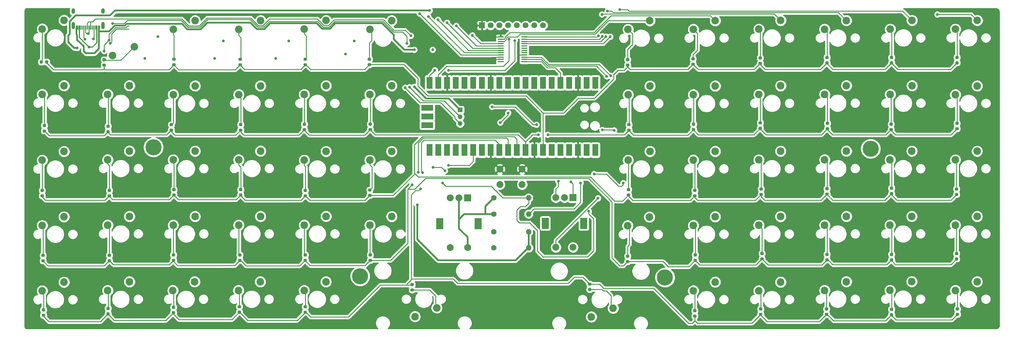
<source format=gbl>
G04 #@! TF.GenerationSoftware,KiCad,Pcbnew,(5.1.12)-1*
G04 #@! TF.CreationDate,2022-06-19T17:55:34+02:00*
G04 #@! TF.ProjectId,Moledupy,4d6f6c65-6475-4707-992e-6b696361645f,rev?*
G04 #@! TF.SameCoordinates,Original*
G04 #@! TF.FileFunction,Copper,L2,Bot*
G04 #@! TF.FilePolarity,Positive*
%FSLAX46Y46*%
G04 Gerber Fmt 4.6, Leading zero omitted, Abs format (unit mm)*
G04 Created by KiCad (PCBNEW (5.1.12)-1) date 2022-06-19 17:55:34*
%MOMM*%
%LPD*%
G01*
G04 APERTURE LIST*
G04 #@! TA.AperFunction,ComponentPad*
%ADD10C,4.700000*%
G04 #@! TD*
G04 #@! TA.AperFunction,ComponentPad*
%ADD11C,2.000000*%
G04 #@! TD*
G04 #@! TA.AperFunction,ComponentPad*
%ADD12O,1.350000X1.350000*%
G04 #@! TD*
G04 #@! TA.AperFunction,ComponentPad*
%ADD13R,1.350000X1.350000*%
G04 #@! TD*
G04 #@! TA.AperFunction,ComponentPad*
%ADD14O,1.600000X1.600000*%
G04 #@! TD*
G04 #@! TA.AperFunction,ComponentPad*
%ADD15C,1.600000*%
G04 #@! TD*
G04 #@! TA.AperFunction,ComponentPad*
%ADD16C,2.200000*%
G04 #@! TD*
G04 #@! TA.AperFunction,ComponentPad*
%ADD17C,1.700000*%
G04 #@! TD*
G04 #@! TA.AperFunction,ComponentPad*
%ADD18R,1.700000X1.700000*%
G04 #@! TD*
G04 #@! TA.AperFunction,SMDPad,CuDef*
%ADD19R,1.752600X0.431800*%
G04 #@! TD*
G04 #@! TA.AperFunction,SMDPad,CuDef*
%ADD20R,0.300000X1.150000*%
G04 #@! TD*
G04 #@! TA.AperFunction,ComponentPad*
%ADD21O,1.000000X1.600000*%
G04 #@! TD*
G04 #@! TA.AperFunction,ComponentPad*
%ADD22O,1.000000X2.100000*%
G04 #@! TD*
G04 #@! TA.AperFunction,ComponentPad*
%ADD23R,2.000000X2.000000*%
G04 #@! TD*
G04 #@! TA.AperFunction,ComponentPad*
%ADD24R,2.000000X3.200000*%
G04 #@! TD*
G04 #@! TA.AperFunction,ComponentPad*
%ADD25O,1.700000X1.700000*%
G04 #@! TD*
G04 #@! TA.AperFunction,SMDPad,CuDef*
%ADD26R,3.500000X1.700000*%
G04 #@! TD*
G04 #@! TA.AperFunction,SMDPad,CuDef*
%ADD27R,1.700000X3.500000*%
G04 #@! TD*
G04 #@! TA.AperFunction,ViaPad*
%ADD28C,0.800000*%
G04 #@! TD*
G04 #@! TA.AperFunction,Conductor*
%ADD29C,0.250000*%
G04 #@! TD*
G04 #@! TA.AperFunction,Conductor*
%ADD30C,0.500000*%
G04 #@! TD*
G04 #@! TA.AperFunction,Conductor*
%ADD31C,0.300000*%
G04 #@! TD*
G04 #@! TA.AperFunction,Conductor*
%ADD32C,0.254000*%
G04 #@! TD*
G04 #@! TA.AperFunction,Conductor*
%ADD33C,0.100000*%
G04 #@! TD*
G04 APERTURE END LIST*
D10*
X187007500Y-79070200D03*
X98259900Y-78701900D03*
X246900700Y-41554400D03*
X38100000Y-41122600D03*
D11*
X145438000Y-47498000D03*
X145438000Y-51998000D03*
X138938000Y-47498000D03*
X138938000Y-51998000D03*
D12*
X127381000Y-34226000D03*
X127381000Y-32226000D03*
D13*
X127381000Y-30226000D03*
D14*
X147372000Y-70463000D03*
D15*
X137212000Y-70463000D03*
D14*
X147320000Y-65786000D03*
D15*
X137160000Y-65786000D03*
D16*
X171917360Y-88011000D03*
X165567360Y-90551000D03*
X120583960Y-87914480D03*
X114233960Y-90454480D03*
D17*
X151511000Y-5588000D03*
X148971000Y-5588000D03*
X146431000Y-5588000D03*
X143891000Y-5588000D03*
X141351000Y-5588000D03*
X138811000Y-5588000D03*
X136271000Y-5588000D03*
D18*
X133731000Y-5588000D03*
D19*
X139192000Y-16147999D03*
X139192000Y-15498000D03*
X139192000Y-14848002D03*
X139192000Y-14198001D03*
X139192000Y-13548002D03*
X139192000Y-12898001D03*
X139192000Y-12248002D03*
X139192000Y-11598001D03*
X139192000Y-10948002D03*
X139192000Y-10298001D03*
X139192000Y-9648002D03*
X139192000Y-8998001D03*
X146050000Y-8998001D03*
X146050000Y-9648000D03*
X146050000Y-10298001D03*
X146050000Y-10947999D03*
X146050000Y-11598001D03*
X146050000Y-12247999D03*
X146050000Y-12897998D03*
X146050000Y-13547999D03*
X146050000Y-14197998D03*
X146050000Y-14847999D03*
X146050000Y-15497998D03*
X146050000Y-16147999D03*
D16*
X271546320Y-82834480D03*
X277896320Y-80294480D03*
X271546320Y-63820040D03*
X277896320Y-61280040D03*
X271546320Y-44805600D03*
X277896320Y-42265600D03*
X271561560Y-25775920D03*
X277911560Y-23235920D03*
X271566640Y-6700520D03*
X277916640Y-4160520D03*
X252521720Y-82814160D03*
X258871720Y-80274160D03*
X252521720Y-63799720D03*
X258871720Y-61259720D03*
X252552200Y-44785280D03*
X258902200Y-42245280D03*
X252597920Y-25720040D03*
X258947920Y-23180040D03*
X252582680Y-6695440D03*
X258932680Y-4155440D03*
X233481880Y-82834480D03*
X239831880Y-80294480D03*
X233502200Y-63814960D03*
X239852200Y-61274960D03*
X233481880Y-44770040D03*
X239831880Y-42230040D03*
X233481880Y-25704800D03*
X239831880Y-23164800D03*
X233492040Y-6720840D03*
X239842040Y-4180840D03*
X214345520Y-82946240D03*
X220695520Y-80406240D03*
X214315040Y-63850520D03*
X220665040Y-61310520D03*
X214330280Y-44805600D03*
X220680280Y-42265600D03*
X214360760Y-25755600D03*
X220710760Y-23215600D03*
X214365840Y-6710680D03*
X220715840Y-4170680D03*
X195270120Y-82936080D03*
X201620120Y-80396080D03*
X195280280Y-63906400D03*
X201630280Y-61366400D03*
X195270120Y-44851320D03*
X201620120Y-42311320D03*
X195295520Y-25806400D03*
X201645520Y-23266400D03*
X195295520Y-6751320D03*
X201645520Y-4211320D03*
X176138840Y-63977520D03*
X182488840Y-61437520D03*
X176286160Y-44861480D03*
X182636160Y-42321480D03*
X176286160Y-25811480D03*
X182636160Y-23271480D03*
X176265840Y-6766560D03*
X182615840Y-4226560D03*
X101102160Y-63850520D03*
X107452160Y-61310520D03*
X101092000Y-44886880D03*
X107442000Y-42346880D03*
X101092000Y-25735280D03*
X107442000Y-23195280D03*
X101092000Y-6751320D03*
X107442000Y-4211320D03*
X81960720Y-82859880D03*
X88310720Y-80319880D03*
X82006440Y-63799720D03*
X88356440Y-61259720D03*
X81996280Y-44886880D03*
X88346280Y-42346880D03*
X81996280Y-25735280D03*
X88346280Y-23195280D03*
X82031840Y-6715760D03*
X88381840Y-4175760D03*
X62854840Y-82844640D03*
X69204840Y-80304640D03*
X62910720Y-63799720D03*
X69260720Y-61259720D03*
X62910720Y-44759880D03*
X69260720Y-42219880D03*
X62910720Y-25770840D03*
X69260720Y-23230840D03*
X62951360Y-6751320D03*
X69301360Y-4211320D03*
X43759120Y-82844640D03*
X50109120Y-80304640D03*
X43855640Y-63820040D03*
X50205640Y-61280040D03*
X43855640Y-44780200D03*
X50205640Y-42240200D03*
X43865800Y-25770840D03*
X50215800Y-23230840D03*
X43865800Y-6731000D03*
X50215800Y-4191000D03*
X24765000Y-82859880D03*
X31115000Y-80319880D03*
X24765000Y-63809880D03*
X31115000Y-61269880D03*
X24765000Y-44759880D03*
X31115000Y-42219880D03*
X24765000Y-25709880D03*
X31115000Y-23169880D03*
X32512000Y-11811000D03*
X26162000Y-14351000D03*
X12065000Y-80431640D03*
X5715000Y-82971640D03*
X12065000Y-61386720D03*
X5715000Y-63926720D03*
X5715000Y-44897040D03*
X12065000Y-42357040D03*
X5715000Y-25709880D03*
X12065000Y-23169880D03*
X5715000Y-6659880D03*
X12065000Y-4119880D03*
D14*
X147320000Y-55880000D03*
D15*
X137160000Y-55880000D03*
D14*
X147320000Y-60579000D03*
D15*
X137160000Y-60579000D03*
D20*
X22400000Y-6210000D03*
X21600000Y-6210000D03*
X16800000Y-6210000D03*
X16000000Y-6210000D03*
X15700000Y-6210000D03*
X16500000Y-6210000D03*
X17300000Y-6210000D03*
X17800000Y-6210000D03*
X18300000Y-6210000D03*
X18800000Y-6210000D03*
X19300000Y-6210000D03*
X19800000Y-6210000D03*
X20300000Y-6210000D03*
X20800000Y-6210000D03*
X21300000Y-6210000D03*
X22100000Y-6210000D03*
D21*
X23370000Y-1465000D03*
X14730000Y-1465000D03*
D22*
X23370000Y-5645000D03*
X14730000Y-5645000D03*
G04 #@! TA.AperFunction,SMDPad,CuDef*
G36*
G01*
X272417250Y-88677000D02*
X271904750Y-88677000D01*
G75*
G02*
X271686000Y-88458250I0J218750D01*
G01*
X271686000Y-88020750D01*
G75*
G02*
X271904750Y-87802000I218750J0D01*
G01*
X272417250Y-87802000D01*
G75*
G02*
X272636000Y-88020750I0J-218750D01*
G01*
X272636000Y-88458250D01*
G75*
G02*
X272417250Y-88677000I-218750J0D01*
G01*
G37*
G04 #@! TD.AperFunction*
G04 #@! TA.AperFunction,SMDPad,CuDef*
G36*
G01*
X272417250Y-90252000D02*
X271904750Y-90252000D01*
G75*
G02*
X271686000Y-90033250I0J218750D01*
G01*
X271686000Y-89595750D01*
G75*
G02*
X271904750Y-89377000I218750J0D01*
G01*
X272417250Y-89377000D01*
G75*
G02*
X272636000Y-89595750I0J-218750D01*
G01*
X272636000Y-90033250D01*
G75*
G02*
X272417250Y-90252000I-218750J0D01*
G01*
G37*
G04 #@! TD.AperFunction*
G04 #@! TA.AperFunction,SMDPad,CuDef*
G36*
G01*
X272163250Y-72548000D02*
X271650750Y-72548000D01*
G75*
G02*
X271432000Y-72329250I0J218750D01*
G01*
X271432000Y-71891750D01*
G75*
G02*
X271650750Y-71673000I218750J0D01*
G01*
X272163250Y-71673000D01*
G75*
G02*
X272382000Y-71891750I0J-218750D01*
G01*
X272382000Y-72329250D01*
G75*
G02*
X272163250Y-72548000I-218750J0D01*
G01*
G37*
G04 #@! TD.AperFunction*
G04 #@! TA.AperFunction,SMDPad,CuDef*
G36*
G01*
X272163250Y-74123000D02*
X271650750Y-74123000D01*
G75*
G02*
X271432000Y-73904250I0J218750D01*
G01*
X271432000Y-73466750D01*
G75*
G02*
X271650750Y-73248000I218750J0D01*
G01*
X272163250Y-73248000D01*
G75*
G02*
X272382000Y-73466750I0J-218750D01*
G01*
X272382000Y-73904250D01*
G75*
G02*
X272163250Y-74123000I-218750J0D01*
G01*
G37*
G04 #@! TD.AperFunction*
G04 #@! TA.AperFunction,SMDPad,CuDef*
G36*
G01*
X272163250Y-53752000D02*
X271650750Y-53752000D01*
G75*
G02*
X271432000Y-53533250I0J218750D01*
G01*
X271432000Y-53095750D01*
G75*
G02*
X271650750Y-52877000I218750J0D01*
G01*
X272163250Y-52877000D01*
G75*
G02*
X272382000Y-53095750I0J-218750D01*
G01*
X272382000Y-53533250D01*
G75*
G02*
X272163250Y-53752000I-218750J0D01*
G01*
G37*
G04 #@! TD.AperFunction*
G04 #@! TA.AperFunction,SMDPad,CuDef*
G36*
G01*
X272163250Y-55327000D02*
X271650750Y-55327000D01*
G75*
G02*
X271432000Y-55108250I0J218750D01*
G01*
X271432000Y-54670750D01*
G75*
G02*
X271650750Y-54452000I218750J0D01*
G01*
X272163250Y-54452000D01*
G75*
G02*
X272382000Y-54670750I0J-218750D01*
G01*
X272382000Y-55108250D01*
G75*
G02*
X272163250Y-55327000I-218750J0D01*
G01*
G37*
G04 #@! TD.AperFunction*
G04 #@! TA.AperFunction,SMDPad,CuDef*
G36*
G01*
X272290250Y-34575000D02*
X271777750Y-34575000D01*
G75*
G02*
X271559000Y-34356250I0J218750D01*
G01*
X271559000Y-33918750D01*
G75*
G02*
X271777750Y-33700000I218750J0D01*
G01*
X272290250Y-33700000D01*
G75*
G02*
X272509000Y-33918750I0J-218750D01*
G01*
X272509000Y-34356250D01*
G75*
G02*
X272290250Y-34575000I-218750J0D01*
G01*
G37*
G04 #@! TD.AperFunction*
G04 #@! TA.AperFunction,SMDPad,CuDef*
G36*
G01*
X272290250Y-36150000D02*
X271777750Y-36150000D01*
G75*
G02*
X271559000Y-35931250I0J218750D01*
G01*
X271559000Y-35493750D01*
G75*
G02*
X271777750Y-35275000I218750J0D01*
G01*
X272290250Y-35275000D01*
G75*
G02*
X272509000Y-35493750I0J-218750D01*
G01*
X272509000Y-35931250D01*
G75*
G02*
X272290250Y-36150000I-218750J0D01*
G01*
G37*
G04 #@! TD.AperFunction*
G04 #@! TA.AperFunction,SMDPad,CuDef*
G36*
G01*
X272290250Y-15398000D02*
X271777750Y-15398000D01*
G75*
G02*
X271559000Y-15179250I0J218750D01*
G01*
X271559000Y-14741750D01*
G75*
G02*
X271777750Y-14523000I218750J0D01*
G01*
X272290250Y-14523000D01*
G75*
G02*
X272509000Y-14741750I0J-218750D01*
G01*
X272509000Y-15179250D01*
G75*
G02*
X272290250Y-15398000I-218750J0D01*
G01*
G37*
G04 #@! TD.AperFunction*
G04 #@! TA.AperFunction,SMDPad,CuDef*
G36*
G01*
X272290250Y-16973000D02*
X271777750Y-16973000D01*
G75*
G02*
X271559000Y-16754250I0J218750D01*
G01*
X271559000Y-16316750D01*
G75*
G02*
X271777750Y-16098000I218750J0D01*
G01*
X272290250Y-16098000D01*
G75*
G02*
X272509000Y-16316750I0J-218750D01*
G01*
X272509000Y-16754250D01*
G75*
G02*
X272290250Y-16973000I-218750J0D01*
G01*
G37*
G04 #@! TD.AperFunction*
G04 #@! TA.AperFunction,SMDPad,CuDef*
G36*
G01*
X253240250Y-88804000D02*
X252727750Y-88804000D01*
G75*
G02*
X252509000Y-88585250I0J218750D01*
G01*
X252509000Y-88147750D01*
G75*
G02*
X252727750Y-87929000I218750J0D01*
G01*
X253240250Y-87929000D01*
G75*
G02*
X253459000Y-88147750I0J-218750D01*
G01*
X253459000Y-88585250D01*
G75*
G02*
X253240250Y-88804000I-218750J0D01*
G01*
G37*
G04 #@! TD.AperFunction*
G04 #@! TA.AperFunction,SMDPad,CuDef*
G36*
G01*
X253240250Y-90379000D02*
X252727750Y-90379000D01*
G75*
G02*
X252509000Y-90160250I0J218750D01*
G01*
X252509000Y-89722750D01*
G75*
G02*
X252727750Y-89504000I218750J0D01*
G01*
X253240250Y-89504000D01*
G75*
G02*
X253459000Y-89722750I0J-218750D01*
G01*
X253459000Y-90160250D01*
G75*
G02*
X253240250Y-90379000I-218750J0D01*
G01*
G37*
G04 #@! TD.AperFunction*
G04 #@! TA.AperFunction,SMDPad,CuDef*
G36*
G01*
X253240250Y-72802000D02*
X252727750Y-72802000D01*
G75*
G02*
X252509000Y-72583250I0J218750D01*
G01*
X252509000Y-72145750D01*
G75*
G02*
X252727750Y-71927000I218750J0D01*
G01*
X253240250Y-71927000D01*
G75*
G02*
X253459000Y-72145750I0J-218750D01*
G01*
X253459000Y-72583250D01*
G75*
G02*
X253240250Y-72802000I-218750J0D01*
G01*
G37*
G04 #@! TD.AperFunction*
G04 #@! TA.AperFunction,SMDPad,CuDef*
G36*
G01*
X253240250Y-74377000D02*
X252727750Y-74377000D01*
G75*
G02*
X252509000Y-74158250I0J218750D01*
G01*
X252509000Y-73720750D01*
G75*
G02*
X252727750Y-73502000I218750J0D01*
G01*
X253240250Y-73502000D01*
G75*
G02*
X253459000Y-73720750I0J-218750D01*
G01*
X253459000Y-74158250D01*
G75*
G02*
X253240250Y-74377000I-218750J0D01*
G01*
G37*
G04 #@! TD.AperFunction*
G04 #@! TA.AperFunction,SMDPad,CuDef*
G36*
G01*
X253240250Y-53498000D02*
X252727750Y-53498000D01*
G75*
G02*
X252509000Y-53279250I0J218750D01*
G01*
X252509000Y-52841750D01*
G75*
G02*
X252727750Y-52623000I218750J0D01*
G01*
X253240250Y-52623000D01*
G75*
G02*
X253459000Y-52841750I0J-218750D01*
G01*
X253459000Y-53279250D01*
G75*
G02*
X253240250Y-53498000I-218750J0D01*
G01*
G37*
G04 #@! TD.AperFunction*
G04 #@! TA.AperFunction,SMDPad,CuDef*
G36*
G01*
X253240250Y-55073000D02*
X252727750Y-55073000D01*
G75*
G02*
X252509000Y-54854250I0J218750D01*
G01*
X252509000Y-54416750D01*
G75*
G02*
X252727750Y-54198000I218750J0D01*
G01*
X253240250Y-54198000D01*
G75*
G02*
X253459000Y-54416750I0J-218750D01*
G01*
X253459000Y-54854250D01*
G75*
G02*
X253240250Y-55073000I-218750J0D01*
G01*
G37*
G04 #@! TD.AperFunction*
G04 #@! TA.AperFunction,SMDPad,CuDef*
G36*
G01*
X253113250Y-34829000D02*
X252600750Y-34829000D01*
G75*
G02*
X252382000Y-34610250I0J218750D01*
G01*
X252382000Y-34172750D01*
G75*
G02*
X252600750Y-33954000I218750J0D01*
G01*
X253113250Y-33954000D01*
G75*
G02*
X253332000Y-34172750I0J-218750D01*
G01*
X253332000Y-34610250D01*
G75*
G02*
X253113250Y-34829000I-218750J0D01*
G01*
G37*
G04 #@! TD.AperFunction*
G04 #@! TA.AperFunction,SMDPad,CuDef*
G36*
G01*
X253113250Y-36404000D02*
X252600750Y-36404000D01*
G75*
G02*
X252382000Y-36185250I0J218750D01*
G01*
X252382000Y-35747750D01*
G75*
G02*
X252600750Y-35529000I218750J0D01*
G01*
X253113250Y-35529000D01*
G75*
G02*
X253332000Y-35747750I0J-218750D01*
G01*
X253332000Y-36185250D01*
G75*
G02*
X253113250Y-36404000I-218750J0D01*
G01*
G37*
G04 #@! TD.AperFunction*
G04 #@! TA.AperFunction,SMDPad,CuDef*
G36*
G01*
X253240250Y-15398000D02*
X252727750Y-15398000D01*
G75*
G02*
X252509000Y-15179250I0J218750D01*
G01*
X252509000Y-14741750D01*
G75*
G02*
X252727750Y-14523000I218750J0D01*
G01*
X253240250Y-14523000D01*
G75*
G02*
X253459000Y-14741750I0J-218750D01*
G01*
X253459000Y-15179250D01*
G75*
G02*
X253240250Y-15398000I-218750J0D01*
G01*
G37*
G04 #@! TD.AperFunction*
G04 #@! TA.AperFunction,SMDPad,CuDef*
G36*
G01*
X253240250Y-16973000D02*
X252727750Y-16973000D01*
G75*
G02*
X252509000Y-16754250I0J218750D01*
G01*
X252509000Y-16316750D01*
G75*
G02*
X252727750Y-16098000I218750J0D01*
G01*
X253240250Y-16098000D01*
G75*
G02*
X253459000Y-16316750I0J-218750D01*
G01*
X253459000Y-16754250D01*
G75*
G02*
X253240250Y-16973000I-218750J0D01*
G01*
G37*
G04 #@! TD.AperFunction*
G04 #@! TA.AperFunction,SMDPad,CuDef*
G36*
G01*
X234317250Y-88677000D02*
X233804750Y-88677000D01*
G75*
G02*
X233586000Y-88458250I0J218750D01*
G01*
X233586000Y-88020750D01*
G75*
G02*
X233804750Y-87802000I218750J0D01*
G01*
X234317250Y-87802000D01*
G75*
G02*
X234536000Y-88020750I0J-218750D01*
G01*
X234536000Y-88458250D01*
G75*
G02*
X234317250Y-88677000I-218750J0D01*
G01*
G37*
G04 #@! TD.AperFunction*
G04 #@! TA.AperFunction,SMDPad,CuDef*
G36*
G01*
X234317250Y-90252000D02*
X233804750Y-90252000D01*
G75*
G02*
X233586000Y-90033250I0J218750D01*
G01*
X233586000Y-89595750D01*
G75*
G02*
X233804750Y-89377000I218750J0D01*
G01*
X234317250Y-89377000D01*
G75*
G02*
X234536000Y-89595750I0J-218750D01*
G01*
X234536000Y-90033250D01*
G75*
G02*
X234317250Y-90252000I-218750J0D01*
G01*
G37*
G04 #@! TD.AperFunction*
G04 #@! TA.AperFunction,SMDPad,CuDef*
G36*
G01*
X234444250Y-72802000D02*
X233931750Y-72802000D01*
G75*
G02*
X233713000Y-72583250I0J218750D01*
G01*
X233713000Y-72145750D01*
G75*
G02*
X233931750Y-71927000I218750J0D01*
G01*
X234444250Y-71927000D01*
G75*
G02*
X234663000Y-72145750I0J-218750D01*
G01*
X234663000Y-72583250D01*
G75*
G02*
X234444250Y-72802000I-218750J0D01*
G01*
G37*
G04 #@! TD.AperFunction*
G04 #@! TA.AperFunction,SMDPad,CuDef*
G36*
G01*
X234444250Y-74377000D02*
X233931750Y-74377000D01*
G75*
G02*
X233713000Y-74158250I0J218750D01*
G01*
X233713000Y-73720750D01*
G75*
G02*
X233931750Y-73502000I218750J0D01*
G01*
X234444250Y-73502000D01*
G75*
G02*
X234663000Y-73720750I0J-218750D01*
G01*
X234663000Y-74158250D01*
G75*
G02*
X234444250Y-74377000I-218750J0D01*
G01*
G37*
G04 #@! TD.AperFunction*
G04 #@! TA.AperFunction,SMDPad,CuDef*
G36*
G01*
X234444250Y-53625000D02*
X233931750Y-53625000D01*
G75*
G02*
X233713000Y-53406250I0J218750D01*
G01*
X233713000Y-52968750D01*
G75*
G02*
X233931750Y-52750000I218750J0D01*
G01*
X234444250Y-52750000D01*
G75*
G02*
X234663000Y-52968750I0J-218750D01*
G01*
X234663000Y-53406250D01*
G75*
G02*
X234444250Y-53625000I-218750J0D01*
G01*
G37*
G04 #@! TD.AperFunction*
G04 #@! TA.AperFunction,SMDPad,CuDef*
G36*
G01*
X234444250Y-55200000D02*
X233931750Y-55200000D01*
G75*
G02*
X233713000Y-54981250I0J218750D01*
G01*
X233713000Y-54543750D01*
G75*
G02*
X233931750Y-54325000I218750J0D01*
G01*
X234444250Y-54325000D01*
G75*
G02*
X234663000Y-54543750I0J-218750D01*
G01*
X234663000Y-54981250D01*
G75*
G02*
X234444250Y-55200000I-218750J0D01*
G01*
G37*
G04 #@! TD.AperFunction*
G04 #@! TA.AperFunction,SMDPad,CuDef*
G36*
G01*
X234571250Y-34575000D02*
X234058750Y-34575000D01*
G75*
G02*
X233840000Y-34356250I0J218750D01*
G01*
X233840000Y-33918750D01*
G75*
G02*
X234058750Y-33700000I218750J0D01*
G01*
X234571250Y-33700000D01*
G75*
G02*
X234790000Y-33918750I0J-218750D01*
G01*
X234790000Y-34356250D01*
G75*
G02*
X234571250Y-34575000I-218750J0D01*
G01*
G37*
G04 #@! TD.AperFunction*
G04 #@! TA.AperFunction,SMDPad,CuDef*
G36*
G01*
X234571250Y-36150000D02*
X234058750Y-36150000D01*
G75*
G02*
X233840000Y-35931250I0J218750D01*
G01*
X233840000Y-35493750D01*
G75*
G02*
X234058750Y-35275000I218750J0D01*
G01*
X234571250Y-35275000D01*
G75*
G02*
X234790000Y-35493750I0J-218750D01*
G01*
X234790000Y-35931250D01*
G75*
G02*
X234571250Y-36150000I-218750J0D01*
G01*
G37*
G04 #@! TD.AperFunction*
G04 #@! TA.AperFunction,SMDPad,CuDef*
G36*
G01*
X234444250Y-15398000D02*
X233931750Y-15398000D01*
G75*
G02*
X233713000Y-15179250I0J218750D01*
G01*
X233713000Y-14741750D01*
G75*
G02*
X233931750Y-14523000I218750J0D01*
G01*
X234444250Y-14523000D01*
G75*
G02*
X234663000Y-14741750I0J-218750D01*
G01*
X234663000Y-15179250D01*
G75*
G02*
X234444250Y-15398000I-218750J0D01*
G01*
G37*
G04 #@! TD.AperFunction*
G04 #@! TA.AperFunction,SMDPad,CuDef*
G36*
G01*
X234444250Y-16973000D02*
X233931750Y-16973000D01*
G75*
G02*
X233713000Y-16754250I0J218750D01*
G01*
X233713000Y-16316750D01*
G75*
G02*
X233931750Y-16098000I218750J0D01*
G01*
X234444250Y-16098000D01*
G75*
G02*
X234663000Y-16316750I0J-218750D01*
G01*
X234663000Y-16754250D01*
G75*
G02*
X234444250Y-16973000I-218750J0D01*
G01*
G37*
G04 #@! TD.AperFunction*
G04 #@! TA.AperFunction,SMDPad,CuDef*
G36*
G01*
X215140250Y-88677000D02*
X214627750Y-88677000D01*
G75*
G02*
X214409000Y-88458250I0J218750D01*
G01*
X214409000Y-88020750D01*
G75*
G02*
X214627750Y-87802000I218750J0D01*
G01*
X215140250Y-87802000D01*
G75*
G02*
X215359000Y-88020750I0J-218750D01*
G01*
X215359000Y-88458250D01*
G75*
G02*
X215140250Y-88677000I-218750J0D01*
G01*
G37*
G04 #@! TD.AperFunction*
G04 #@! TA.AperFunction,SMDPad,CuDef*
G36*
G01*
X215140250Y-90252000D02*
X214627750Y-90252000D01*
G75*
G02*
X214409000Y-90033250I0J218750D01*
G01*
X214409000Y-89595750D01*
G75*
G02*
X214627750Y-89377000I218750J0D01*
G01*
X215140250Y-89377000D01*
G75*
G02*
X215359000Y-89595750I0J-218750D01*
G01*
X215359000Y-90033250D01*
G75*
G02*
X215140250Y-90252000I-218750J0D01*
G01*
G37*
G04 #@! TD.AperFunction*
G04 #@! TA.AperFunction,SMDPad,CuDef*
G36*
G01*
X215521250Y-72522500D02*
X215008750Y-72522500D01*
G75*
G02*
X214790000Y-72303750I0J218750D01*
G01*
X214790000Y-71866250D01*
G75*
G02*
X215008750Y-71647500I218750J0D01*
G01*
X215521250Y-71647500D01*
G75*
G02*
X215740000Y-71866250I0J-218750D01*
G01*
X215740000Y-72303750D01*
G75*
G02*
X215521250Y-72522500I-218750J0D01*
G01*
G37*
G04 #@! TD.AperFunction*
G04 #@! TA.AperFunction,SMDPad,CuDef*
G36*
G01*
X215521250Y-74097500D02*
X215008750Y-74097500D01*
G75*
G02*
X214790000Y-73878750I0J218750D01*
G01*
X214790000Y-73441250D01*
G75*
G02*
X215008750Y-73222500I218750J0D01*
G01*
X215521250Y-73222500D01*
G75*
G02*
X215740000Y-73441250I0J-218750D01*
G01*
X215740000Y-73878750D01*
G75*
G02*
X215521250Y-74097500I-218750J0D01*
G01*
G37*
G04 #@! TD.AperFunction*
G04 #@! TA.AperFunction,SMDPad,CuDef*
G36*
G01*
X215267250Y-53752000D02*
X214754750Y-53752000D01*
G75*
G02*
X214536000Y-53533250I0J218750D01*
G01*
X214536000Y-53095750D01*
G75*
G02*
X214754750Y-52877000I218750J0D01*
G01*
X215267250Y-52877000D01*
G75*
G02*
X215486000Y-53095750I0J-218750D01*
G01*
X215486000Y-53533250D01*
G75*
G02*
X215267250Y-53752000I-218750J0D01*
G01*
G37*
G04 #@! TD.AperFunction*
G04 #@! TA.AperFunction,SMDPad,CuDef*
G36*
G01*
X215267250Y-55327000D02*
X214754750Y-55327000D01*
G75*
G02*
X214536000Y-55108250I0J218750D01*
G01*
X214536000Y-54670750D01*
G75*
G02*
X214754750Y-54452000I218750J0D01*
G01*
X215267250Y-54452000D01*
G75*
G02*
X215486000Y-54670750I0J-218750D01*
G01*
X215486000Y-55108250D01*
G75*
G02*
X215267250Y-55327000I-218750J0D01*
G01*
G37*
G04 #@! TD.AperFunction*
G04 #@! TA.AperFunction,SMDPad,CuDef*
G36*
G01*
X215013250Y-34448000D02*
X214500750Y-34448000D01*
G75*
G02*
X214282000Y-34229250I0J218750D01*
G01*
X214282000Y-33791750D01*
G75*
G02*
X214500750Y-33573000I218750J0D01*
G01*
X215013250Y-33573000D01*
G75*
G02*
X215232000Y-33791750I0J-218750D01*
G01*
X215232000Y-34229250D01*
G75*
G02*
X215013250Y-34448000I-218750J0D01*
G01*
G37*
G04 #@! TD.AperFunction*
G04 #@! TA.AperFunction,SMDPad,CuDef*
G36*
G01*
X215013250Y-36023000D02*
X214500750Y-36023000D01*
G75*
G02*
X214282000Y-35804250I0J218750D01*
G01*
X214282000Y-35366750D01*
G75*
G02*
X214500750Y-35148000I218750J0D01*
G01*
X215013250Y-35148000D01*
G75*
G02*
X215232000Y-35366750I0J-218750D01*
G01*
X215232000Y-35804250D01*
G75*
G02*
X215013250Y-36023000I-218750J0D01*
G01*
G37*
G04 #@! TD.AperFunction*
G04 #@! TA.AperFunction,SMDPad,CuDef*
G36*
G01*
X215013250Y-15525000D02*
X214500750Y-15525000D01*
G75*
G02*
X214282000Y-15306250I0J218750D01*
G01*
X214282000Y-14868750D01*
G75*
G02*
X214500750Y-14650000I218750J0D01*
G01*
X215013250Y-14650000D01*
G75*
G02*
X215232000Y-14868750I0J-218750D01*
G01*
X215232000Y-15306250D01*
G75*
G02*
X215013250Y-15525000I-218750J0D01*
G01*
G37*
G04 #@! TD.AperFunction*
G04 #@! TA.AperFunction,SMDPad,CuDef*
G36*
G01*
X215013250Y-17100000D02*
X214500750Y-17100000D01*
G75*
G02*
X214282000Y-16881250I0J218750D01*
G01*
X214282000Y-16443750D01*
G75*
G02*
X214500750Y-16225000I218750J0D01*
G01*
X215013250Y-16225000D01*
G75*
G02*
X215232000Y-16443750I0J-218750D01*
G01*
X215232000Y-16881250D01*
G75*
G02*
X215013250Y-17100000I-218750J0D01*
G01*
G37*
G04 #@! TD.AperFunction*
G04 #@! TA.AperFunction,SMDPad,CuDef*
G36*
G01*
X195963250Y-89185000D02*
X195450750Y-89185000D01*
G75*
G02*
X195232000Y-88966250I0J218750D01*
G01*
X195232000Y-88528750D01*
G75*
G02*
X195450750Y-88310000I218750J0D01*
G01*
X195963250Y-88310000D01*
G75*
G02*
X196182000Y-88528750I0J-218750D01*
G01*
X196182000Y-88966250D01*
G75*
G02*
X195963250Y-89185000I-218750J0D01*
G01*
G37*
G04 #@! TD.AperFunction*
G04 #@! TA.AperFunction,SMDPad,CuDef*
G36*
G01*
X195963250Y-90760000D02*
X195450750Y-90760000D01*
G75*
G02*
X195232000Y-90541250I0J218750D01*
G01*
X195232000Y-90103750D01*
G75*
G02*
X195450750Y-89885000I218750J0D01*
G01*
X195963250Y-89885000D01*
G75*
G02*
X196182000Y-90103750I0J-218750D01*
G01*
X196182000Y-90541250D01*
G75*
G02*
X195963250Y-90760000I-218750J0D01*
G01*
G37*
G04 #@! TD.AperFunction*
G04 #@! TA.AperFunction,SMDPad,CuDef*
G36*
G01*
X196090250Y-72929000D02*
X195577750Y-72929000D01*
G75*
G02*
X195359000Y-72710250I0J218750D01*
G01*
X195359000Y-72272750D01*
G75*
G02*
X195577750Y-72054000I218750J0D01*
G01*
X196090250Y-72054000D01*
G75*
G02*
X196309000Y-72272750I0J-218750D01*
G01*
X196309000Y-72710250D01*
G75*
G02*
X196090250Y-72929000I-218750J0D01*
G01*
G37*
G04 #@! TD.AperFunction*
G04 #@! TA.AperFunction,SMDPad,CuDef*
G36*
G01*
X196090250Y-74504000D02*
X195577750Y-74504000D01*
G75*
G02*
X195359000Y-74285250I0J218750D01*
G01*
X195359000Y-73847750D01*
G75*
G02*
X195577750Y-73629000I218750J0D01*
G01*
X196090250Y-73629000D01*
G75*
G02*
X196309000Y-73847750I0J-218750D01*
G01*
X196309000Y-74285250D01*
G75*
G02*
X196090250Y-74504000I-218750J0D01*
G01*
G37*
G04 #@! TD.AperFunction*
G04 #@! TA.AperFunction,SMDPad,CuDef*
G36*
G01*
X195963250Y-54133000D02*
X195450750Y-54133000D01*
G75*
G02*
X195232000Y-53914250I0J218750D01*
G01*
X195232000Y-53476750D01*
G75*
G02*
X195450750Y-53258000I218750J0D01*
G01*
X195963250Y-53258000D01*
G75*
G02*
X196182000Y-53476750I0J-218750D01*
G01*
X196182000Y-53914250D01*
G75*
G02*
X195963250Y-54133000I-218750J0D01*
G01*
G37*
G04 #@! TD.AperFunction*
G04 #@! TA.AperFunction,SMDPad,CuDef*
G36*
G01*
X195963250Y-55708000D02*
X195450750Y-55708000D01*
G75*
G02*
X195232000Y-55489250I0J218750D01*
G01*
X195232000Y-55051750D01*
G75*
G02*
X195450750Y-54833000I218750J0D01*
G01*
X195963250Y-54833000D01*
G75*
G02*
X196182000Y-55051750I0J-218750D01*
G01*
X196182000Y-55489250D01*
G75*
G02*
X195963250Y-55708000I-218750J0D01*
G01*
G37*
G04 #@! TD.AperFunction*
G04 #@! TA.AperFunction,SMDPad,CuDef*
G36*
G01*
X195582250Y-34829000D02*
X195069750Y-34829000D01*
G75*
G02*
X194851000Y-34610250I0J218750D01*
G01*
X194851000Y-34172750D01*
G75*
G02*
X195069750Y-33954000I218750J0D01*
G01*
X195582250Y-33954000D01*
G75*
G02*
X195801000Y-34172750I0J-218750D01*
G01*
X195801000Y-34610250D01*
G75*
G02*
X195582250Y-34829000I-218750J0D01*
G01*
G37*
G04 #@! TD.AperFunction*
G04 #@! TA.AperFunction,SMDPad,CuDef*
G36*
G01*
X195582250Y-36404000D02*
X195069750Y-36404000D01*
G75*
G02*
X194851000Y-36185250I0J218750D01*
G01*
X194851000Y-35747750D01*
G75*
G02*
X195069750Y-35529000I218750J0D01*
G01*
X195582250Y-35529000D01*
G75*
G02*
X195801000Y-35747750I0J-218750D01*
G01*
X195801000Y-36185250D01*
G75*
G02*
X195582250Y-36404000I-218750J0D01*
G01*
G37*
G04 #@! TD.AperFunction*
G04 #@! TA.AperFunction,SMDPad,CuDef*
G36*
G01*
X195455250Y-15779000D02*
X194942750Y-15779000D01*
G75*
G02*
X194724000Y-15560250I0J218750D01*
G01*
X194724000Y-15122750D01*
G75*
G02*
X194942750Y-14904000I218750J0D01*
G01*
X195455250Y-14904000D01*
G75*
G02*
X195674000Y-15122750I0J-218750D01*
G01*
X195674000Y-15560250D01*
G75*
G02*
X195455250Y-15779000I-218750J0D01*
G01*
G37*
G04 #@! TD.AperFunction*
G04 #@! TA.AperFunction,SMDPad,CuDef*
G36*
G01*
X195455250Y-17354000D02*
X194942750Y-17354000D01*
G75*
G02*
X194724000Y-17135250I0J218750D01*
G01*
X194724000Y-16697750D01*
G75*
G02*
X194942750Y-16479000I218750J0D01*
G01*
X195455250Y-16479000D01*
G75*
G02*
X195674000Y-16697750I0J-218750D01*
G01*
X195674000Y-17135250D01*
G75*
G02*
X195455250Y-17354000I-218750J0D01*
G01*
G37*
G04 #@! TD.AperFunction*
G04 #@! TA.AperFunction,SMDPad,CuDef*
G36*
G01*
X164843750Y-82138000D02*
X165356250Y-82138000D01*
G75*
G02*
X165575000Y-82356750I0J-218750D01*
G01*
X165575000Y-82794250D01*
G75*
G02*
X165356250Y-83013000I-218750J0D01*
G01*
X164843750Y-83013000D01*
G75*
G02*
X164625000Y-82794250I0J218750D01*
G01*
X164625000Y-82356750D01*
G75*
G02*
X164843750Y-82138000I218750J0D01*
G01*
G37*
G04 #@! TD.AperFunction*
G04 #@! TA.AperFunction,SMDPad,CuDef*
G36*
G01*
X164843750Y-80563000D02*
X165356250Y-80563000D01*
G75*
G02*
X165575000Y-80781750I0J-218750D01*
G01*
X165575000Y-81219250D01*
G75*
G02*
X165356250Y-81438000I-218750J0D01*
G01*
X164843750Y-81438000D01*
G75*
G02*
X164625000Y-81219250I0J218750D01*
G01*
X164625000Y-80781750D01*
G75*
G02*
X164843750Y-80563000I218750J0D01*
G01*
G37*
G04 #@! TD.AperFunction*
G04 #@! TA.AperFunction,SMDPad,CuDef*
G36*
G01*
X176405250Y-73310000D02*
X175892750Y-73310000D01*
G75*
G02*
X175674000Y-73091250I0J218750D01*
G01*
X175674000Y-72653750D01*
G75*
G02*
X175892750Y-72435000I218750J0D01*
G01*
X176405250Y-72435000D01*
G75*
G02*
X176624000Y-72653750I0J-218750D01*
G01*
X176624000Y-73091250D01*
G75*
G02*
X176405250Y-73310000I-218750J0D01*
G01*
G37*
G04 #@! TD.AperFunction*
G04 #@! TA.AperFunction,SMDPad,CuDef*
G36*
G01*
X176405250Y-74885000D02*
X175892750Y-74885000D01*
G75*
G02*
X175674000Y-74666250I0J218750D01*
G01*
X175674000Y-74228750D01*
G75*
G02*
X175892750Y-74010000I218750J0D01*
G01*
X176405250Y-74010000D01*
G75*
G02*
X176624000Y-74228750I0J-218750D01*
G01*
X176624000Y-74666250D01*
G75*
G02*
X176405250Y-74885000I-218750J0D01*
G01*
G37*
G04 #@! TD.AperFunction*
G04 #@! TA.AperFunction,SMDPad,CuDef*
G36*
G01*
X176659250Y-53904500D02*
X176146750Y-53904500D01*
G75*
G02*
X175928000Y-53685750I0J218750D01*
G01*
X175928000Y-53248250D01*
G75*
G02*
X176146750Y-53029500I218750J0D01*
G01*
X176659250Y-53029500D01*
G75*
G02*
X176878000Y-53248250I0J-218750D01*
G01*
X176878000Y-53685750D01*
G75*
G02*
X176659250Y-53904500I-218750J0D01*
G01*
G37*
G04 #@! TD.AperFunction*
G04 #@! TA.AperFunction,SMDPad,CuDef*
G36*
G01*
X176659250Y-55479500D02*
X176146750Y-55479500D01*
G75*
G02*
X175928000Y-55260750I0J218750D01*
G01*
X175928000Y-54823250D01*
G75*
G02*
X176146750Y-54604500I218750J0D01*
G01*
X176659250Y-54604500D01*
G75*
G02*
X176878000Y-54823250I0J-218750D01*
G01*
X176878000Y-55260750D01*
G75*
G02*
X176659250Y-55479500I-218750J0D01*
G01*
G37*
G04 #@! TD.AperFunction*
G04 #@! TA.AperFunction,SMDPad,CuDef*
G36*
G01*
X176786250Y-34981500D02*
X176273750Y-34981500D01*
G75*
G02*
X176055000Y-34762750I0J218750D01*
G01*
X176055000Y-34325250D01*
G75*
G02*
X176273750Y-34106500I218750J0D01*
G01*
X176786250Y-34106500D01*
G75*
G02*
X177005000Y-34325250I0J-218750D01*
G01*
X177005000Y-34762750D01*
G75*
G02*
X176786250Y-34981500I-218750J0D01*
G01*
G37*
G04 #@! TD.AperFunction*
G04 #@! TA.AperFunction,SMDPad,CuDef*
G36*
G01*
X176786250Y-36556500D02*
X176273750Y-36556500D01*
G75*
G02*
X176055000Y-36337750I0J218750D01*
G01*
X176055000Y-35900250D01*
G75*
G02*
X176273750Y-35681500I218750J0D01*
G01*
X176786250Y-35681500D01*
G75*
G02*
X177005000Y-35900250I0J-218750D01*
G01*
X177005000Y-36337750D01*
G75*
G02*
X176786250Y-36556500I-218750J0D01*
G01*
G37*
G04 #@! TD.AperFunction*
G04 #@! TA.AperFunction,SMDPad,CuDef*
G36*
G01*
X176405250Y-16033000D02*
X175892750Y-16033000D01*
G75*
G02*
X175674000Y-15814250I0J218750D01*
G01*
X175674000Y-15376750D01*
G75*
G02*
X175892750Y-15158000I218750J0D01*
G01*
X176405250Y-15158000D01*
G75*
G02*
X176624000Y-15376750I0J-218750D01*
G01*
X176624000Y-15814250D01*
G75*
G02*
X176405250Y-16033000I-218750J0D01*
G01*
G37*
G04 #@! TD.AperFunction*
G04 #@! TA.AperFunction,SMDPad,CuDef*
G36*
G01*
X176405250Y-17608000D02*
X175892750Y-17608000D01*
G75*
G02*
X175674000Y-17389250I0J218750D01*
G01*
X175674000Y-16951750D01*
G75*
G02*
X175892750Y-16733000I218750J0D01*
G01*
X176405250Y-16733000D01*
G75*
G02*
X176624000Y-16951750I0J-218750D01*
G01*
X176624000Y-17389250D01*
G75*
G02*
X176405250Y-17608000I-218750J0D01*
G01*
G37*
G04 #@! TD.AperFunction*
G04 #@! TA.AperFunction,SMDPad,CuDef*
G36*
G01*
X113154750Y-82265000D02*
X113667250Y-82265000D01*
G75*
G02*
X113886000Y-82483750I0J-218750D01*
G01*
X113886000Y-82921250D01*
G75*
G02*
X113667250Y-83140000I-218750J0D01*
G01*
X113154750Y-83140000D01*
G75*
G02*
X112936000Y-82921250I0J218750D01*
G01*
X112936000Y-82483750D01*
G75*
G02*
X113154750Y-82265000I218750J0D01*
G01*
G37*
G04 #@! TD.AperFunction*
G04 #@! TA.AperFunction,SMDPad,CuDef*
G36*
G01*
X113154750Y-80690000D02*
X113667250Y-80690000D01*
G75*
G02*
X113886000Y-80908750I0J-218750D01*
G01*
X113886000Y-81346250D01*
G75*
G02*
X113667250Y-81565000I-218750J0D01*
G01*
X113154750Y-81565000D01*
G75*
G02*
X112936000Y-81346250I0J218750D01*
G01*
X112936000Y-80908750D01*
G75*
G02*
X113154750Y-80690000I218750J0D01*
G01*
G37*
G04 #@! TD.AperFunction*
G04 #@! TA.AperFunction,SMDPad,CuDef*
G36*
G01*
X101475250Y-72929000D02*
X100962750Y-72929000D01*
G75*
G02*
X100744000Y-72710250I0J218750D01*
G01*
X100744000Y-72272750D01*
G75*
G02*
X100962750Y-72054000I218750J0D01*
G01*
X101475250Y-72054000D01*
G75*
G02*
X101694000Y-72272750I0J-218750D01*
G01*
X101694000Y-72710250D01*
G75*
G02*
X101475250Y-72929000I-218750J0D01*
G01*
G37*
G04 #@! TD.AperFunction*
G04 #@! TA.AperFunction,SMDPad,CuDef*
G36*
G01*
X101475250Y-74504000D02*
X100962750Y-74504000D01*
G75*
G02*
X100744000Y-74285250I0J218750D01*
G01*
X100744000Y-73847750D01*
G75*
G02*
X100962750Y-73629000I218750J0D01*
G01*
X101475250Y-73629000D01*
G75*
G02*
X101694000Y-73847750I0J-218750D01*
G01*
X101694000Y-74285250D01*
G75*
G02*
X101475250Y-74504000I-218750J0D01*
G01*
G37*
G04 #@! TD.AperFunction*
G04 #@! TA.AperFunction,SMDPad,CuDef*
G36*
G01*
X101348250Y-54006000D02*
X100835750Y-54006000D01*
G75*
G02*
X100617000Y-53787250I0J218750D01*
G01*
X100617000Y-53349750D01*
G75*
G02*
X100835750Y-53131000I218750J0D01*
G01*
X101348250Y-53131000D01*
G75*
G02*
X101567000Y-53349750I0J-218750D01*
G01*
X101567000Y-53787250D01*
G75*
G02*
X101348250Y-54006000I-218750J0D01*
G01*
G37*
G04 #@! TD.AperFunction*
G04 #@! TA.AperFunction,SMDPad,CuDef*
G36*
G01*
X101348250Y-55581000D02*
X100835750Y-55581000D01*
G75*
G02*
X100617000Y-55362250I0J218750D01*
G01*
X100617000Y-54924750D01*
G75*
G02*
X100835750Y-54706000I218750J0D01*
G01*
X101348250Y-54706000D01*
G75*
G02*
X101567000Y-54924750I0J-218750D01*
G01*
X101567000Y-55362250D01*
G75*
G02*
X101348250Y-55581000I-218750J0D01*
G01*
G37*
G04 #@! TD.AperFunction*
G04 #@! TA.AperFunction,SMDPad,CuDef*
G36*
G01*
X101475250Y-34829000D02*
X100962750Y-34829000D01*
G75*
G02*
X100744000Y-34610250I0J218750D01*
G01*
X100744000Y-34172750D01*
G75*
G02*
X100962750Y-33954000I218750J0D01*
G01*
X101475250Y-33954000D01*
G75*
G02*
X101694000Y-34172750I0J-218750D01*
G01*
X101694000Y-34610250D01*
G75*
G02*
X101475250Y-34829000I-218750J0D01*
G01*
G37*
G04 #@! TD.AperFunction*
G04 #@! TA.AperFunction,SMDPad,CuDef*
G36*
G01*
X101475250Y-36404000D02*
X100962750Y-36404000D01*
G75*
G02*
X100744000Y-36185250I0J218750D01*
G01*
X100744000Y-35747750D01*
G75*
G02*
X100962750Y-35529000I218750J0D01*
G01*
X101475250Y-35529000D01*
G75*
G02*
X101694000Y-35747750I0J-218750D01*
G01*
X101694000Y-36185250D01*
G75*
G02*
X101475250Y-36404000I-218750J0D01*
G01*
G37*
G04 #@! TD.AperFunction*
G04 #@! TA.AperFunction,SMDPad,CuDef*
G36*
G01*
X101221250Y-15906000D02*
X100708750Y-15906000D01*
G75*
G02*
X100490000Y-15687250I0J218750D01*
G01*
X100490000Y-15249750D01*
G75*
G02*
X100708750Y-15031000I218750J0D01*
G01*
X101221250Y-15031000D01*
G75*
G02*
X101440000Y-15249750I0J-218750D01*
G01*
X101440000Y-15687250D01*
G75*
G02*
X101221250Y-15906000I-218750J0D01*
G01*
G37*
G04 #@! TD.AperFunction*
G04 #@! TA.AperFunction,SMDPad,CuDef*
G36*
G01*
X101221250Y-17481000D02*
X100708750Y-17481000D01*
G75*
G02*
X100490000Y-17262250I0J218750D01*
G01*
X100490000Y-16824750D01*
G75*
G02*
X100708750Y-16606000I218750J0D01*
G01*
X101221250Y-16606000D01*
G75*
G02*
X101440000Y-16824750I0J-218750D01*
G01*
X101440000Y-17262250D01*
G75*
G02*
X101221250Y-17481000I-218750J0D01*
G01*
G37*
G04 #@! TD.AperFunction*
G04 #@! TA.AperFunction,SMDPad,CuDef*
G36*
G01*
X82552250Y-88067500D02*
X82039750Y-88067500D01*
G75*
G02*
X81821000Y-87848750I0J218750D01*
G01*
X81821000Y-87411250D01*
G75*
G02*
X82039750Y-87192500I218750J0D01*
G01*
X82552250Y-87192500D01*
G75*
G02*
X82771000Y-87411250I0J-218750D01*
G01*
X82771000Y-87848750D01*
G75*
G02*
X82552250Y-88067500I-218750J0D01*
G01*
G37*
G04 #@! TD.AperFunction*
G04 #@! TA.AperFunction,SMDPad,CuDef*
G36*
G01*
X82552250Y-89642500D02*
X82039750Y-89642500D01*
G75*
G02*
X81821000Y-89423750I0J218750D01*
G01*
X81821000Y-88986250D01*
G75*
G02*
X82039750Y-88767500I218750J0D01*
G01*
X82552250Y-88767500D01*
G75*
G02*
X82771000Y-88986250I0J-218750D01*
G01*
X82771000Y-89423750D01*
G75*
G02*
X82552250Y-89642500I-218750J0D01*
G01*
G37*
G04 #@! TD.AperFunction*
G04 #@! TA.AperFunction,SMDPad,CuDef*
G36*
G01*
X82552250Y-72929000D02*
X82039750Y-72929000D01*
G75*
G02*
X81821000Y-72710250I0J218750D01*
G01*
X81821000Y-72272750D01*
G75*
G02*
X82039750Y-72054000I218750J0D01*
G01*
X82552250Y-72054000D01*
G75*
G02*
X82771000Y-72272750I0J-218750D01*
G01*
X82771000Y-72710250D01*
G75*
G02*
X82552250Y-72929000I-218750J0D01*
G01*
G37*
G04 #@! TD.AperFunction*
G04 #@! TA.AperFunction,SMDPad,CuDef*
G36*
G01*
X82552250Y-74504000D02*
X82039750Y-74504000D01*
G75*
G02*
X81821000Y-74285250I0J218750D01*
G01*
X81821000Y-73847750D01*
G75*
G02*
X82039750Y-73629000I218750J0D01*
G01*
X82552250Y-73629000D01*
G75*
G02*
X82771000Y-73847750I0J-218750D01*
G01*
X82771000Y-74285250D01*
G75*
G02*
X82552250Y-74504000I-218750J0D01*
G01*
G37*
G04 #@! TD.AperFunction*
G04 #@! TA.AperFunction,SMDPad,CuDef*
G36*
G01*
X82552250Y-54158500D02*
X82039750Y-54158500D01*
G75*
G02*
X81821000Y-53939750I0J218750D01*
G01*
X81821000Y-53502250D01*
G75*
G02*
X82039750Y-53283500I218750J0D01*
G01*
X82552250Y-53283500D01*
G75*
G02*
X82771000Y-53502250I0J-218750D01*
G01*
X82771000Y-53939750D01*
G75*
G02*
X82552250Y-54158500I-218750J0D01*
G01*
G37*
G04 #@! TD.AperFunction*
G04 #@! TA.AperFunction,SMDPad,CuDef*
G36*
G01*
X82552250Y-55733500D02*
X82039750Y-55733500D01*
G75*
G02*
X81821000Y-55514750I0J218750D01*
G01*
X81821000Y-55077250D01*
G75*
G02*
X82039750Y-54858500I218750J0D01*
G01*
X82552250Y-54858500D01*
G75*
G02*
X82771000Y-55077250I0J-218750D01*
G01*
X82771000Y-55514750D01*
G75*
G02*
X82552250Y-55733500I-218750J0D01*
G01*
G37*
G04 #@! TD.AperFunction*
G04 #@! TA.AperFunction,SMDPad,CuDef*
G36*
G01*
X82298250Y-34854500D02*
X81785750Y-34854500D01*
G75*
G02*
X81567000Y-34635750I0J218750D01*
G01*
X81567000Y-34198250D01*
G75*
G02*
X81785750Y-33979500I218750J0D01*
G01*
X82298250Y-33979500D01*
G75*
G02*
X82517000Y-34198250I0J-218750D01*
G01*
X82517000Y-34635750D01*
G75*
G02*
X82298250Y-34854500I-218750J0D01*
G01*
G37*
G04 #@! TD.AperFunction*
G04 #@! TA.AperFunction,SMDPad,CuDef*
G36*
G01*
X82298250Y-36429500D02*
X81785750Y-36429500D01*
G75*
G02*
X81567000Y-36210750I0J218750D01*
G01*
X81567000Y-35773250D01*
G75*
G02*
X81785750Y-35554500I218750J0D01*
G01*
X82298250Y-35554500D01*
G75*
G02*
X82517000Y-35773250I0J-218750D01*
G01*
X82517000Y-36210750D01*
G75*
G02*
X82298250Y-36429500I-218750J0D01*
G01*
G37*
G04 #@! TD.AperFunction*
G04 #@! TA.AperFunction,SMDPad,CuDef*
G36*
G01*
X82552250Y-15931500D02*
X82039750Y-15931500D01*
G75*
G02*
X81821000Y-15712750I0J218750D01*
G01*
X81821000Y-15275250D01*
G75*
G02*
X82039750Y-15056500I218750J0D01*
G01*
X82552250Y-15056500D01*
G75*
G02*
X82771000Y-15275250I0J-218750D01*
G01*
X82771000Y-15712750D01*
G75*
G02*
X82552250Y-15931500I-218750J0D01*
G01*
G37*
G04 #@! TD.AperFunction*
G04 #@! TA.AperFunction,SMDPad,CuDef*
G36*
G01*
X82552250Y-17506500D02*
X82039750Y-17506500D01*
G75*
G02*
X81821000Y-17287750I0J218750D01*
G01*
X81821000Y-16850250D01*
G75*
G02*
X82039750Y-16631500I218750J0D01*
G01*
X82552250Y-16631500D01*
G75*
G02*
X82771000Y-16850250I0J-218750D01*
G01*
X82771000Y-17287750D01*
G75*
G02*
X82552250Y-17506500I-218750J0D01*
G01*
G37*
G04 #@! TD.AperFunction*
G04 #@! TA.AperFunction,SMDPad,CuDef*
G36*
G01*
X63375250Y-88042000D02*
X62862750Y-88042000D01*
G75*
G02*
X62644000Y-87823250I0J218750D01*
G01*
X62644000Y-87385750D01*
G75*
G02*
X62862750Y-87167000I218750J0D01*
G01*
X63375250Y-87167000D01*
G75*
G02*
X63594000Y-87385750I0J-218750D01*
G01*
X63594000Y-87823250D01*
G75*
G02*
X63375250Y-88042000I-218750J0D01*
G01*
G37*
G04 #@! TD.AperFunction*
G04 #@! TA.AperFunction,SMDPad,CuDef*
G36*
G01*
X63375250Y-89617000D02*
X62862750Y-89617000D01*
G75*
G02*
X62644000Y-89398250I0J218750D01*
G01*
X62644000Y-88960750D01*
G75*
G02*
X62862750Y-88742000I218750J0D01*
G01*
X63375250Y-88742000D01*
G75*
G02*
X63594000Y-88960750I0J-218750D01*
G01*
X63594000Y-89398250D01*
G75*
G02*
X63375250Y-89617000I-218750J0D01*
G01*
G37*
G04 #@! TD.AperFunction*
G04 #@! TA.AperFunction,SMDPad,CuDef*
G36*
G01*
X63502250Y-72954500D02*
X62989750Y-72954500D01*
G75*
G02*
X62771000Y-72735750I0J218750D01*
G01*
X62771000Y-72298250D01*
G75*
G02*
X62989750Y-72079500I218750J0D01*
G01*
X63502250Y-72079500D01*
G75*
G02*
X63721000Y-72298250I0J-218750D01*
G01*
X63721000Y-72735750D01*
G75*
G02*
X63502250Y-72954500I-218750J0D01*
G01*
G37*
G04 #@! TD.AperFunction*
G04 #@! TA.AperFunction,SMDPad,CuDef*
G36*
G01*
X63502250Y-74529500D02*
X62989750Y-74529500D01*
G75*
G02*
X62771000Y-74310750I0J218750D01*
G01*
X62771000Y-73873250D01*
G75*
G02*
X62989750Y-73654500I218750J0D01*
G01*
X63502250Y-73654500D01*
G75*
G02*
X63721000Y-73873250I0J-218750D01*
G01*
X63721000Y-74310750D01*
G75*
G02*
X63502250Y-74529500I-218750J0D01*
G01*
G37*
G04 #@! TD.AperFunction*
G04 #@! TA.AperFunction,SMDPad,CuDef*
G36*
G01*
X63756250Y-53904500D02*
X63243750Y-53904500D01*
G75*
G02*
X63025000Y-53685750I0J218750D01*
G01*
X63025000Y-53248250D01*
G75*
G02*
X63243750Y-53029500I218750J0D01*
G01*
X63756250Y-53029500D01*
G75*
G02*
X63975000Y-53248250I0J-218750D01*
G01*
X63975000Y-53685750D01*
G75*
G02*
X63756250Y-53904500I-218750J0D01*
G01*
G37*
G04 #@! TD.AperFunction*
G04 #@! TA.AperFunction,SMDPad,CuDef*
G36*
G01*
X63756250Y-55479500D02*
X63243750Y-55479500D01*
G75*
G02*
X63025000Y-55260750I0J218750D01*
G01*
X63025000Y-54823250D01*
G75*
G02*
X63243750Y-54604500I218750J0D01*
G01*
X63756250Y-54604500D01*
G75*
G02*
X63975000Y-54823250I0J-218750D01*
G01*
X63975000Y-55260750D01*
G75*
G02*
X63756250Y-55479500I-218750J0D01*
G01*
G37*
G04 #@! TD.AperFunction*
G04 #@! TA.AperFunction,SMDPad,CuDef*
G36*
G01*
X63756250Y-34981500D02*
X63243750Y-34981500D01*
G75*
G02*
X63025000Y-34762750I0J218750D01*
G01*
X63025000Y-34325250D01*
G75*
G02*
X63243750Y-34106500I218750J0D01*
G01*
X63756250Y-34106500D01*
G75*
G02*
X63975000Y-34325250I0J-218750D01*
G01*
X63975000Y-34762750D01*
G75*
G02*
X63756250Y-34981500I-218750J0D01*
G01*
G37*
G04 #@! TD.AperFunction*
G04 #@! TA.AperFunction,SMDPad,CuDef*
G36*
G01*
X63756250Y-36556500D02*
X63243750Y-36556500D01*
G75*
G02*
X63025000Y-36337750I0J218750D01*
G01*
X63025000Y-35900250D01*
G75*
G02*
X63243750Y-35681500I218750J0D01*
G01*
X63756250Y-35681500D01*
G75*
G02*
X63975000Y-35900250I0J-218750D01*
G01*
X63975000Y-36337750D01*
G75*
G02*
X63756250Y-36556500I-218750J0D01*
G01*
G37*
G04 #@! TD.AperFunction*
G04 #@! TA.AperFunction,SMDPad,CuDef*
G36*
G01*
X63629250Y-15931500D02*
X63116750Y-15931500D01*
G75*
G02*
X62898000Y-15712750I0J218750D01*
G01*
X62898000Y-15275250D01*
G75*
G02*
X63116750Y-15056500I218750J0D01*
G01*
X63629250Y-15056500D01*
G75*
G02*
X63848000Y-15275250I0J-218750D01*
G01*
X63848000Y-15712750D01*
G75*
G02*
X63629250Y-15931500I-218750J0D01*
G01*
G37*
G04 #@! TD.AperFunction*
G04 #@! TA.AperFunction,SMDPad,CuDef*
G36*
G01*
X63629250Y-17506500D02*
X63116750Y-17506500D01*
G75*
G02*
X62898000Y-17287750I0J218750D01*
G01*
X62898000Y-16850250D01*
G75*
G02*
X63116750Y-16631500I218750J0D01*
G01*
X63629250Y-16631500D01*
G75*
G02*
X63848000Y-16850250I0J-218750D01*
G01*
X63848000Y-17287750D01*
G75*
G02*
X63629250Y-17506500I-218750J0D01*
G01*
G37*
G04 #@! TD.AperFunction*
G04 #@! TA.AperFunction,SMDPad,CuDef*
G36*
G01*
X44198250Y-88194500D02*
X43685750Y-88194500D01*
G75*
G02*
X43467000Y-87975750I0J218750D01*
G01*
X43467000Y-87538250D01*
G75*
G02*
X43685750Y-87319500I218750J0D01*
G01*
X44198250Y-87319500D01*
G75*
G02*
X44417000Y-87538250I0J-218750D01*
G01*
X44417000Y-87975750D01*
G75*
G02*
X44198250Y-88194500I-218750J0D01*
G01*
G37*
G04 #@! TD.AperFunction*
G04 #@! TA.AperFunction,SMDPad,CuDef*
G36*
G01*
X44198250Y-89769500D02*
X43685750Y-89769500D01*
G75*
G02*
X43467000Y-89550750I0J218750D01*
G01*
X43467000Y-89113250D01*
G75*
G02*
X43685750Y-88894500I218750J0D01*
G01*
X44198250Y-88894500D01*
G75*
G02*
X44417000Y-89113250I0J-218750D01*
G01*
X44417000Y-89550750D01*
G75*
G02*
X44198250Y-89769500I-218750J0D01*
G01*
G37*
G04 #@! TD.AperFunction*
G04 #@! TA.AperFunction,SMDPad,CuDef*
G36*
G01*
X44198250Y-72954500D02*
X43685750Y-72954500D01*
G75*
G02*
X43467000Y-72735750I0J218750D01*
G01*
X43467000Y-72298250D01*
G75*
G02*
X43685750Y-72079500I218750J0D01*
G01*
X44198250Y-72079500D01*
G75*
G02*
X44417000Y-72298250I0J-218750D01*
G01*
X44417000Y-72735750D01*
G75*
G02*
X44198250Y-72954500I-218750J0D01*
G01*
G37*
G04 #@! TD.AperFunction*
G04 #@! TA.AperFunction,SMDPad,CuDef*
G36*
G01*
X44198250Y-74529500D02*
X43685750Y-74529500D01*
G75*
G02*
X43467000Y-74310750I0J218750D01*
G01*
X43467000Y-73873250D01*
G75*
G02*
X43685750Y-73654500I218750J0D01*
G01*
X44198250Y-73654500D01*
G75*
G02*
X44417000Y-73873250I0J-218750D01*
G01*
X44417000Y-74310750D01*
G75*
G02*
X44198250Y-74529500I-218750J0D01*
G01*
G37*
G04 #@! TD.AperFunction*
G04 #@! TA.AperFunction,SMDPad,CuDef*
G36*
G01*
X44325250Y-53904500D02*
X43812750Y-53904500D01*
G75*
G02*
X43594000Y-53685750I0J218750D01*
G01*
X43594000Y-53248250D01*
G75*
G02*
X43812750Y-53029500I218750J0D01*
G01*
X44325250Y-53029500D01*
G75*
G02*
X44544000Y-53248250I0J-218750D01*
G01*
X44544000Y-53685750D01*
G75*
G02*
X44325250Y-53904500I-218750J0D01*
G01*
G37*
G04 #@! TD.AperFunction*
G04 #@! TA.AperFunction,SMDPad,CuDef*
G36*
G01*
X44325250Y-55479500D02*
X43812750Y-55479500D01*
G75*
G02*
X43594000Y-55260750I0J218750D01*
G01*
X43594000Y-54823250D01*
G75*
G02*
X43812750Y-54604500I218750J0D01*
G01*
X44325250Y-54604500D01*
G75*
G02*
X44544000Y-54823250I0J-218750D01*
G01*
X44544000Y-55260750D01*
G75*
G02*
X44325250Y-55479500I-218750J0D01*
G01*
G37*
G04 #@! TD.AperFunction*
G04 #@! TA.AperFunction,SMDPad,CuDef*
G36*
G01*
X43563250Y-34981500D02*
X43050750Y-34981500D01*
G75*
G02*
X42832000Y-34762750I0J218750D01*
G01*
X42832000Y-34325250D01*
G75*
G02*
X43050750Y-34106500I218750J0D01*
G01*
X43563250Y-34106500D01*
G75*
G02*
X43782000Y-34325250I0J-218750D01*
G01*
X43782000Y-34762750D01*
G75*
G02*
X43563250Y-34981500I-218750J0D01*
G01*
G37*
G04 #@! TD.AperFunction*
G04 #@! TA.AperFunction,SMDPad,CuDef*
G36*
G01*
X43563250Y-36556500D02*
X43050750Y-36556500D01*
G75*
G02*
X42832000Y-36337750I0J218750D01*
G01*
X42832000Y-35900250D01*
G75*
G02*
X43050750Y-35681500I218750J0D01*
G01*
X43563250Y-35681500D01*
G75*
G02*
X43782000Y-35900250I0J-218750D01*
G01*
X43782000Y-36337750D01*
G75*
G02*
X43563250Y-36556500I-218750J0D01*
G01*
G37*
G04 #@! TD.AperFunction*
G04 #@! TA.AperFunction,SMDPad,CuDef*
G36*
G01*
X44325250Y-15931500D02*
X43812750Y-15931500D01*
G75*
G02*
X43594000Y-15712750I0J218750D01*
G01*
X43594000Y-15275250D01*
G75*
G02*
X43812750Y-15056500I218750J0D01*
G01*
X44325250Y-15056500D01*
G75*
G02*
X44544000Y-15275250I0J-218750D01*
G01*
X44544000Y-15712750D01*
G75*
G02*
X44325250Y-15931500I-218750J0D01*
G01*
G37*
G04 #@! TD.AperFunction*
G04 #@! TA.AperFunction,SMDPad,CuDef*
G36*
G01*
X44325250Y-17506500D02*
X43812750Y-17506500D01*
G75*
G02*
X43594000Y-17287750I0J218750D01*
G01*
X43594000Y-16850250D01*
G75*
G02*
X43812750Y-16631500I218750J0D01*
G01*
X44325250Y-16631500D01*
G75*
G02*
X44544000Y-16850250I0J-218750D01*
G01*
X44544000Y-17287750D01*
G75*
G02*
X44325250Y-17506500I-218750J0D01*
G01*
G37*
G04 #@! TD.AperFunction*
G04 #@! TA.AperFunction,SMDPad,CuDef*
G36*
G01*
X25148250Y-88550000D02*
X24635750Y-88550000D01*
G75*
G02*
X24417000Y-88331250I0J218750D01*
G01*
X24417000Y-87893750D01*
G75*
G02*
X24635750Y-87675000I218750J0D01*
G01*
X25148250Y-87675000D01*
G75*
G02*
X25367000Y-87893750I0J-218750D01*
G01*
X25367000Y-88331250D01*
G75*
G02*
X25148250Y-88550000I-218750J0D01*
G01*
G37*
G04 #@! TD.AperFunction*
G04 #@! TA.AperFunction,SMDPad,CuDef*
G36*
G01*
X25148250Y-90125000D02*
X24635750Y-90125000D01*
G75*
G02*
X24417000Y-89906250I0J218750D01*
G01*
X24417000Y-89468750D01*
G75*
G02*
X24635750Y-89250000I218750J0D01*
G01*
X25148250Y-89250000D01*
G75*
G02*
X25367000Y-89468750I0J-218750D01*
G01*
X25367000Y-89906250D01*
G75*
G02*
X25148250Y-90125000I-218750J0D01*
G01*
G37*
G04 #@! TD.AperFunction*
G04 #@! TA.AperFunction,SMDPad,CuDef*
G36*
G01*
X25529250Y-73056000D02*
X25016750Y-73056000D01*
G75*
G02*
X24798000Y-72837250I0J218750D01*
G01*
X24798000Y-72399750D01*
G75*
G02*
X25016750Y-72181000I218750J0D01*
G01*
X25529250Y-72181000D01*
G75*
G02*
X25748000Y-72399750I0J-218750D01*
G01*
X25748000Y-72837250D01*
G75*
G02*
X25529250Y-73056000I-218750J0D01*
G01*
G37*
G04 #@! TD.AperFunction*
G04 #@! TA.AperFunction,SMDPad,CuDef*
G36*
G01*
X25529250Y-74631000D02*
X25016750Y-74631000D01*
G75*
G02*
X24798000Y-74412250I0J218750D01*
G01*
X24798000Y-73974750D01*
G75*
G02*
X25016750Y-73756000I218750J0D01*
G01*
X25529250Y-73756000D01*
G75*
G02*
X25748000Y-73974750I0J-218750D01*
G01*
X25748000Y-74412250D01*
G75*
G02*
X25529250Y-74631000I-218750J0D01*
G01*
G37*
G04 #@! TD.AperFunction*
G04 #@! TA.AperFunction,SMDPad,CuDef*
G36*
G01*
X25529250Y-54133000D02*
X25016750Y-54133000D01*
G75*
G02*
X24798000Y-53914250I0J218750D01*
G01*
X24798000Y-53476750D01*
G75*
G02*
X25016750Y-53258000I218750J0D01*
G01*
X25529250Y-53258000D01*
G75*
G02*
X25748000Y-53476750I0J-218750D01*
G01*
X25748000Y-53914250D01*
G75*
G02*
X25529250Y-54133000I-218750J0D01*
G01*
G37*
G04 #@! TD.AperFunction*
G04 #@! TA.AperFunction,SMDPad,CuDef*
G36*
G01*
X25529250Y-55708000D02*
X25016750Y-55708000D01*
G75*
G02*
X24798000Y-55489250I0J218750D01*
G01*
X24798000Y-55051750D01*
G75*
G02*
X25016750Y-54833000I218750J0D01*
G01*
X25529250Y-54833000D01*
G75*
G02*
X25748000Y-55051750I0J-218750D01*
G01*
X25748000Y-55489250D01*
G75*
G02*
X25529250Y-55708000I-218750J0D01*
G01*
G37*
G04 #@! TD.AperFunction*
G04 #@! TA.AperFunction,SMDPad,CuDef*
G36*
G01*
X25148250Y-35464000D02*
X24635750Y-35464000D01*
G75*
G02*
X24417000Y-35245250I0J218750D01*
G01*
X24417000Y-34807750D01*
G75*
G02*
X24635750Y-34589000I218750J0D01*
G01*
X25148250Y-34589000D01*
G75*
G02*
X25367000Y-34807750I0J-218750D01*
G01*
X25367000Y-35245250D01*
G75*
G02*
X25148250Y-35464000I-218750J0D01*
G01*
G37*
G04 #@! TD.AperFunction*
G04 #@! TA.AperFunction,SMDPad,CuDef*
G36*
G01*
X25148250Y-37039000D02*
X24635750Y-37039000D01*
G75*
G02*
X24417000Y-36820250I0J218750D01*
G01*
X24417000Y-36382750D01*
G75*
G02*
X24635750Y-36164000I218750J0D01*
G01*
X25148250Y-36164000D01*
G75*
G02*
X25367000Y-36382750I0J-218750D01*
G01*
X25367000Y-36820250D01*
G75*
G02*
X25148250Y-37039000I-218750J0D01*
G01*
G37*
G04 #@! TD.AperFunction*
G04 #@! TA.AperFunction,SMDPad,CuDef*
G36*
G01*
X24005250Y-16033000D02*
X23492750Y-16033000D01*
G75*
G02*
X23274000Y-15814250I0J218750D01*
G01*
X23274000Y-15376750D01*
G75*
G02*
X23492750Y-15158000I218750J0D01*
G01*
X24005250Y-15158000D01*
G75*
G02*
X24224000Y-15376750I0J-218750D01*
G01*
X24224000Y-15814250D01*
G75*
G02*
X24005250Y-16033000I-218750J0D01*
G01*
G37*
G04 #@! TD.AperFunction*
G04 #@! TA.AperFunction,SMDPad,CuDef*
G36*
G01*
X24005250Y-17608000D02*
X23492750Y-17608000D01*
G75*
G02*
X23274000Y-17389250I0J218750D01*
G01*
X23274000Y-16951750D01*
G75*
G02*
X23492750Y-16733000I218750J0D01*
G01*
X24005250Y-16733000D01*
G75*
G02*
X24224000Y-16951750I0J-218750D01*
G01*
X24224000Y-17389250D01*
G75*
G02*
X24005250Y-17608000I-218750J0D01*
G01*
G37*
G04 #@! TD.AperFunction*
G04 #@! TA.AperFunction,SMDPad,CuDef*
G36*
G01*
X6352250Y-88956500D02*
X5839750Y-88956500D01*
G75*
G02*
X5621000Y-88737750I0J218750D01*
G01*
X5621000Y-88300250D01*
G75*
G02*
X5839750Y-88081500I218750J0D01*
G01*
X6352250Y-88081500D01*
G75*
G02*
X6571000Y-88300250I0J-218750D01*
G01*
X6571000Y-88737750D01*
G75*
G02*
X6352250Y-88956500I-218750J0D01*
G01*
G37*
G04 #@! TD.AperFunction*
G04 #@! TA.AperFunction,SMDPad,CuDef*
G36*
G01*
X6352250Y-90531500D02*
X5839750Y-90531500D01*
G75*
G02*
X5621000Y-90312750I0J218750D01*
G01*
X5621000Y-89875250D01*
G75*
G02*
X5839750Y-89656500I218750J0D01*
G01*
X6352250Y-89656500D01*
G75*
G02*
X6571000Y-89875250I0J-218750D01*
G01*
X6571000Y-90312750D01*
G75*
G02*
X6352250Y-90531500I-218750J0D01*
G01*
G37*
G04 #@! TD.AperFunction*
G04 #@! TA.AperFunction,SMDPad,CuDef*
G36*
G01*
X6225250Y-73081500D02*
X5712750Y-73081500D01*
G75*
G02*
X5494000Y-72862750I0J218750D01*
G01*
X5494000Y-72425250D01*
G75*
G02*
X5712750Y-72206500I218750J0D01*
G01*
X6225250Y-72206500D01*
G75*
G02*
X6444000Y-72425250I0J-218750D01*
G01*
X6444000Y-72862750D01*
G75*
G02*
X6225250Y-73081500I-218750J0D01*
G01*
G37*
G04 #@! TD.AperFunction*
G04 #@! TA.AperFunction,SMDPad,CuDef*
G36*
G01*
X6225250Y-74656500D02*
X5712750Y-74656500D01*
G75*
G02*
X5494000Y-74437750I0J218750D01*
G01*
X5494000Y-74000250D01*
G75*
G02*
X5712750Y-73781500I218750J0D01*
G01*
X6225250Y-73781500D01*
G75*
G02*
X6444000Y-74000250I0J-218750D01*
G01*
X6444000Y-74437750D01*
G75*
G02*
X6225250Y-74656500I-218750J0D01*
G01*
G37*
G04 #@! TD.AperFunction*
G04 #@! TA.AperFunction,SMDPad,CuDef*
G36*
G01*
X5971250Y-54133000D02*
X5458750Y-54133000D01*
G75*
G02*
X5240000Y-53914250I0J218750D01*
G01*
X5240000Y-53476750D01*
G75*
G02*
X5458750Y-53258000I218750J0D01*
G01*
X5971250Y-53258000D01*
G75*
G02*
X6190000Y-53476750I0J-218750D01*
G01*
X6190000Y-53914250D01*
G75*
G02*
X5971250Y-54133000I-218750J0D01*
G01*
G37*
G04 #@! TD.AperFunction*
G04 #@! TA.AperFunction,SMDPad,CuDef*
G36*
G01*
X5971250Y-55708000D02*
X5458750Y-55708000D01*
G75*
G02*
X5240000Y-55489250I0J218750D01*
G01*
X5240000Y-55051750D01*
G75*
G02*
X5458750Y-54833000I218750J0D01*
G01*
X5971250Y-54833000D01*
G75*
G02*
X6190000Y-55051750I0J-218750D01*
G01*
X6190000Y-55489250D01*
G75*
G02*
X5971250Y-55708000I-218750J0D01*
G01*
G37*
G04 #@! TD.AperFunction*
G04 #@! TA.AperFunction,SMDPad,CuDef*
G36*
G01*
X6606250Y-35235500D02*
X6093750Y-35235500D01*
G75*
G02*
X5875000Y-35016750I0J218750D01*
G01*
X5875000Y-34579250D01*
G75*
G02*
X6093750Y-34360500I218750J0D01*
G01*
X6606250Y-34360500D01*
G75*
G02*
X6825000Y-34579250I0J-218750D01*
G01*
X6825000Y-35016750D01*
G75*
G02*
X6606250Y-35235500I-218750J0D01*
G01*
G37*
G04 #@! TD.AperFunction*
G04 #@! TA.AperFunction,SMDPad,CuDef*
G36*
G01*
X6606250Y-36810500D02*
X6093750Y-36810500D01*
G75*
G02*
X5875000Y-36591750I0J218750D01*
G01*
X5875000Y-36154250D01*
G75*
G02*
X6093750Y-35935500I218750J0D01*
G01*
X6606250Y-35935500D01*
G75*
G02*
X6825000Y-36154250I0J-218750D01*
G01*
X6825000Y-36591750D01*
G75*
G02*
X6606250Y-36810500I-218750J0D01*
G01*
G37*
G04 #@! TD.AperFunction*
G04 #@! TA.AperFunction,SMDPad,CuDef*
G36*
G01*
X5873000Y-15999750D02*
X5873000Y-16512250D01*
G75*
G02*
X5654250Y-16731000I-218750J0D01*
G01*
X5216750Y-16731000D01*
G75*
G02*
X4998000Y-16512250I0J218750D01*
G01*
X4998000Y-15999750D01*
G75*
G02*
X5216750Y-15781000I218750J0D01*
G01*
X5654250Y-15781000D01*
G75*
G02*
X5873000Y-15999750I0J-218750D01*
G01*
G37*
G04 #@! TD.AperFunction*
G04 #@! TA.AperFunction,SMDPad,CuDef*
G36*
G01*
X7448000Y-15999750D02*
X7448000Y-16512250D01*
G75*
G02*
X7229250Y-16731000I-218750J0D01*
G01*
X6791750Y-16731000D01*
G75*
G02*
X6573000Y-16512250I0J218750D01*
G01*
X6573000Y-15999750D01*
G75*
G02*
X6791750Y-15781000I218750J0D01*
G01*
X7229250Y-15781000D01*
G75*
G02*
X7448000Y-15999750I0J-218750D01*
G01*
G37*
G04 #@! TD.AperFunction*
D23*
X129540000Y-55880000D03*
D11*
X127040000Y-55880000D03*
X124540000Y-55880000D03*
D24*
X132640000Y-63380000D03*
X121440000Y-63380000D03*
D11*
X129540000Y-70380000D03*
X124540000Y-70380000D03*
D23*
X160253680Y-55798720D03*
D11*
X157753680Y-55798720D03*
X155253680Y-55798720D03*
D24*
X163353680Y-63298720D03*
X152153680Y-63298720D03*
D11*
X160253680Y-70298720D03*
X155253680Y-70298720D03*
D25*
X118721000Y-29591000D03*
D26*
X117821000Y-29591000D03*
D18*
X118721000Y-32131000D03*
D26*
X117821000Y-32131000D03*
D25*
X118721000Y-34671000D03*
D26*
X117821000Y-34671000D03*
D27*
X118491000Y-22341000D03*
X121031000Y-22341000D03*
X123571000Y-22341000D03*
X126111000Y-22341000D03*
X128651000Y-22341000D03*
X131191000Y-22341000D03*
X133731000Y-22341000D03*
X136271000Y-22341000D03*
X138811000Y-22341000D03*
X141351000Y-22341000D03*
X143891000Y-22341000D03*
X146431000Y-22341000D03*
X148971000Y-22341000D03*
X151511000Y-22341000D03*
X154051000Y-22341000D03*
X156591000Y-22341000D03*
X159131000Y-22341000D03*
X161671000Y-22341000D03*
X164211000Y-22341000D03*
X166751000Y-22341000D03*
X118491000Y-41921000D03*
X121031000Y-41921000D03*
X123571000Y-41921000D03*
X126111000Y-41921000D03*
X128651000Y-41921000D03*
X131191000Y-41921000D03*
X133731000Y-41921000D03*
X136271000Y-41921000D03*
X138811000Y-41921000D03*
X141351000Y-41921000D03*
X143891000Y-41921000D03*
X146431000Y-41921000D03*
X148971000Y-41921000D03*
X151511000Y-41921000D03*
X154051000Y-41921000D03*
X156591000Y-41921000D03*
X159131000Y-41921000D03*
X161671000Y-41921000D03*
X164211000Y-41921000D03*
X166751000Y-41921000D03*
D25*
X166751000Y-23241000D03*
X164211000Y-23241000D03*
D18*
X161671000Y-23241000D03*
D25*
X159131000Y-23241000D03*
X156591000Y-23241000D03*
X154051000Y-23241000D03*
X151511000Y-23241000D03*
D18*
X148971000Y-23241000D03*
D25*
X146431000Y-23241000D03*
X143891000Y-23241000D03*
X141351000Y-23241000D03*
X138811000Y-23241000D03*
D18*
X136271000Y-23241000D03*
D25*
X133731000Y-23241000D03*
X131191000Y-23241000D03*
X128651000Y-23241000D03*
X126111000Y-23241000D03*
D18*
X123571000Y-23241000D03*
D25*
X121031000Y-23241000D03*
X118491000Y-23241000D03*
X118491000Y-41021000D03*
X121031000Y-41021000D03*
D18*
X123571000Y-41021000D03*
D25*
X126111000Y-41021000D03*
X128651000Y-41021000D03*
X131191000Y-41021000D03*
X133731000Y-41021000D03*
D18*
X136271000Y-41021000D03*
D25*
X138811000Y-41021000D03*
X141351000Y-41021000D03*
X143891000Y-41021000D03*
X146431000Y-41021000D03*
D18*
X148971000Y-41021000D03*
D25*
X151511000Y-41021000D03*
X154051000Y-41021000D03*
X156591000Y-41021000D03*
X159131000Y-41021000D03*
D18*
X161671000Y-41021000D03*
D25*
X164211000Y-41021000D03*
X166751000Y-41021000D03*
D28*
X35560000Y-15240000D03*
X39370000Y-8890000D03*
X55880000Y-15240000D03*
X58420000Y-10160000D03*
X73660000Y-15240000D03*
X77470000Y-10160000D03*
X93980000Y-13970000D03*
X96520000Y-10160000D03*
X119380000Y-12700000D03*
X120015000Y-18669000D03*
X123952000Y-18669000D03*
X143256000Y-10033000D03*
X141605000Y-9652000D03*
X36830000Y-72390000D03*
X40640000Y-60960000D03*
X35560000Y-53340000D03*
X39370000Y-45720000D03*
X36830000Y-34290000D03*
X40640000Y-24130000D03*
X36830000Y-88900000D03*
X39370000Y-85090000D03*
X55880000Y-33020000D03*
X58420000Y-27940000D03*
X54610000Y-49530000D03*
X58420000Y-41910000D03*
X55880000Y-71120000D03*
X58420000Y-62230000D03*
X77470000Y-22860000D03*
X74930000Y-31750000D03*
X74930000Y-50800000D03*
X77470000Y-43180000D03*
X73660000Y-71120000D03*
X77470000Y-62230000D03*
X97790000Y-24130000D03*
X92710000Y-33020000D03*
X92710000Y-52070000D03*
X96520000Y-43180000D03*
X93980000Y-71120000D03*
X97790000Y-60960000D03*
X26670000Y-20320000D03*
X27940000Y-24130000D03*
X25400000Y-39370000D03*
X27940000Y-43180000D03*
X26670000Y-58420000D03*
X27940000Y-62230000D03*
X29210000Y-77470000D03*
X144780000Y-19050000D03*
X147320000Y-19050000D03*
X136055100Y-15328900D03*
X135940800Y-9867900D03*
X140817600Y-35712400D03*
X139280900Y-35826700D03*
X119507000Y-46990000D03*
X122936000Y-48006000D03*
X159639000Y-51181000D03*
X155956000Y-51054000D03*
X167513000Y-55954398D03*
X136652000Y-29337000D03*
X149606000Y-34544000D03*
X168783000Y-36068000D03*
X172212000Y-36195000D03*
X150114000Y-37465000D03*
X152908000Y-37465000D03*
X113411000Y-52070000D03*
X115189000Y-48387000D03*
X115824000Y-53213000D03*
X116459000Y-48514000D03*
X114046000Y-23495000D03*
X114046000Y-12700000D03*
X114935000Y-57912000D03*
X18161000Y-9652000D03*
X25527000Y-10795000D03*
X112649000Y-23622000D03*
X113030000Y-8636000D03*
X111379000Y-23749000D03*
X19050000Y-8001000D03*
X26162000Y-5080000D03*
X111887000Y-10795000D03*
X20574000Y-9525000D03*
X25146000Y-9906000D03*
X23749000Y-13081000D03*
X162433000Y-51562000D03*
X171196000Y-20320000D03*
X166370000Y-48895000D03*
X174879000Y-51562000D03*
X122301000Y-51562000D03*
X123952000Y-46355000D03*
X170053000Y-20447000D03*
X164784700Y-59755700D03*
X115570000Y-2159000D03*
X118110000Y-3048000D03*
X120904000Y-3937000D03*
X123571000Y-4826000D03*
X126238000Y-5715000D03*
X130937000Y-8509000D03*
X167640000Y-8636000D03*
X168656000Y-2413000D03*
X168783000Y-8763000D03*
X170307000Y-1397000D03*
X169799000Y-8890000D03*
X173863000Y-1016000D03*
X171069000Y-8890000D03*
X266319000Y-2413000D03*
X118491000Y-1270000D03*
X15875000Y-12192000D03*
X19304000Y-11938000D03*
X139065000Y-33909000D03*
X141351000Y-31115000D03*
D29*
X118491000Y-23241000D02*
X118491000Y-20193000D01*
X118491000Y-20193000D02*
X120015000Y-18669000D01*
X120015000Y-18669000D02*
X120015000Y-18669000D01*
X123952000Y-18669000D02*
X140462000Y-18669000D01*
X140462000Y-18669000D02*
X143256000Y-15875000D01*
X143256000Y-15875000D02*
X143256000Y-10033000D01*
X143256000Y-10033000D02*
X143256000Y-10033000D01*
X121031000Y-19939000D02*
X121031000Y-23241000D01*
X123444000Y-17526000D02*
X121031000Y-19939000D01*
X141605000Y-15875000D02*
X139954000Y-17526000D01*
X139954000Y-17526000D02*
X123444000Y-17526000D01*
X141605000Y-9652000D02*
X141605000Y-15875000D01*
X144923700Y-14197998D02*
X144923098Y-14198600D01*
X146050000Y-14197998D02*
X144923700Y-14197998D01*
X144923098Y-14198600D02*
X144284700Y-14198600D01*
X139192000Y-14848002D02*
X136535998Y-14848002D01*
X136535998Y-14848002D02*
X136055100Y-15328900D01*
X136224200Y-15498000D02*
X139192000Y-15498000D01*
X136055100Y-15328900D02*
X136055100Y-15328900D01*
X136055100Y-15328900D02*
X136224200Y-15498000D01*
X137255199Y-8998001D02*
X139192000Y-8998001D01*
D30*
X129540000Y-67310000D02*
X129540000Y-70380000D01*
X127040000Y-64810000D02*
X129540000Y-67310000D01*
X127040000Y-55880000D02*
X127040000Y-62143000D01*
X127040000Y-62143000D02*
X128604000Y-60579000D01*
X127040000Y-62143000D02*
X127040000Y-64810000D01*
X134747000Y-58293000D02*
X137160000Y-55880000D01*
X134747000Y-60579000D02*
X134747000Y-58293000D01*
X128604000Y-60579000D02*
X134747000Y-60579000D01*
X134747000Y-60579000D02*
X137160000Y-60579000D01*
D29*
X151043001Y-16147999D02*
X152802002Y-17907000D01*
X146050000Y-16147999D02*
X151043001Y-16147999D01*
X152802002Y-17907000D02*
X155067000Y-17907000D01*
X156591000Y-19431000D02*
X156591000Y-23241000D01*
X155067000Y-17907000D02*
X156591000Y-19431000D01*
X119507000Y-46990000D02*
X121920000Y-46990000D01*
X121920000Y-46990000D02*
X122936000Y-48006000D01*
X122936000Y-48006000D02*
X122936000Y-48006000D01*
X160253680Y-55798720D02*
X160253680Y-51795680D01*
X160253680Y-51795680D02*
X159639000Y-51181000D01*
X159639000Y-51181000D02*
X159639000Y-51181000D01*
X155956000Y-51054000D02*
X155956000Y-52578000D01*
X155253680Y-53280320D02*
X155253680Y-55798720D01*
X155956000Y-52578000D02*
X155253680Y-53280320D01*
X155253680Y-68213718D02*
X167513000Y-55954398D01*
X155253680Y-70298720D02*
X155253680Y-68213718D01*
X167513000Y-55954398D02*
X167513000Y-55954398D01*
X136652000Y-29337000D02*
X143383000Y-29337000D01*
X143383000Y-29337000D02*
X148590000Y-34544000D01*
X148590000Y-34544000D02*
X149606000Y-34544000D01*
X149606000Y-34544000D02*
X149606000Y-34544000D01*
X168783000Y-36068000D02*
X172085000Y-36068000D01*
X172085000Y-36068000D02*
X172212000Y-36195000D01*
X172212000Y-36195000D02*
X172212000Y-36195000D01*
X5715000Y-15976500D02*
X5715000Y-6659880D01*
X5435500Y-16256000D02*
X5715000Y-15976500D01*
X23749000Y-18161000D02*
X23749000Y-17170500D01*
X23368000Y-18542000D02*
X23749000Y-18161000D01*
X9017000Y-18542000D02*
X23368000Y-18542000D01*
X7010500Y-16535500D02*
X9017000Y-18542000D01*
X7010500Y-16256000D02*
X7010500Y-16535500D01*
X23749000Y-18161000D02*
X23749000Y-18288000D01*
X23749000Y-18288000D02*
X24003000Y-18542000D01*
X42596000Y-18542000D02*
X44069000Y-17069000D01*
X24003000Y-18542000D02*
X42596000Y-18542000D01*
X44069000Y-17069000D02*
X44069000Y-17145000D01*
X44069000Y-17145000D02*
X45466000Y-18542000D01*
X61900000Y-18542000D02*
X63373000Y-17069000D01*
X45466000Y-18542000D02*
X61900000Y-18542000D01*
X63373000Y-17069000D02*
X63373000Y-17145000D01*
X63373000Y-17145000D02*
X64643000Y-18415000D01*
X80950000Y-18415000D02*
X82296000Y-17069000D01*
X64643000Y-18415000D02*
X80950000Y-18415000D01*
X82296000Y-17069000D02*
X82474000Y-17069000D01*
X82474000Y-17069000D02*
X83820000Y-18415000D01*
X99593500Y-18415000D02*
X100965000Y-17043500D01*
X83820000Y-18415000D02*
X99593500Y-18415000D01*
X151511000Y-31115998D02*
X151511000Y-41021000D01*
X173355000Y-18669000D02*
X175133000Y-18669000D01*
X172085000Y-19939000D02*
X173355000Y-18669000D01*
X172085000Y-21209000D02*
X172085000Y-19939000D01*
X166497000Y-26797000D02*
X172085000Y-21209000D01*
X175133000Y-18669000D02*
X176149000Y-17653000D01*
X161798000Y-26797000D02*
X166497000Y-26797000D01*
X176149000Y-17653000D02*
X176149000Y-17170500D01*
X157479002Y-31115998D02*
X161798000Y-26797000D01*
X151511000Y-31115998D02*
X157479002Y-31115998D01*
X176149000Y-17653000D02*
X176911000Y-18415000D01*
X193700500Y-18415000D02*
X195199000Y-16916500D01*
X176911000Y-18415000D02*
X193700500Y-18415000D01*
X195199000Y-16916500D02*
X195224500Y-16916500D01*
X195224500Y-16916500D02*
X196723000Y-18415000D01*
X213004500Y-18415000D02*
X214757000Y-16662500D01*
X196723000Y-18415000D02*
X213004500Y-18415000D01*
X214757000Y-16662500D02*
X214757000Y-17018000D01*
X214757000Y-17018000D02*
X216154000Y-18415000D01*
X232308500Y-18415000D02*
X234188000Y-16535500D01*
X216154000Y-18415000D02*
X232308500Y-18415000D01*
X234188000Y-16535500D02*
X234188000Y-16764000D01*
X234188000Y-16764000D02*
X235839000Y-18415000D01*
X251104500Y-18415000D02*
X252984000Y-16535500D01*
X235839000Y-18415000D02*
X251104500Y-18415000D01*
X252984000Y-16535500D02*
X252984000Y-16637000D01*
X252984000Y-16637000D02*
X254762000Y-18415000D01*
X270154500Y-18415000D02*
X272034000Y-16535500D01*
X254762000Y-18415000D02*
X270154500Y-18415000D01*
X107340500Y-17043500D02*
X111023500Y-17043500D01*
X100965000Y-17043500D02*
X107340500Y-17043500D01*
X107340500Y-17043500D02*
X107594500Y-17043500D01*
X115062000Y-21082000D02*
X115062000Y-23241000D01*
X111023500Y-17043500D02*
X115062000Y-21082000D01*
X115062000Y-23241000D02*
X117983000Y-26162000D01*
X146557002Y-26162000D02*
X148018001Y-27622999D01*
X117983000Y-26162000D02*
X146557002Y-26162000D01*
X148018001Y-27622999D02*
X151511000Y-31115998D01*
X147700002Y-27305000D02*
X148018001Y-27622999D01*
X6350000Y-26344880D02*
X5715000Y-25709880D01*
X6350000Y-34798000D02*
X6350000Y-26344880D01*
X6350000Y-36373000D02*
X6401000Y-36373000D01*
X6401000Y-36373000D02*
X7747000Y-37719000D01*
X23774500Y-37719000D02*
X24892000Y-36601500D01*
X7747000Y-37719000D02*
X23774500Y-37719000D01*
X24892000Y-36601500D02*
X24892000Y-36830000D01*
X24892000Y-36830000D02*
X25527000Y-37465000D01*
X41961000Y-37465000D02*
X43307000Y-36119000D01*
X25527000Y-37465000D02*
X41961000Y-37465000D01*
X43307000Y-36119000D02*
X43307000Y-36576000D01*
X43307000Y-36576000D02*
X44323000Y-37592000D01*
X62027000Y-37592000D02*
X63500000Y-36119000D01*
X44323000Y-37592000D02*
X62027000Y-37592000D01*
X63500000Y-36119000D02*
X63500000Y-36703000D01*
X63500000Y-36703000D02*
X64389000Y-37592000D01*
X80442000Y-37592000D02*
X82042000Y-35992000D01*
X64389000Y-37592000D02*
X80442000Y-37592000D01*
X82042000Y-35992000D02*
X82042000Y-36195000D01*
X82042000Y-36195000D02*
X83439000Y-37592000D01*
X99593500Y-37592000D02*
X101219000Y-35966500D01*
X83439000Y-37592000D02*
X99593500Y-37592000D01*
X101219000Y-35966500D02*
X101219000Y-36068000D01*
X101219000Y-36068000D02*
X102616000Y-37465000D01*
X102616000Y-37465000D02*
X144272000Y-37465000D01*
X146431000Y-39624000D02*
X146431000Y-41021000D01*
X146304000Y-39497000D02*
X146431000Y-39497000D01*
X144272000Y-37465000D02*
X146304000Y-39497000D01*
X146304000Y-39497000D02*
X146431000Y-39624000D01*
X146431000Y-39497000D02*
X148463000Y-37465000D01*
X148463000Y-37465000D02*
X150114000Y-37465000D01*
X150114000Y-37465000D02*
X150114000Y-37465000D01*
X175184000Y-37465000D02*
X176530000Y-36119000D01*
X152908000Y-37465000D02*
X175184000Y-37465000D01*
X176530000Y-36119000D02*
X176530000Y-36322000D01*
X176530000Y-36322000D02*
X177800000Y-37592000D01*
X193700500Y-37592000D02*
X195326000Y-35966500D01*
X177800000Y-37592000D02*
X193700500Y-37592000D01*
X195326000Y-35966500D02*
X195326000Y-36068000D01*
X195326000Y-36068000D02*
X196723000Y-37465000D01*
X212877500Y-37465000D02*
X214757000Y-35585500D01*
X196723000Y-37465000D02*
X212877500Y-37465000D01*
X214757000Y-35585500D02*
X214757000Y-35814000D01*
X214757000Y-35814000D02*
X216408000Y-37465000D01*
X232562500Y-37465000D02*
X234315000Y-35712500D01*
X216408000Y-37465000D02*
X232562500Y-37465000D01*
X234315000Y-35712500D02*
X234315000Y-35941000D01*
X234315000Y-35941000D02*
X235839000Y-37465000D01*
X251358500Y-37465000D02*
X252857000Y-35966500D01*
X235839000Y-37465000D02*
X251358500Y-37465000D01*
X252857000Y-35966500D02*
X252857000Y-36195000D01*
X252857000Y-36195000D02*
X254127000Y-37465000D01*
X270281500Y-37465000D02*
X272034000Y-35712500D01*
X254127000Y-37465000D02*
X270281500Y-37465000D01*
X5715000Y-44897040D02*
X5715000Y-53695500D01*
X5715000Y-55270500D02*
X5715000Y-55626000D01*
X5715000Y-55626000D02*
X6604000Y-56515000D01*
X24028500Y-56515000D02*
X25273000Y-55270500D01*
X6604000Y-56515000D02*
X24028500Y-56515000D01*
X25273000Y-55270500D02*
X25273000Y-55499000D01*
X25273000Y-55499000D02*
X26162000Y-56388000D01*
X42723000Y-56388000D02*
X44069000Y-55042000D01*
X26162000Y-56388000D02*
X42723000Y-56388000D01*
X44069000Y-55042000D02*
X44069000Y-55118000D01*
X44069000Y-55118000D02*
X45339000Y-56388000D01*
X62154000Y-56388000D02*
X63500000Y-55042000D01*
X45339000Y-56388000D02*
X62154000Y-56388000D01*
X63500000Y-55042000D02*
X63500000Y-55245000D01*
X63500000Y-55245000D02*
X64770000Y-56515000D01*
X81077000Y-56515000D02*
X82296000Y-55296000D01*
X64770000Y-56515000D02*
X81077000Y-56515000D01*
X82296000Y-55296000D02*
X82347000Y-55296000D01*
X82347000Y-55296000D02*
X83566000Y-56515000D01*
X99720500Y-56515000D02*
X101092000Y-55143500D01*
X83566000Y-56515000D02*
X99720500Y-56515000D01*
X101092000Y-55143500D02*
X101092000Y-55372000D01*
X143891000Y-38735000D02*
X143891000Y-41021000D01*
X143129000Y-37973000D02*
X143891000Y-38735000D01*
X116459000Y-37973000D02*
X143129000Y-37973000D01*
X114046000Y-40386000D02*
X116459000Y-37973000D01*
X107924500Y-55143500D02*
X114046000Y-49022000D01*
X101092000Y-55143500D02*
X107924500Y-55143500D01*
X114046000Y-49022000D02*
X114046000Y-48641000D01*
X114046000Y-48641000D02*
X114046000Y-40386000D01*
X174676000Y-56769000D02*
X176403000Y-55042000D01*
X172339000Y-56769000D02*
X174676000Y-56769000D01*
X165354000Y-49784000D02*
X172339000Y-56769000D01*
X115189000Y-49784000D02*
X165354000Y-49784000D01*
X114046000Y-48641000D02*
X115189000Y-49784000D01*
X176403000Y-55042000D02*
X176403000Y-55372000D01*
X176403000Y-55372000D02*
X177673000Y-56642000D01*
X194335500Y-56642000D02*
X195707000Y-55270500D01*
X177673000Y-56642000D02*
X194335500Y-56642000D01*
X195707000Y-55270500D02*
X195707000Y-55753000D01*
X195707000Y-55753000D02*
X196469000Y-56515000D01*
X213385500Y-56515000D02*
X215011000Y-54889500D01*
X196469000Y-56515000D02*
X213385500Y-56515000D01*
X215011000Y-54889500D02*
X215011000Y-55499000D01*
X215011000Y-55499000D02*
X216027000Y-56515000D01*
X232435500Y-56515000D02*
X234188000Y-54762500D01*
X216027000Y-56515000D02*
X232435500Y-56515000D01*
X234188000Y-54762500D02*
X234188000Y-54864000D01*
X234188000Y-54864000D02*
X235839000Y-56515000D01*
X251104500Y-56515000D02*
X252984000Y-54635500D01*
X235839000Y-56515000D02*
X251104500Y-56515000D01*
X252984000Y-54635500D02*
X252984000Y-54991000D01*
X252984000Y-54991000D02*
X254508000Y-56515000D01*
X270281500Y-56515000D02*
X271907000Y-54889500D01*
X254508000Y-56515000D02*
X270281500Y-56515000D01*
X5969000Y-64180720D02*
X5715000Y-63926720D01*
X5969000Y-72644000D02*
X5969000Y-64180720D01*
X5969000Y-74219000D02*
X5969000Y-74295000D01*
X5969000Y-74295000D02*
X7366000Y-75692000D01*
X23774500Y-75692000D02*
X25273000Y-74193500D01*
X7366000Y-75692000D02*
X23774500Y-75692000D01*
X25273000Y-74193500D02*
X25298500Y-74193500D01*
X25298500Y-74193500D02*
X26416000Y-75311000D01*
X42723000Y-75311000D02*
X43942000Y-74092000D01*
X26416000Y-75311000D02*
X42723000Y-75311000D01*
X43942000Y-74092000D02*
X43942000Y-74422000D01*
X43942000Y-74422000D02*
X45085000Y-75565000D01*
X61773000Y-75565000D02*
X63246000Y-74092000D01*
X45085000Y-75565000D02*
X61773000Y-75565000D01*
X63246000Y-74092000D02*
X63424000Y-74092000D01*
X63424000Y-74092000D02*
X65024000Y-75692000D01*
X80670500Y-75692000D02*
X82296000Y-74066500D01*
X65024000Y-75692000D02*
X80670500Y-75692000D01*
X82296000Y-74066500D02*
X82296000Y-74168000D01*
X82296000Y-74168000D02*
X83693000Y-75565000D01*
X99720500Y-75565000D02*
X101219000Y-74066500D01*
X83693000Y-75565000D02*
X99720500Y-75565000D01*
X101219000Y-74066500D02*
X107162500Y-74066500D01*
X107162500Y-74066500D02*
X112141000Y-69088000D01*
X112141000Y-69088000D02*
X112141000Y-53340000D01*
X112141000Y-53340000D02*
X113411000Y-52070000D01*
X113411000Y-52070000D02*
X113411000Y-52070000D01*
X115189000Y-48387000D02*
X115189000Y-39879410D01*
X115189000Y-39879410D02*
X116645400Y-38423010D01*
X116645400Y-38423010D02*
X140912010Y-38423010D01*
X141351000Y-38862000D02*
X141351000Y-41021000D01*
X140912010Y-38423010D02*
X141351000Y-38862000D01*
X112141000Y-53340000D02*
X114173000Y-53340000D01*
X114173000Y-53340000D02*
X117278990Y-50234010D01*
X117278990Y-50234010D02*
X164788010Y-50234010D01*
X164788010Y-50234010D02*
X171577000Y-57023000D01*
X171577000Y-57023000D02*
X171577000Y-73406000D01*
X171577000Y-73406000D02*
X173863000Y-75692000D01*
X174904500Y-75692000D02*
X176149000Y-74447500D01*
X173863000Y-75692000D02*
X174904500Y-75692000D01*
X176149000Y-74447500D02*
X186461500Y-74447500D01*
X186461500Y-74447500D02*
X187960000Y-75946000D01*
X193954500Y-75946000D02*
X195834000Y-74066500D01*
X187960000Y-75946000D02*
X193954500Y-75946000D01*
X195834000Y-74066500D02*
X195834000Y-74168000D01*
X195834000Y-74168000D02*
X197104000Y-75438000D01*
X213487000Y-75438000D02*
X215265000Y-73660000D01*
X197104000Y-75438000D02*
X213487000Y-75438000D01*
X232689500Y-75438000D02*
X234188000Y-73939500D01*
X217043000Y-75438000D02*
X232689500Y-75438000D01*
X215265000Y-73660000D02*
X217043000Y-75438000D01*
X234188000Y-73939500D02*
X234467500Y-73939500D01*
X234467500Y-73939500D02*
X235839000Y-75311000D01*
X251612500Y-75311000D02*
X252984000Y-73939500D01*
X235839000Y-75311000D02*
X251612500Y-75311000D01*
X252984000Y-73939500D02*
X252984000Y-74168000D01*
X252984000Y-74168000D02*
X254127000Y-75311000D01*
X270281500Y-75311000D02*
X271907000Y-73685500D01*
X254127000Y-75311000D02*
X270281500Y-75311000D01*
X6096000Y-83352640D02*
X5715000Y-82971640D01*
X6096000Y-88519000D02*
X6096000Y-83352640D01*
X22631500Y-91948000D02*
X24892000Y-89687500D01*
X7620000Y-91948000D02*
X22631500Y-91948000D01*
X6096000Y-90424000D02*
X7620000Y-91948000D01*
X6096000Y-90094000D02*
X6096000Y-90424000D01*
X24892000Y-89687500D02*
X24892000Y-89789000D01*
X24892000Y-89789000D02*
X26670000Y-91567000D01*
X41707000Y-91567000D02*
X43942000Y-89332000D01*
X26670000Y-91567000D02*
X41707000Y-91567000D01*
X43942000Y-89332000D02*
X43942000Y-89789000D01*
X43942000Y-89789000D02*
X45466000Y-91313000D01*
X60985500Y-91313000D02*
X63119000Y-89179500D01*
X45466000Y-91313000D02*
X60985500Y-91313000D01*
X63119000Y-89179500D02*
X63144500Y-89179500D01*
X63144500Y-89179500D02*
X65532000Y-91567000D01*
X79934000Y-91567000D02*
X82296000Y-89205000D01*
X65532000Y-91567000D02*
X79934000Y-91567000D01*
X82296000Y-89205000D02*
X82474000Y-89205000D01*
X82474000Y-89205000D02*
X83820000Y-90551000D01*
X83820000Y-90551000D02*
X94869000Y-90551000D01*
X94869000Y-90551000D02*
X104140000Y-81280000D01*
X113258500Y-81280000D02*
X113411000Y-81127500D01*
X111887000Y-81280000D02*
X111887000Y-81026000D01*
X104140000Y-81280000D02*
X111887000Y-81280000D01*
X111887000Y-81280000D02*
X113258500Y-81280000D01*
X111887000Y-81026000D02*
X113157000Y-79756000D01*
X113157000Y-54992410D02*
X114359401Y-53790009D01*
X114359401Y-53790009D02*
X115246991Y-53790009D01*
X115246991Y-53790009D02*
X115824000Y-53213000D01*
X115824000Y-53213000D02*
X115824000Y-53213000D01*
X116078000Y-48133000D02*
X116459000Y-48514000D01*
X116078000Y-39751000D02*
X116078000Y-48133000D01*
X116840000Y-38989000D02*
X116078000Y-39751000D01*
X137541000Y-38989000D02*
X116840000Y-38989000D01*
X138811000Y-40259000D02*
X137541000Y-38989000D01*
X138811000Y-41021000D02*
X138811000Y-40259000D01*
X113157000Y-79756000D02*
X113157000Y-79502000D01*
X113157000Y-79502000D02*
X113157000Y-54992410D01*
X163093500Y-78994000D02*
X165100000Y-81000500D01*
X160655000Y-78994000D02*
X163093500Y-78994000D01*
X158877000Y-80772000D02*
X160655000Y-78994000D01*
X126619000Y-80772000D02*
X158877000Y-80772000D01*
X125349000Y-79502000D02*
X126619000Y-80772000D01*
X113157000Y-79502000D02*
X125349000Y-79502000D01*
X165100000Y-81000500D02*
X167919500Y-81000500D01*
X167919500Y-81000500D02*
X169215000Y-82296000D01*
X169215000Y-82296000D02*
X183769000Y-82296000D01*
X183769000Y-82296000D02*
X193929000Y-92456000D01*
X193929000Y-92456000D02*
X194945000Y-92456000D01*
X195707000Y-91694000D02*
X195707000Y-90322500D01*
X194945000Y-92456000D02*
X195707000Y-91694000D01*
X195707000Y-91694000D02*
X196469000Y-92456000D01*
X196469000Y-92456000D02*
X196596000Y-92329000D01*
X212369500Y-92329000D02*
X214884000Y-89814500D01*
X196596000Y-92329000D02*
X212369500Y-92329000D01*
X214884000Y-89814500D02*
X214884000Y-90043000D01*
X214884000Y-90043000D02*
X216789000Y-91948000D01*
X231927500Y-91948000D02*
X234061000Y-89814500D01*
X216789000Y-91948000D02*
X231927500Y-91948000D01*
X234061000Y-89814500D02*
X234213500Y-89814500D01*
X234213500Y-89814500D02*
X236093000Y-91694000D01*
X251231500Y-91694000D02*
X252984000Y-89941500D01*
X236093000Y-91694000D02*
X251231500Y-91694000D01*
X252984000Y-89941500D02*
X252984000Y-90170000D01*
X252984000Y-90170000D02*
X254254000Y-91440000D01*
X270535500Y-91440000D02*
X272161000Y-89814500D01*
X254254000Y-91440000D02*
X270535500Y-91440000D01*
X28546999Y-15776001D02*
X32512000Y-11811000D01*
X23929501Y-15776001D02*
X28546999Y-15776001D01*
X23749000Y-15595500D02*
X23929501Y-15776001D01*
X24892000Y-25836880D02*
X24765000Y-25709880D01*
X24892000Y-35026500D02*
X24892000Y-25836880D01*
X24765000Y-44759880D02*
X24765000Y-45974000D01*
X25273000Y-46482000D02*
X25273000Y-53695500D01*
X24765000Y-45974000D02*
X25273000Y-46482000D01*
X25273000Y-64317880D02*
X24765000Y-63809880D01*
X25273000Y-72618500D02*
X25273000Y-64317880D01*
X24892000Y-82986880D02*
X24765000Y-82859880D01*
X24892000Y-88112500D02*
X24892000Y-82986880D01*
X43865800Y-6731000D02*
X43865800Y-8305800D01*
X44069000Y-8509000D02*
X44069000Y-15494000D01*
X43865800Y-8305800D02*
X44069000Y-8509000D01*
X43865800Y-33985200D02*
X43865800Y-25770840D01*
X43307000Y-34544000D02*
X43865800Y-33985200D01*
X43855640Y-44780200D02*
X43855640Y-45760640D01*
X44069000Y-45974000D02*
X44069000Y-53467000D01*
X43855640Y-45760640D02*
X44069000Y-45974000D01*
X43855640Y-72430640D02*
X43942000Y-72517000D01*
X43855640Y-63820040D02*
X43855640Y-72430640D01*
X43942000Y-83027520D02*
X43759120Y-82844640D01*
X43942000Y-87757000D02*
X43942000Y-83027520D01*
X62951360Y-6751320D02*
X62951360Y-8595360D01*
X62951360Y-8595360D02*
X63500000Y-9144000D01*
X63500000Y-15367000D02*
X63373000Y-15494000D01*
X63500000Y-9144000D02*
X63500000Y-15367000D01*
X63500000Y-26360120D02*
X62910720Y-25770840D01*
X63500000Y-34544000D02*
X63500000Y-26360120D01*
X62910720Y-44759880D02*
X62910720Y-46273720D01*
X63500000Y-46863000D02*
X63500000Y-53467000D01*
X62910720Y-46273720D02*
X63500000Y-46863000D01*
X62910720Y-72181720D02*
X63246000Y-72517000D01*
X62910720Y-63799720D02*
X62910720Y-72181720D01*
X63119000Y-83108800D02*
X62854840Y-82844640D01*
X63119000Y-87604500D02*
X63119000Y-83108800D01*
X82031840Y-6715760D02*
X82031840Y-8117840D01*
X82031840Y-8117840D02*
X82550000Y-8636000D01*
X82550000Y-15240000D02*
X82296000Y-15494000D01*
X82550000Y-8636000D02*
X82550000Y-15240000D01*
X82042000Y-25781000D02*
X81996280Y-25735280D01*
X82042000Y-34417000D02*
X82042000Y-25781000D01*
X81996280Y-44886880D02*
X81996280Y-46436280D01*
X82296000Y-46736000D02*
X82296000Y-53721000D01*
X81996280Y-46436280D02*
X82296000Y-46736000D01*
X82006440Y-72201940D02*
X82296000Y-72491500D01*
X82006440Y-63799720D02*
X82006440Y-72201940D01*
X82296000Y-83195160D02*
X81960720Y-82859880D01*
X82296000Y-87630000D02*
X82296000Y-83195160D01*
X100997001Y-15436499D02*
X100997001Y-10635999D01*
X100965000Y-15468500D02*
X100997001Y-15436499D01*
X100997001Y-10635999D02*
X101600000Y-10033000D01*
X101600000Y-7259320D02*
X101092000Y-6751320D01*
X101600000Y-10033000D02*
X101600000Y-7259320D01*
X101219000Y-25862280D02*
X101092000Y-25735280D01*
X101219000Y-34391500D02*
X101219000Y-25862280D01*
X101092000Y-44886880D02*
X101092000Y-46228000D01*
X101092000Y-46228000D02*
X101727000Y-46863000D01*
X101727000Y-52933500D02*
X101092000Y-53568500D01*
X101727000Y-46863000D02*
X101727000Y-52933500D01*
X101102160Y-72374660D02*
X101219000Y-72491500D01*
X101102160Y-63850520D02*
X101102160Y-72374660D01*
X113411000Y-82702500D02*
X118516500Y-82702500D01*
X118516500Y-82702500D02*
X120269000Y-84455000D01*
X120269000Y-87599520D02*
X120583960Y-87914480D01*
X120269000Y-84455000D02*
X120269000Y-87599520D01*
X176149000Y-15595500D02*
X176149000Y-12573000D01*
X176149000Y-12573000D02*
X177546000Y-11176000D01*
X177546000Y-8046720D02*
X176265840Y-6766560D01*
X177546000Y-11176000D02*
X177546000Y-8046720D01*
X176530000Y-26055320D02*
X176286160Y-25811480D01*
X176530000Y-34544000D02*
X176530000Y-26055320D01*
X176403000Y-44978320D02*
X176286160Y-44861480D01*
X176403000Y-53467000D02*
X176403000Y-44978320D01*
X176149000Y-72872500D02*
X176149000Y-69977000D01*
X176149000Y-69977000D02*
X176657000Y-69469000D01*
X176657000Y-64495680D02*
X176138840Y-63977520D01*
X176657000Y-69469000D02*
X176657000Y-64495680D01*
X165100000Y-82575500D02*
X168681500Y-82575500D01*
X168681500Y-82575500D02*
X169037000Y-82931000D01*
X169037000Y-82931000D02*
X169926000Y-82931000D01*
X169926000Y-82931000D02*
X171323000Y-84328000D01*
X171323000Y-87416640D02*
X171917360Y-88011000D01*
X171323000Y-84328000D02*
X171323000Y-87416640D01*
X195199000Y-15341500D02*
X195199000Y-14097000D01*
X195199000Y-14097000D02*
X196469000Y-12827000D01*
X196469000Y-7924800D02*
X195295520Y-6751320D01*
X196469000Y-12827000D02*
X196469000Y-7924800D01*
X195326000Y-25836880D02*
X195295520Y-25806400D01*
X195326000Y-34391500D02*
X195326000Y-25836880D01*
X195707000Y-45288200D02*
X195270120Y-44851320D01*
X195707000Y-53695500D02*
X195707000Y-45288200D01*
X195834000Y-64460120D02*
X195280280Y-63906400D01*
X195834000Y-72491500D02*
X195834000Y-64460120D01*
X195707000Y-83372960D02*
X195270120Y-82936080D01*
X195707000Y-88747500D02*
X195707000Y-83372960D01*
X214757000Y-7101840D02*
X214365840Y-6710680D01*
X214757000Y-15087500D02*
X214757000Y-7101840D01*
X214757000Y-26151840D02*
X214360760Y-25755600D01*
X214757000Y-34010500D02*
X214757000Y-26151840D01*
X215011000Y-45486320D02*
X214330280Y-44805600D01*
X215011000Y-53314500D02*
X215011000Y-45486320D01*
X215265000Y-64800480D02*
X214315040Y-63850520D01*
X215265000Y-72085000D02*
X215265000Y-64800480D01*
X214884000Y-83484720D02*
X214345520Y-82946240D01*
X214884000Y-88239500D02*
X214884000Y-83484720D01*
X234188000Y-7416800D02*
X233492040Y-6720840D01*
X234188000Y-14960500D02*
X234188000Y-7416800D01*
X234315000Y-26537920D02*
X233481880Y-25704800D01*
X234315000Y-34137500D02*
X234315000Y-26537920D01*
X234188000Y-45476160D02*
X233481880Y-44770040D01*
X234188000Y-53187500D02*
X234188000Y-45476160D01*
X234188000Y-64500760D02*
X233502200Y-63814960D01*
X234188000Y-72364500D02*
X234188000Y-64500760D01*
X234061000Y-83413600D02*
X233481880Y-82834480D01*
X234061000Y-88239500D02*
X234061000Y-83413600D01*
X252984000Y-7096760D02*
X252582680Y-6695440D01*
X252984000Y-14960500D02*
X252984000Y-7096760D01*
X252857000Y-25979120D02*
X252597920Y-25720040D01*
X252857000Y-34391500D02*
X252857000Y-25979120D01*
X252984000Y-45217080D02*
X252552200Y-44785280D01*
X252984000Y-53060500D02*
X252984000Y-45217080D01*
X252984000Y-64262000D02*
X252521720Y-63799720D01*
X252984000Y-72364500D02*
X252984000Y-64262000D01*
X252984000Y-83276440D02*
X252521720Y-82814160D01*
X252984000Y-88366500D02*
X252984000Y-83276440D01*
X272034000Y-7167880D02*
X271566640Y-6700520D01*
X272034000Y-14960500D02*
X272034000Y-7167880D01*
X272034000Y-26248360D02*
X271561560Y-25775920D01*
X272034000Y-34137500D02*
X272034000Y-26248360D01*
X271907000Y-45166280D02*
X271546320Y-44805600D01*
X271907000Y-53314500D02*
X271907000Y-45166280D01*
X271907000Y-64180720D02*
X271546320Y-63820040D01*
X271907000Y-72110500D02*
X271907000Y-64180720D01*
X272161000Y-83449160D02*
X271546320Y-82834480D01*
X272161000Y-88239500D02*
X272161000Y-83449160D01*
X114046000Y-23495000D02*
X114046000Y-23495000D01*
D30*
X114046000Y-23495000D02*
X117475000Y-26924000D01*
X124079000Y-26924000D02*
X127381000Y-30226000D01*
X117475000Y-26924000D02*
X124079000Y-26924000D01*
X15700000Y-6210000D02*
X15700000Y-8207000D01*
X22200001Y-9803999D02*
X22200001Y-7341001D01*
X22200001Y-7341001D02*
X22200001Y-6210000D01*
X111125000Y-12700000D02*
X114046000Y-12700000D01*
X108077000Y-9652000D02*
X111125000Y-12700000D01*
X89490420Y-6625778D02*
X91096188Y-5020010D01*
X87273264Y-6625780D02*
X89490420Y-6625778D01*
X85667492Y-5020010D02*
X87273264Y-6625780D01*
X22200001Y-7341001D02*
X25159001Y-7341001D01*
X47962425Y-6740019D02*
X51859579Y-6740017D01*
X25159001Y-7341001D02*
X26844992Y-5655010D01*
X26844992Y-5655010D02*
X29829176Y-5655010D01*
X29829176Y-5655010D02*
X30303187Y-5180999D01*
X30303187Y-5180999D02*
X46403405Y-5180999D01*
X46403405Y-5180999D02*
X47962425Y-6740019D01*
X108077000Y-8404918D02*
X108077000Y-9652000D01*
X51859579Y-6740017D02*
X53773596Y-4826000D01*
X104692092Y-5020010D02*
X108077000Y-8404918D01*
X53773596Y-4826000D02*
X66357442Y-4826000D01*
X66357442Y-4826000D02*
X68192784Y-6661340D01*
X72051268Y-5020010D02*
X85667492Y-5020010D01*
X68192784Y-6661340D02*
X70409940Y-6661338D01*
X91096188Y-5020010D02*
X104692092Y-5020010D01*
X70409940Y-6661338D02*
X72051268Y-5020010D01*
X15905001Y-8412001D02*
X15905001Y-9809001D01*
X15700000Y-8207000D02*
X15905001Y-8412001D01*
X15905001Y-9809001D02*
X17780000Y-11684000D01*
X17780000Y-11684000D02*
X17780000Y-13081000D01*
X17780000Y-13081000D02*
X18415000Y-13716000D01*
X18415000Y-13716000D02*
X20955000Y-13716000D01*
X22200001Y-12470999D02*
X22200001Y-9803999D01*
X20955000Y-13716000D02*
X22200001Y-12470999D01*
X147320000Y-65786000D02*
X147320000Y-70231000D01*
X147320000Y-70231000D02*
X143510000Y-74041000D01*
X143510000Y-74041000D02*
X121031000Y-74041000D01*
X121031000Y-74041000D02*
X114935000Y-67945000D01*
X114935000Y-67945000D02*
X114935000Y-57912000D01*
X114935000Y-57912000D02*
X114935000Y-57912000D01*
D29*
X17800000Y-6210000D02*
X17800000Y-9291000D01*
X17800000Y-9291000D02*
X18161000Y-9652000D01*
X18161000Y-9652000D02*
X18161000Y-9652000D01*
X25926999Y-10395001D02*
X25926999Y-8022599D01*
X25527000Y-10795000D02*
X25926999Y-10395001D01*
X27269568Y-6680030D02*
X30937030Y-6680030D01*
X25926999Y-8022599D02*
X27269568Y-6680030D01*
X18800000Y-6210000D02*
X18800000Y-4949000D01*
X18800000Y-4949000D02*
X19177000Y-4572000D01*
X19177000Y-4572000D02*
X19558000Y-4572000D01*
X19800000Y-4814000D02*
X19800000Y-6210000D01*
X19558000Y-4572000D02*
X19800000Y-4814000D01*
X19558000Y-4572000D02*
X20320000Y-4572000D01*
X20320000Y-4572000D02*
X21209000Y-3683000D01*
X21209000Y-3683000D02*
X25654000Y-3683000D01*
X112649000Y-23622000D02*
X112649000Y-23622000D01*
X25654000Y-3683000D02*
X30607000Y-3683000D01*
X30607000Y-3683000D02*
X46355000Y-3683000D01*
X46355000Y-3683000D02*
X48387000Y-5715000D01*
X48387000Y-5715000D02*
X50800802Y-5715000D01*
X50800802Y-5715000D02*
X51435000Y-5715000D01*
X51435000Y-5715000D02*
X53721000Y-3429000D01*
X69985361Y-5636321D02*
X71882000Y-3739682D01*
X68617359Y-5636321D02*
X69985361Y-5636321D01*
X66410038Y-3429000D02*
X68617359Y-5636321D01*
X53721000Y-3429000D02*
X66410038Y-3429000D01*
X89065841Y-5600761D02*
X90678000Y-3988602D01*
X87697839Y-5600761D02*
X89065841Y-5600761D01*
X85836760Y-3739682D02*
X87697839Y-5600761D01*
X71882000Y-3739682D02*
X85836760Y-3739682D01*
X105110280Y-3988602D02*
X108106678Y-6985000D01*
X90678000Y-3988602D02*
X105110280Y-3988602D01*
X108106678Y-6985000D02*
X111379000Y-6985000D01*
X111379000Y-6985000D02*
X113030000Y-8636000D01*
X113030000Y-8636000D02*
X113030000Y-8636000D01*
X122714000Y-27559000D02*
X125762000Y-30607000D01*
X125762000Y-30607000D02*
X127381000Y-32226000D01*
X116586000Y-27559000D02*
X122714000Y-27559000D01*
X112649000Y-23622000D02*
X116586000Y-27559000D01*
X18300000Y-6210000D02*
X18300000Y-7632000D01*
X18300000Y-7632000D02*
X18669000Y-8001000D01*
X18669000Y-8001000D02*
X19050000Y-8001000D01*
X19300000Y-7751000D02*
X19300000Y-6210000D01*
X19050000Y-8001000D02*
X19300000Y-7751000D01*
X111379000Y-23749000D02*
X111379000Y-23749000D01*
X19050000Y-8001000D02*
X19050000Y-8001000D01*
X26162000Y-5080000D02*
X29591000Y-5080000D01*
X29591000Y-5080000D02*
X30537990Y-4133010D01*
X51621401Y-6165009D02*
X53907400Y-3879010D01*
X48200600Y-6165010D02*
X51621401Y-6165009D01*
X46168600Y-4133010D02*
X48200600Y-6165010D01*
X30537990Y-4133010D02*
X46168600Y-4133010D01*
X68430959Y-6086331D02*
X70171762Y-6086330D01*
X66223638Y-3879010D02*
X68430959Y-6086331D01*
X53907400Y-3879010D02*
X66223638Y-3879010D01*
X85905668Y-4445000D02*
X87511439Y-6050771D01*
X87511439Y-6050771D02*
X89252242Y-6050770D01*
X71813092Y-4445000D02*
X85905668Y-4445000D01*
X70171762Y-6086330D02*
X71813092Y-4445000D01*
X107978268Y-7493000D02*
X110617000Y-7493000D01*
X104930268Y-4445000D02*
X107978268Y-7493000D01*
X90858012Y-4445000D02*
X104930268Y-4445000D01*
X89252242Y-6050770D02*
X90858012Y-4445000D01*
X110617000Y-7493000D02*
X111887000Y-8763000D01*
X111887000Y-8763000D02*
X111887000Y-10795000D01*
X111887000Y-10795000D02*
X111887000Y-10795000D01*
X125857000Y-32702000D02*
X127381000Y-34226000D01*
X121666000Y-28067000D02*
X125857000Y-32258000D01*
X115697000Y-28067000D02*
X121666000Y-28067000D01*
X125857000Y-32258000D02*
X125857000Y-32702000D01*
X111379000Y-23749000D02*
X115697000Y-28067000D01*
X20800000Y-6210000D02*
X20800000Y-9299000D01*
X20800000Y-9299000D02*
X20574000Y-9525000D01*
X20574000Y-9525000D02*
X20574000Y-9525000D01*
X25146000Y-9906000D02*
X25146000Y-8167188D01*
X30067352Y-6230020D02*
X30541363Y-5756009D01*
X27083168Y-6230020D02*
X30067352Y-6230020D01*
X25146000Y-8167188D02*
X27083168Y-6230020D01*
X30541363Y-5756009D02*
X30988000Y-5756009D01*
X23749000Y-11303000D02*
X23749000Y-13081000D01*
X25146000Y-9906000D02*
X23749000Y-11303000D01*
X162433000Y-51562000D02*
X162433000Y-57150000D01*
X162433000Y-57150000D02*
X160528000Y-59055000D01*
X148844000Y-59055000D02*
X147320000Y-60579000D01*
X160528000Y-59055000D02*
X148844000Y-59055000D01*
X146050000Y-14847999D02*
X151015821Y-14847999D01*
X153174802Y-17006980D02*
X167882980Y-17006980D01*
X151015821Y-14847999D02*
X153174802Y-17006980D01*
X167882980Y-17006980D02*
X171196000Y-20320000D01*
X171196000Y-20320000D02*
X171196000Y-20320000D01*
X166370000Y-48895000D02*
X169291000Y-48895000D01*
X169291000Y-48895000D02*
X169926000Y-48895000D01*
X169926000Y-48895000D02*
X173482000Y-52451000D01*
X173482000Y-52451000D02*
X174371000Y-52451000D01*
X174371000Y-52451000D02*
X174879000Y-51943000D01*
X174879000Y-51943000D02*
X174879000Y-51562000D01*
X174879000Y-51562000D02*
X174879000Y-51562000D01*
X147320000Y-55880000D02*
X139827000Y-55880000D01*
X139827000Y-55880000D02*
X136398000Y-52451000D01*
X136398000Y-52451000D02*
X133096000Y-52451000D01*
X123190000Y-52451000D02*
X122301000Y-51562000D01*
X133096000Y-52451000D02*
X123190000Y-52451000D01*
X122301000Y-51562000D02*
X122301000Y-51562000D01*
X123952000Y-46355000D02*
X130048000Y-46355000D01*
X131191000Y-45212000D02*
X131191000Y-41021000D01*
X130048000Y-46355000D02*
X131191000Y-45212000D01*
X146050000Y-15497998D02*
X151029410Y-15497998D01*
X152988402Y-17456990D02*
X167062990Y-17456990D01*
X151029410Y-15497998D02*
X152988402Y-17456990D01*
X167062990Y-17456990D02*
X170053000Y-20447000D01*
X170053000Y-20447000D02*
X170053000Y-20447000D01*
X147320000Y-55880000D02*
X147320000Y-57404000D01*
X147320000Y-57404000D02*
X146304000Y-58420000D01*
X146304000Y-58420000D02*
X144907000Y-58420000D01*
X144907000Y-58420000D02*
X143891000Y-59436000D01*
X143891000Y-59436000D02*
X143891000Y-61595000D01*
X143891000Y-61595000D02*
X143891000Y-62357000D01*
X143891000Y-62357000D02*
X144653000Y-63119000D01*
X144653000Y-63119000D02*
X146318002Y-63119000D01*
X146318002Y-63119000D02*
X147574000Y-63119000D01*
X147574000Y-63119000D02*
X149860000Y-65405000D01*
X149860000Y-65405000D02*
X149860000Y-71374000D01*
X149860000Y-71374000D02*
X151511000Y-73025000D01*
X151511000Y-73025000D02*
X164465000Y-73025000D01*
X164465000Y-73025000D02*
X166243000Y-71247000D01*
X166243000Y-71247000D02*
X166243000Y-61976000D01*
X164784700Y-60517700D02*
X165100000Y-60833000D01*
X164784700Y-59755700D02*
X164784700Y-60517700D01*
X165100000Y-60833000D02*
X164973000Y-60706000D01*
X166243000Y-61976000D02*
X165100000Y-60833000D01*
X139192000Y-14198001D02*
X127609001Y-14198001D01*
X127609001Y-14198001D02*
X122555000Y-9144000D01*
X122555000Y-9144000D02*
X117384999Y-3973999D01*
X117384999Y-3973999D02*
X115570000Y-2159000D01*
X115570000Y-2159000D02*
X115570000Y-2159000D01*
X139192000Y-13548002D02*
X128610002Y-13548002D01*
X128610002Y-13548002D02*
X124079000Y-9017000D01*
X124079000Y-9017000D02*
X118110000Y-3048000D01*
X118110000Y-3048000D02*
X118110000Y-3048000D01*
X139192000Y-12898001D02*
X129865001Y-12898001D01*
X129865001Y-12898001D02*
X125984000Y-9017000D01*
X125984000Y-9017000D02*
X120904000Y-3937000D01*
X120904000Y-3937000D02*
X120904000Y-3937000D01*
X139192000Y-12248002D02*
X130993002Y-12248002D01*
X130993002Y-12248002D02*
X127508000Y-8763000D01*
X127508000Y-8763000D02*
X123571000Y-4826000D01*
X123571000Y-4826000D02*
X123571000Y-4826000D01*
X139192000Y-11598001D02*
X132121001Y-11598001D01*
X132121001Y-11598001D02*
X129286000Y-8763000D01*
X129286000Y-8763000D02*
X129159000Y-8636000D01*
X129159000Y-8636000D02*
X126492000Y-5969000D01*
X126492000Y-5969000D02*
X126238000Y-5715000D01*
X126238000Y-5715000D02*
X126238000Y-5715000D01*
X139192000Y-10948002D02*
X133376002Y-10948002D01*
X133376002Y-10948002D02*
X130937000Y-8509000D01*
X130937000Y-8509000D02*
X130937000Y-8509000D01*
X141256999Y-8926999D02*
X144054999Y-8926999D01*
X140879999Y-9303999D02*
X141256999Y-8926999D01*
X140879999Y-9637205D02*
X140879999Y-9303999D01*
X140219203Y-10298001D02*
X140879999Y-9637205D01*
X139192000Y-10298001D02*
X140219203Y-10298001D01*
X144054999Y-8926999D02*
X144853998Y-8128000D01*
X144853998Y-8128000D02*
X166624000Y-8128000D01*
X170525440Y-4226560D02*
X182615840Y-4226560D01*
X166624000Y-8128000D02*
X170525440Y-4226560D01*
X200235759Y-2801559D02*
X201645520Y-4211320D01*
X141869598Y-7677990D02*
X166437600Y-7677990D01*
X140429990Y-9117598D02*
X141869598Y-7677990D01*
X171314031Y-2801559D02*
X200235759Y-2801559D01*
X140429989Y-9437214D02*
X140429990Y-9117598D01*
X166437600Y-7677990D02*
X171314031Y-2801559D01*
X140219201Y-9648002D02*
X140429989Y-9437214D01*
X139192000Y-9648002D02*
X140219201Y-9648002D01*
X146050000Y-8998001D02*
X167277999Y-8998001D01*
X167277999Y-8998001D02*
X167640000Y-8636000D01*
X167640000Y-8636000D02*
X167640000Y-8636000D01*
X168656000Y-2413000D02*
X168783000Y-2286000D01*
X218831160Y-2286000D02*
X220715840Y-4170680D01*
X168783000Y-2286000D02*
X218831160Y-2286000D01*
X146050000Y-9648000D02*
X167898000Y-9648000D01*
X167898000Y-9648000D02*
X168783000Y-8763000D01*
X168783000Y-8763000D02*
X168783000Y-8763000D01*
X170307000Y-1397000D02*
X171519010Y-1397000D01*
X171519010Y-1397000D02*
X171958000Y-1835990D01*
X237497190Y-1835990D02*
X239842040Y-4180840D01*
X171958000Y-1835990D02*
X237497190Y-1835990D01*
X146050000Y-10298001D02*
X168390999Y-10298001D01*
X168390999Y-10298001D02*
X169799000Y-8890000D01*
X169799000Y-8890000D02*
X169799000Y-8890000D01*
X173863000Y-1016000D02*
X176160020Y-1016000D01*
X256163220Y-1385980D02*
X258932680Y-4155440D01*
X176530000Y-1385980D02*
X256163220Y-1385980D01*
X176160020Y-1016000D02*
X176530000Y-1385980D01*
X146050000Y-10947999D02*
X169011001Y-10947999D01*
X169011001Y-10947999D02*
X171069000Y-8890000D01*
X171069000Y-8890000D02*
X171069000Y-8890000D01*
X276169120Y-2413000D02*
X277916640Y-4160520D01*
X266319000Y-2413000D02*
X276169120Y-2413000D01*
D30*
X118491000Y-1270000D02*
X26924000Y-1270000D01*
X25478990Y-2715010D02*
X19225010Y-2715010D01*
X26924000Y-1270000D02*
X25478990Y-2715010D01*
D31*
X19225010Y-2715010D02*
X19128990Y-2715010D01*
D30*
X19225010Y-2715010D02*
X15445990Y-2715010D01*
X13716000Y-4445000D02*
X13716000Y-8128000D01*
X15445990Y-2715010D02*
X13716000Y-4445000D01*
X13304999Y-8539001D02*
X13304999Y-10510999D01*
X13716000Y-8128000D02*
X13304999Y-8539001D01*
X13304999Y-10510999D02*
X14986000Y-12192000D01*
X14986000Y-12192000D02*
X15875000Y-12192000D01*
X15875000Y-12192000D02*
X15875000Y-12192000D01*
D31*
X21600000Y-10658000D02*
X21600000Y-8626000D01*
X21600000Y-8626000D02*
X21600000Y-6210000D01*
X20320000Y-11938000D02*
X21600000Y-10658000D01*
X16510000Y-9144000D02*
X19304000Y-11938000D01*
X16510000Y-7095000D02*
X16510000Y-9144000D01*
X16500000Y-7085000D02*
X16510000Y-7095000D01*
X19304000Y-11938000D02*
X19304000Y-11938000D01*
X16500000Y-6210000D02*
X16500000Y-7085000D01*
X19304000Y-11938000D02*
X20320000Y-11938000D01*
D29*
X139065000Y-33909000D02*
X141351000Y-31623000D01*
X141351000Y-31623000D02*
X141351000Y-31115000D01*
X141351000Y-31115000D02*
X141351000Y-31115000D01*
D32*
X13676324Y-728554D02*
X13611423Y-942502D01*
X13595000Y-1109249D01*
X13595000Y-1820752D01*
X13611423Y-1987499D01*
X13676324Y-2201447D01*
X13781717Y-2398623D01*
X13923552Y-2571449D01*
X14096378Y-2713284D01*
X14161389Y-2748033D01*
X13605125Y-3304297D01*
X13602537Y-3298049D01*
X13412663Y-3013882D01*
X13170998Y-2772217D01*
X12886831Y-2582343D01*
X12571081Y-2451555D01*
X12235883Y-2384880D01*
X11894117Y-2384880D01*
X11558919Y-2451555D01*
X11243169Y-2582343D01*
X10959002Y-2772217D01*
X10717337Y-3013882D01*
X10527463Y-3298049D01*
X10396675Y-3613799D01*
X10330000Y-3948997D01*
X10330000Y-4290763D01*
X10396675Y-4625961D01*
X10527463Y-4941711D01*
X10717337Y-5225878D01*
X10959002Y-5467543D01*
X11243169Y-5657417D01*
X11558919Y-5788205D01*
X11894117Y-5854880D01*
X12235883Y-5854880D01*
X12571081Y-5788205D01*
X12831000Y-5680543D01*
X12831001Y-7761421D01*
X12709955Y-7882467D01*
X12676182Y-7910184D01*
X12565588Y-8044943D01*
X12483410Y-8198689D01*
X12454966Y-8292455D01*
X12434039Y-8361442D01*
X12432804Y-8365512D01*
X12419999Y-8495525D01*
X12419999Y-8495532D01*
X12415718Y-8539001D01*
X12419999Y-8582470D01*
X12420000Y-10467520D01*
X12415718Y-10510999D01*
X12432804Y-10684489D01*
X12483411Y-10851312D01*
X12565589Y-11005058D01*
X12648467Y-11106045D01*
X12648470Y-11106048D01*
X12676183Y-11139816D01*
X12709950Y-11167528D01*
X14329470Y-12787049D01*
X14357183Y-12820817D01*
X14390951Y-12848530D01*
X14390953Y-12848532D01*
X14430411Y-12880914D01*
X14491941Y-12931411D01*
X14645687Y-13013589D01*
X14812510Y-13064195D01*
X14942523Y-13077000D01*
X14942533Y-13077000D01*
X14985999Y-13081281D01*
X15029465Y-13077000D01*
X15336546Y-13077000D01*
X15384744Y-13109205D01*
X15573102Y-13187226D01*
X15773061Y-13227000D01*
X15976939Y-13227000D01*
X16176898Y-13187226D01*
X16365256Y-13109205D01*
X16534774Y-12995937D01*
X16678937Y-12851774D01*
X16792205Y-12682256D01*
X16870226Y-12493898D01*
X16895000Y-12369347D01*
X16895001Y-13037521D01*
X16890719Y-13081000D01*
X16907805Y-13254490D01*
X16958412Y-13421313D01*
X17040590Y-13575059D01*
X17123468Y-13676046D01*
X17123471Y-13676049D01*
X17151184Y-13709817D01*
X17184951Y-13737529D01*
X17758470Y-14311049D01*
X17786183Y-14344817D01*
X17819951Y-14372530D01*
X17819953Y-14372532D01*
X17920941Y-14455411D01*
X18074686Y-14537589D01*
X18215240Y-14580226D01*
X18241510Y-14588195D01*
X18371523Y-14601000D01*
X18371531Y-14601000D01*
X18415000Y-14605281D01*
X18458469Y-14601000D01*
X20911531Y-14601000D01*
X20955000Y-14605281D01*
X20998469Y-14601000D01*
X20998477Y-14601000D01*
X21128490Y-14588195D01*
X21295313Y-14537589D01*
X21449059Y-14455411D01*
X21583817Y-14344817D01*
X21611534Y-14311044D01*
X22718254Y-13204325D01*
X22753774Y-13382898D01*
X22831795Y-13571256D01*
X22945063Y-13740774D01*
X23089226Y-13884937D01*
X23258744Y-13998205D01*
X23447102Y-14076226D01*
X23647061Y-14116000D01*
X23850939Y-14116000D01*
X24050898Y-14076226D01*
X24239256Y-13998205D01*
X24408774Y-13884937D01*
X24525412Y-13768299D01*
X24493675Y-13844919D01*
X24427000Y-14180117D01*
X24427000Y-14521883D01*
X24452248Y-14648814D01*
X24333142Y-14585150D01*
X24172408Y-14536392D01*
X24005250Y-14519928D01*
X23492750Y-14519928D01*
X23325592Y-14536392D01*
X23164858Y-14585150D01*
X23016725Y-14664329D01*
X22886885Y-14770885D01*
X22780329Y-14900725D01*
X22701150Y-15048858D01*
X22652392Y-15209592D01*
X22635928Y-15376750D01*
X22635928Y-15814250D01*
X22652392Y-15981408D01*
X22701150Y-16142142D01*
X22780329Y-16290275D01*
X22856426Y-16383000D01*
X22780329Y-16475725D01*
X22701150Y-16623858D01*
X22652392Y-16784592D01*
X22635928Y-16951750D01*
X22635928Y-17389250D01*
X22652392Y-17556408D01*
X22701150Y-17717142D01*
X22735817Y-17782000D01*
X9331802Y-17782000D01*
X8083918Y-16534117D01*
X8086072Y-16512250D01*
X8086072Y-15999750D01*
X8069608Y-15832592D01*
X8020850Y-15671858D01*
X7941671Y-15523725D01*
X7835115Y-15393885D01*
X7705275Y-15287329D01*
X7557142Y-15208150D01*
X7396408Y-15159392D01*
X7229250Y-15142928D01*
X6791750Y-15142928D01*
X6624592Y-15159392D01*
X6475000Y-15204770D01*
X6475000Y-8940355D01*
X6890000Y-8940355D01*
X6890000Y-9459405D01*
X6991261Y-9968481D01*
X7189893Y-10448021D01*
X7478262Y-10879595D01*
X7845285Y-11246618D01*
X8276859Y-11534987D01*
X8756399Y-11733619D01*
X9265475Y-11834880D01*
X9784525Y-11834880D01*
X10293601Y-11733619D01*
X10773141Y-11534987D01*
X11204715Y-11246618D01*
X11571738Y-10879595D01*
X11860107Y-10448021D01*
X12058739Y-9968481D01*
X12160000Y-9459405D01*
X12160000Y-8940355D01*
X12058739Y-8431279D01*
X11860107Y-7951739D01*
X11571738Y-7520165D01*
X11204715Y-7153142D01*
X10773141Y-6864773D01*
X10293601Y-6666141D01*
X9784525Y-6564880D01*
X9265475Y-6564880D01*
X8756399Y-6666141D01*
X8276859Y-6864773D01*
X7845285Y-7153142D01*
X7478262Y-7520165D01*
X7189893Y-7951739D01*
X6991261Y-8431279D01*
X6890000Y-8940355D01*
X6475000Y-8940355D01*
X6475000Y-8223028D01*
X6536831Y-8197417D01*
X6820998Y-8007543D01*
X7062663Y-7765878D01*
X7252537Y-7481711D01*
X7383325Y-7165961D01*
X7450000Y-6830763D01*
X7450000Y-6488997D01*
X7383325Y-6153799D01*
X7252537Y-5838049D01*
X7062663Y-5553882D01*
X6820998Y-5312217D01*
X6536831Y-5122343D01*
X6221081Y-4991555D01*
X5885883Y-4924880D01*
X5544117Y-4924880D01*
X5208919Y-4991555D01*
X4893169Y-5122343D01*
X4609002Y-5312217D01*
X4367337Y-5553882D01*
X4177463Y-5838049D01*
X4046675Y-6153799D01*
X3980000Y-6488997D01*
X3980000Y-6830763D01*
X4046675Y-7165961D01*
X4177463Y-7481711D01*
X4333261Y-7714880D01*
X4298740Y-7714880D01*
X4011842Y-7771948D01*
X3741589Y-7883890D01*
X3498368Y-8046405D01*
X3291525Y-8253248D01*
X3129010Y-8496469D01*
X3017068Y-8766722D01*
X2960000Y-9053620D01*
X2960000Y-9346140D01*
X3017068Y-9633038D01*
X3129010Y-9903291D01*
X3291525Y-10146512D01*
X3498368Y-10353355D01*
X3741589Y-10515870D01*
X4011842Y-10627812D01*
X4298740Y-10684880D01*
X4591260Y-10684880D01*
X4878158Y-10627812D01*
X4955001Y-10595983D01*
X4955000Y-15188086D01*
X4888858Y-15208150D01*
X4740725Y-15287329D01*
X4610885Y-15393885D01*
X4504329Y-15523725D01*
X4425150Y-15671858D01*
X4376392Y-15832592D01*
X4359928Y-15999750D01*
X4359928Y-16512250D01*
X4376392Y-16679408D01*
X4425150Y-16840142D01*
X4504329Y-16988275D01*
X4610885Y-17118115D01*
X4740725Y-17224671D01*
X4888858Y-17303850D01*
X5049592Y-17352608D01*
X5216750Y-17369072D01*
X5654250Y-17369072D01*
X5821408Y-17352608D01*
X5982142Y-17303850D01*
X6130275Y-17224671D01*
X6223000Y-17148574D01*
X6315725Y-17224671D01*
X6463858Y-17303850D01*
X6624592Y-17352608D01*
X6766815Y-17366616D01*
X8453201Y-19053003D01*
X8476999Y-19082001D01*
X8505997Y-19105799D01*
X8592724Y-19176974D01*
X8724753Y-19247546D01*
X8868014Y-19291003D01*
X9017000Y-19305677D01*
X9054333Y-19302000D01*
X23330678Y-19302000D01*
X23368000Y-19305676D01*
X23405322Y-19302000D01*
X23405333Y-19302000D01*
X23516986Y-19291003D01*
X23660247Y-19247546D01*
X23685500Y-19234048D01*
X23710753Y-19247546D01*
X23854014Y-19291003D01*
X23965667Y-19302000D01*
X23965676Y-19302000D01*
X24002999Y-19305676D01*
X24040322Y-19302000D01*
X42558678Y-19302000D01*
X42596000Y-19305676D01*
X42633322Y-19302000D01*
X42633333Y-19302000D01*
X42744986Y-19291003D01*
X42888247Y-19247546D01*
X43020276Y-19176974D01*
X43136001Y-19082001D01*
X43159804Y-19052997D01*
X44031000Y-18181801D01*
X44902201Y-19053003D01*
X44925999Y-19082001D01*
X45041724Y-19176974D01*
X45173753Y-19247546D01*
X45317014Y-19291003D01*
X45428667Y-19302000D01*
X45428676Y-19302000D01*
X45465999Y-19305676D01*
X45503322Y-19302000D01*
X61862678Y-19302000D01*
X61900000Y-19305676D01*
X61937322Y-19302000D01*
X61937333Y-19302000D01*
X62048986Y-19291003D01*
X62192247Y-19247546D01*
X62324276Y-19176974D01*
X62440001Y-19082001D01*
X62463804Y-19052997D01*
X63335000Y-18181802D01*
X64079201Y-18926003D01*
X64102999Y-18955001D01*
X64218724Y-19049974D01*
X64350753Y-19120546D01*
X64494014Y-19164003D01*
X64605667Y-19175000D01*
X64605676Y-19175000D01*
X64642999Y-19178676D01*
X64680322Y-19175000D01*
X80912678Y-19175000D01*
X80950000Y-19178676D01*
X80987322Y-19175000D01*
X80987333Y-19175000D01*
X81098986Y-19164003D01*
X81242247Y-19120546D01*
X81374276Y-19049974D01*
X81490001Y-18955001D01*
X81513803Y-18925998D01*
X82295230Y-18144572D01*
X82474770Y-18144572D01*
X83256205Y-18926008D01*
X83279999Y-18955001D01*
X83308992Y-18978795D01*
X83308996Y-18978799D01*
X83379685Y-19036811D01*
X83395724Y-19049974D01*
X83527753Y-19120546D01*
X83671014Y-19164003D01*
X83782667Y-19175000D01*
X83782676Y-19175000D01*
X83819999Y-19178676D01*
X83857322Y-19175000D01*
X99556178Y-19175000D01*
X99593500Y-19178676D01*
X99630822Y-19175000D01*
X99630833Y-19175000D01*
X99742486Y-19164003D01*
X99885747Y-19120546D01*
X100017776Y-19049974D01*
X100133501Y-18955001D01*
X100157304Y-18925997D01*
X100964230Y-18119072D01*
X101221250Y-18119072D01*
X101388408Y-18102608D01*
X101549142Y-18053850D01*
X101697275Y-17974671D01*
X101827115Y-17868115D01*
X101880143Y-17803500D01*
X110708699Y-17803500D01*
X114302000Y-21396803D01*
X114302001Y-22490645D01*
X114147939Y-22460000D01*
X113944061Y-22460000D01*
X113744102Y-22499774D01*
X113555744Y-22577795D01*
X113386226Y-22691063D01*
X113279072Y-22798217D01*
X113139256Y-22704795D01*
X112950898Y-22626774D01*
X112750939Y-22587000D01*
X112547061Y-22587000D01*
X112347102Y-22626774D01*
X112158744Y-22704795D01*
X111989226Y-22818063D01*
X111932941Y-22874348D01*
X111869256Y-22831795D01*
X111680898Y-22753774D01*
X111480939Y-22714000D01*
X111277061Y-22714000D01*
X111077102Y-22753774D01*
X110888744Y-22831795D01*
X110719226Y-22945063D01*
X110575063Y-23089226D01*
X110461795Y-23258744D01*
X110383774Y-23447102D01*
X110344000Y-23647061D01*
X110344000Y-23850939D01*
X110383774Y-24050898D01*
X110461795Y-24239256D01*
X110575063Y-24408774D01*
X110719226Y-24552937D01*
X110888744Y-24666205D01*
X111077102Y-24744226D01*
X111277061Y-24784000D01*
X111339199Y-24784000D01*
X115133200Y-28578002D01*
X115156999Y-28607001D01*
X115272724Y-28701974D01*
X115404753Y-28772546D01*
X115432928Y-28781093D01*
X115432928Y-30441000D01*
X115445188Y-30565482D01*
X115481498Y-30685180D01*
X115540463Y-30795494D01*
X115594222Y-30861000D01*
X115540463Y-30926506D01*
X115481498Y-31036820D01*
X115445188Y-31156518D01*
X115432928Y-31281000D01*
X115432928Y-32981000D01*
X115445188Y-33105482D01*
X115481498Y-33225180D01*
X115540463Y-33335494D01*
X115594222Y-33401000D01*
X115540463Y-33466506D01*
X115481498Y-33576820D01*
X115445188Y-33696518D01*
X115432928Y-33821000D01*
X115432928Y-35521000D01*
X115445188Y-35645482D01*
X115481498Y-35765180D01*
X115540463Y-35875494D01*
X115619815Y-35972185D01*
X115716506Y-36051537D01*
X115826820Y-36110502D01*
X115946518Y-36146812D01*
X116071000Y-36159072D01*
X119571000Y-36159072D01*
X119695482Y-36146812D01*
X119815180Y-36110502D01*
X119925494Y-36051537D01*
X120022185Y-35972185D01*
X120101537Y-35875494D01*
X120160502Y-35765180D01*
X120196812Y-35645482D01*
X120209072Y-35521000D01*
X120209072Y-33821000D01*
X120196812Y-33696518D01*
X120160502Y-33576820D01*
X120101537Y-33466506D01*
X120047778Y-33401000D01*
X120101537Y-33335494D01*
X120160502Y-33225180D01*
X120196812Y-33105482D01*
X120209072Y-32981000D01*
X120209072Y-31281000D01*
X120196812Y-31156518D01*
X120160502Y-31036820D01*
X120101537Y-30926506D01*
X120047778Y-30861000D01*
X120101537Y-30795494D01*
X120160502Y-30685180D01*
X120196812Y-30565482D01*
X120209072Y-30441000D01*
X120209072Y-28827000D01*
X121351199Y-28827000D01*
X125097000Y-32572802D01*
X125097000Y-32664678D01*
X125093324Y-32702000D01*
X125097000Y-32739322D01*
X125097000Y-32739333D01*
X125107997Y-32850986D01*
X125151454Y-32994247D01*
X125222026Y-33126276D01*
X125317000Y-33242001D01*
X125345998Y-33265799D01*
X126088615Y-34008417D01*
X126071000Y-34096976D01*
X126071000Y-34355024D01*
X126121342Y-34608113D01*
X126220093Y-34846518D01*
X126363456Y-35061077D01*
X126545923Y-35243544D01*
X126760482Y-35386907D01*
X126998887Y-35485658D01*
X127251976Y-35536000D01*
X127510024Y-35536000D01*
X127763113Y-35485658D01*
X128001518Y-35386907D01*
X128216077Y-35243544D01*
X128398544Y-35061077D01*
X128541907Y-34846518D01*
X128640658Y-34608113D01*
X128691000Y-34355024D01*
X128691000Y-34096976D01*
X128640658Y-33843887D01*
X128541907Y-33605482D01*
X128398544Y-33390923D01*
X128233621Y-33226000D01*
X128398544Y-33061077D01*
X128541907Y-32846518D01*
X128640658Y-32608113D01*
X128691000Y-32355024D01*
X128691000Y-32096976D01*
X128640658Y-31843887D01*
X128541907Y-31605482D01*
X128420303Y-31423487D01*
X128507185Y-31352185D01*
X128586537Y-31255494D01*
X128645502Y-31145180D01*
X128681812Y-31025482D01*
X128694072Y-30901000D01*
X128694072Y-29551000D01*
X128681812Y-29426518D01*
X128645502Y-29306820D01*
X128607146Y-29235061D01*
X135617000Y-29235061D01*
X135617000Y-29438939D01*
X135656774Y-29638898D01*
X135734795Y-29827256D01*
X135848063Y-29996774D01*
X135992226Y-30140937D01*
X136161744Y-30254205D01*
X136350102Y-30332226D01*
X136550061Y-30372000D01*
X136753939Y-30372000D01*
X136953898Y-30332226D01*
X137142256Y-30254205D01*
X137311774Y-30140937D01*
X137355711Y-30097000D01*
X141163596Y-30097000D01*
X141049102Y-30119774D01*
X140860744Y-30197795D01*
X140691226Y-30311063D01*
X140547063Y-30455226D01*
X140433795Y-30624744D01*
X140355774Y-30813102D01*
X140316000Y-31013061D01*
X140316000Y-31216939D01*
X140355774Y-31416898D01*
X140392833Y-31506365D01*
X139025199Y-32874000D01*
X138963061Y-32874000D01*
X138763102Y-32913774D01*
X138574744Y-32991795D01*
X138405226Y-33105063D01*
X138261063Y-33249226D01*
X138147795Y-33418744D01*
X138069774Y-33607102D01*
X138030000Y-33807061D01*
X138030000Y-34010939D01*
X138069774Y-34210898D01*
X138147795Y-34399256D01*
X138261063Y-34568774D01*
X138405226Y-34712937D01*
X138574744Y-34826205D01*
X138763102Y-34904226D01*
X138963061Y-34944000D01*
X139166939Y-34944000D01*
X139366898Y-34904226D01*
X139555256Y-34826205D01*
X139724774Y-34712937D01*
X139868937Y-34568774D01*
X139982205Y-34399256D01*
X140060226Y-34210898D01*
X140100000Y-34010939D01*
X140100000Y-33948801D01*
X141862004Y-32186798D01*
X141891001Y-32163001D01*
X141985974Y-32047276D01*
X142056546Y-31915247D01*
X142074869Y-31854842D01*
X142154937Y-31774774D01*
X142268205Y-31605256D01*
X142346226Y-31416898D01*
X142386000Y-31216939D01*
X142386000Y-31013061D01*
X142346226Y-30813102D01*
X142268205Y-30624744D01*
X142154937Y-30455226D01*
X142010774Y-30311063D01*
X141841256Y-30197795D01*
X141652898Y-30119774D01*
X141538404Y-30097000D01*
X143068199Y-30097000D01*
X148026201Y-35055003D01*
X148049999Y-35084001D01*
X148078997Y-35107799D01*
X148165723Y-35178974D01*
X148237794Y-35217497D01*
X148297753Y-35249546D01*
X148441014Y-35293003D01*
X148552667Y-35304000D01*
X148552677Y-35304000D01*
X148589999Y-35307676D01*
X148627322Y-35304000D01*
X148902289Y-35304000D01*
X148946226Y-35347937D01*
X149115744Y-35461205D01*
X149304102Y-35539226D01*
X149504061Y-35579000D01*
X149707939Y-35579000D01*
X149907898Y-35539226D01*
X150096256Y-35461205D01*
X150265774Y-35347937D01*
X150409937Y-35203774D01*
X150523205Y-35034256D01*
X150601226Y-34845898D01*
X150641000Y-34645939D01*
X150641000Y-34442061D01*
X150601226Y-34242102D01*
X150523205Y-34053744D01*
X150409937Y-33884226D01*
X150265774Y-33740063D01*
X150096256Y-33626795D01*
X149907898Y-33548774D01*
X149707939Y-33509000D01*
X149504061Y-33509000D01*
X149304102Y-33548774D01*
X149115744Y-33626795D01*
X148946226Y-33740063D01*
X148903545Y-33782744D01*
X143946804Y-28826003D01*
X143923001Y-28796999D01*
X143807276Y-28702026D01*
X143675247Y-28631454D01*
X143531986Y-28587997D01*
X143420333Y-28577000D01*
X143420322Y-28577000D01*
X143383000Y-28573324D01*
X143345678Y-28577000D01*
X137355711Y-28577000D01*
X137311774Y-28533063D01*
X137142256Y-28419795D01*
X136953898Y-28341774D01*
X136753939Y-28302000D01*
X136550061Y-28302000D01*
X136350102Y-28341774D01*
X136161744Y-28419795D01*
X135992226Y-28533063D01*
X135848063Y-28677226D01*
X135734795Y-28846744D01*
X135656774Y-29035102D01*
X135617000Y-29235061D01*
X128607146Y-29235061D01*
X128586537Y-29196506D01*
X128507185Y-29099815D01*
X128410494Y-29020463D01*
X128300180Y-28961498D01*
X128180482Y-28925188D01*
X128056000Y-28912928D01*
X127319507Y-28912928D01*
X125328578Y-26922000D01*
X146242201Y-26922000D01*
X147506998Y-28186798D01*
X150751000Y-31430800D01*
X150751001Y-36645846D01*
X150604256Y-36547795D01*
X150415898Y-36469774D01*
X150215939Y-36430000D01*
X150012061Y-36430000D01*
X149812102Y-36469774D01*
X149623744Y-36547795D01*
X149454226Y-36661063D01*
X149410289Y-36705000D01*
X148500323Y-36705000D01*
X148463000Y-36701324D01*
X148425677Y-36705000D01*
X148425667Y-36705000D01*
X148314014Y-36715997D01*
X148172912Y-36758799D01*
X148170753Y-36759454D01*
X148038723Y-36830026D01*
X147987655Y-36871937D01*
X147922999Y-36924999D01*
X147899202Y-36953996D01*
X146367500Y-38485698D01*
X144835804Y-36954003D01*
X144812001Y-36924999D01*
X144696276Y-36830026D01*
X144564247Y-36759454D01*
X144420986Y-36715997D01*
X144309333Y-36705000D01*
X144309322Y-36705000D01*
X144272000Y-36701324D01*
X144234678Y-36705000D01*
X102930802Y-36705000D01*
X102332072Y-36106271D01*
X102332072Y-35747750D01*
X102315608Y-35580592D01*
X102266850Y-35419858D01*
X102187671Y-35271725D01*
X102111574Y-35179000D01*
X102187671Y-35086275D01*
X102266850Y-34938142D01*
X102315608Y-34777408D01*
X102332072Y-34610250D01*
X102332072Y-34172750D01*
X102315608Y-34005592D01*
X102266850Y-33844858D01*
X102187671Y-33696725D01*
X102081115Y-33566885D01*
X101979000Y-33483082D01*
X101979000Y-28015755D01*
X102267000Y-28015755D01*
X102267000Y-28534805D01*
X102368261Y-29043881D01*
X102566893Y-29523421D01*
X102855262Y-29954995D01*
X103222285Y-30322018D01*
X103653859Y-30610387D01*
X104133399Y-30809019D01*
X104642475Y-30910280D01*
X105161525Y-30910280D01*
X105670601Y-30809019D01*
X106150141Y-30610387D01*
X106581715Y-30322018D01*
X106948738Y-29954995D01*
X107237107Y-29523421D01*
X107435739Y-29043881D01*
X107537000Y-28534805D01*
X107537000Y-28129020D01*
X108497000Y-28129020D01*
X108497000Y-28421540D01*
X108554068Y-28708438D01*
X108666010Y-28978691D01*
X108828525Y-29221912D01*
X109035368Y-29428755D01*
X109278589Y-29591270D01*
X109548842Y-29703212D01*
X109835740Y-29760280D01*
X110128260Y-29760280D01*
X110415158Y-29703212D01*
X110685411Y-29591270D01*
X110928632Y-29428755D01*
X111135475Y-29221912D01*
X111297990Y-28978691D01*
X111409932Y-28708438D01*
X111467000Y-28421540D01*
X111467000Y-28129020D01*
X111409932Y-27842122D01*
X111297990Y-27571869D01*
X111135475Y-27328648D01*
X110928632Y-27121805D01*
X110685411Y-26959290D01*
X110415158Y-26847348D01*
X110128260Y-26790280D01*
X109835740Y-26790280D01*
X109548842Y-26847348D01*
X109278589Y-26959290D01*
X109035368Y-27121805D01*
X108828525Y-27328648D01*
X108666010Y-27571869D01*
X108554068Y-27842122D01*
X108497000Y-28129020D01*
X107537000Y-28129020D01*
X107537000Y-28015755D01*
X107435739Y-27506679D01*
X107237107Y-27027139D01*
X106948738Y-26595565D01*
X106581715Y-26228542D01*
X106150141Y-25940173D01*
X105670601Y-25741541D01*
X105161525Y-25640280D01*
X104642475Y-25640280D01*
X104133399Y-25741541D01*
X103653859Y-25940173D01*
X103222285Y-26228542D01*
X102855262Y-26595565D01*
X102566893Y-27027139D01*
X102368261Y-27506679D01*
X102267000Y-28015755D01*
X101979000Y-28015755D01*
X101979000Y-27229273D01*
X102197998Y-27082943D01*
X102439663Y-26841278D01*
X102629537Y-26557111D01*
X102760325Y-26241361D01*
X102827000Y-25906163D01*
X102827000Y-25564397D01*
X102760325Y-25229199D01*
X102629537Y-24913449D01*
X102439663Y-24629282D01*
X102197998Y-24387617D01*
X101913831Y-24197743D01*
X101598081Y-24066955D01*
X101262883Y-24000280D01*
X100921117Y-24000280D01*
X100585919Y-24066955D01*
X100270169Y-24197743D01*
X99986002Y-24387617D01*
X99744337Y-24629282D01*
X99554463Y-24913449D01*
X99423675Y-25229199D01*
X99357000Y-25564397D01*
X99357000Y-25906163D01*
X99423675Y-26241361D01*
X99554463Y-26557111D01*
X99710261Y-26790280D01*
X99675740Y-26790280D01*
X99388842Y-26847348D01*
X99118589Y-26959290D01*
X98875368Y-27121805D01*
X98668525Y-27328648D01*
X98506010Y-27571869D01*
X98394068Y-27842122D01*
X98337000Y-28129020D01*
X98337000Y-28421540D01*
X98394068Y-28708438D01*
X98506010Y-28978691D01*
X98668525Y-29221912D01*
X98875368Y-29428755D01*
X99118589Y-29591270D01*
X99388842Y-29703212D01*
X99675740Y-29760280D01*
X99968260Y-29760280D01*
X100255158Y-29703212D01*
X100459001Y-29618778D01*
X100459000Y-33483082D01*
X100356885Y-33566885D01*
X100250329Y-33696725D01*
X100171150Y-33844858D01*
X100122392Y-34005592D01*
X100105928Y-34172750D01*
X100105928Y-34610250D01*
X100122392Y-34777408D01*
X100171150Y-34938142D01*
X100250329Y-35086275D01*
X100326426Y-35179000D01*
X100250329Y-35271725D01*
X100171150Y-35419858D01*
X100122392Y-35580592D01*
X100105928Y-35747750D01*
X100105928Y-36004770D01*
X99278699Y-36832000D01*
X83753802Y-36832000D01*
X83153053Y-36231251D01*
X83155072Y-36210750D01*
X83155072Y-35773250D01*
X83138608Y-35606092D01*
X83089850Y-35445358D01*
X83010671Y-35297225D01*
X82934574Y-35204500D01*
X83010671Y-35111775D01*
X83089850Y-34963642D01*
X83138608Y-34802908D01*
X83155072Y-34635750D01*
X83155072Y-34198250D01*
X83138608Y-34031092D01*
X83089850Y-33870358D01*
X83010671Y-33722225D01*
X82904115Y-33592385D01*
X82802000Y-33508582D01*
X82802000Y-28015755D01*
X83171280Y-28015755D01*
X83171280Y-28534805D01*
X83272541Y-29043881D01*
X83471173Y-29523421D01*
X83759542Y-29954995D01*
X84126565Y-30322018D01*
X84558139Y-30610387D01*
X85037679Y-30809019D01*
X85546755Y-30910280D01*
X86065805Y-30910280D01*
X86574881Y-30809019D01*
X87054421Y-30610387D01*
X87485995Y-30322018D01*
X87853018Y-29954995D01*
X88141387Y-29523421D01*
X88340019Y-29043881D01*
X88441280Y-28534805D01*
X88441280Y-28129020D01*
X89401280Y-28129020D01*
X89401280Y-28421540D01*
X89458348Y-28708438D01*
X89570290Y-28978691D01*
X89732805Y-29221912D01*
X89939648Y-29428755D01*
X90182869Y-29591270D01*
X90453122Y-29703212D01*
X90740020Y-29760280D01*
X91032540Y-29760280D01*
X91319438Y-29703212D01*
X91589691Y-29591270D01*
X91832912Y-29428755D01*
X92039755Y-29221912D01*
X92202270Y-28978691D01*
X92314212Y-28708438D01*
X92371280Y-28421540D01*
X92371280Y-28129020D01*
X92314212Y-27842122D01*
X92202270Y-27571869D01*
X92039755Y-27328648D01*
X91832912Y-27121805D01*
X91589691Y-26959290D01*
X91319438Y-26847348D01*
X91032540Y-26790280D01*
X90740020Y-26790280D01*
X90453122Y-26847348D01*
X90182869Y-26959290D01*
X89939648Y-27121805D01*
X89732805Y-27328648D01*
X89570290Y-27571869D01*
X89458348Y-27842122D01*
X89401280Y-28129020D01*
X88441280Y-28129020D01*
X88441280Y-28015755D01*
X88340019Y-27506679D01*
X88141387Y-27027139D01*
X87853018Y-26595565D01*
X87485995Y-26228542D01*
X87054421Y-25940173D01*
X86574881Y-25741541D01*
X86065805Y-25640280D01*
X85546755Y-25640280D01*
X85037679Y-25741541D01*
X84558139Y-25940173D01*
X84126565Y-26228542D01*
X83759542Y-26595565D01*
X83471173Y-27027139D01*
X83272541Y-27506679D01*
X83171280Y-28015755D01*
X82802000Y-28015755D01*
X82802000Y-27279490D01*
X82818111Y-27272817D01*
X83102278Y-27082943D01*
X83343943Y-26841278D01*
X83533817Y-26557111D01*
X83664605Y-26241361D01*
X83731280Y-25906163D01*
X83731280Y-25564397D01*
X83664605Y-25229199D01*
X83533817Y-24913449D01*
X83343943Y-24629282D01*
X83102278Y-24387617D01*
X82818111Y-24197743D01*
X82502361Y-24066955D01*
X82167163Y-24000280D01*
X81825397Y-24000280D01*
X81490199Y-24066955D01*
X81174449Y-24197743D01*
X80890282Y-24387617D01*
X80648617Y-24629282D01*
X80458743Y-24913449D01*
X80327955Y-25229199D01*
X80261280Y-25564397D01*
X80261280Y-25906163D01*
X80327955Y-26241361D01*
X80458743Y-26557111D01*
X80614541Y-26790280D01*
X80580020Y-26790280D01*
X80293122Y-26847348D01*
X80022869Y-26959290D01*
X79779648Y-27121805D01*
X79572805Y-27328648D01*
X79410290Y-27571869D01*
X79298348Y-27842122D01*
X79241280Y-28129020D01*
X79241280Y-28421540D01*
X79298348Y-28708438D01*
X79410290Y-28978691D01*
X79572805Y-29221912D01*
X79779648Y-29428755D01*
X80022869Y-29591270D01*
X80293122Y-29703212D01*
X80580020Y-29760280D01*
X80872540Y-29760280D01*
X81159438Y-29703212D01*
X81282001Y-29652445D01*
X81282000Y-33508582D01*
X81179885Y-33592385D01*
X81073329Y-33722225D01*
X80994150Y-33870358D01*
X80945392Y-34031092D01*
X80928928Y-34198250D01*
X80928928Y-34635750D01*
X80945392Y-34802908D01*
X80994150Y-34963642D01*
X81073329Y-35111775D01*
X81149426Y-35204500D01*
X81073329Y-35297225D01*
X80994150Y-35445358D01*
X80945392Y-35606092D01*
X80928928Y-35773250D01*
X80928928Y-36030270D01*
X80127199Y-36832000D01*
X64703802Y-36832000D01*
X64544225Y-36672424D01*
X64547850Y-36665642D01*
X64596608Y-36504908D01*
X64613072Y-36337750D01*
X64613072Y-35900250D01*
X64596608Y-35733092D01*
X64547850Y-35572358D01*
X64468671Y-35424225D01*
X64392574Y-35331500D01*
X64468671Y-35238775D01*
X64547850Y-35090642D01*
X64596608Y-34929908D01*
X64613072Y-34762750D01*
X64613072Y-34325250D01*
X64596608Y-34158092D01*
X64547850Y-33997358D01*
X64468671Y-33849225D01*
X64362115Y-33719385D01*
X64260000Y-33635582D01*
X64260000Y-29255724D01*
X64385613Y-29558981D01*
X64673982Y-29990555D01*
X65041005Y-30357578D01*
X65472579Y-30645947D01*
X65952119Y-30844579D01*
X66461195Y-30945840D01*
X66980245Y-30945840D01*
X67489321Y-30844579D01*
X67968861Y-30645947D01*
X68400435Y-30357578D01*
X68767458Y-29990555D01*
X69055827Y-29558981D01*
X69254459Y-29079441D01*
X69355720Y-28570365D01*
X69355720Y-28164580D01*
X70315720Y-28164580D01*
X70315720Y-28457100D01*
X70372788Y-28743998D01*
X70484730Y-29014251D01*
X70647245Y-29257472D01*
X70854088Y-29464315D01*
X71097309Y-29626830D01*
X71367562Y-29738772D01*
X71654460Y-29795840D01*
X71946980Y-29795840D01*
X72233878Y-29738772D01*
X72504131Y-29626830D01*
X72747352Y-29464315D01*
X72954195Y-29257472D01*
X73116710Y-29014251D01*
X73228652Y-28743998D01*
X73285720Y-28457100D01*
X73285720Y-28164580D01*
X73228652Y-27877682D01*
X73116710Y-27607429D01*
X72954195Y-27364208D01*
X72747352Y-27157365D01*
X72504131Y-26994850D01*
X72233878Y-26882908D01*
X71946980Y-26825840D01*
X71654460Y-26825840D01*
X71367562Y-26882908D01*
X71097309Y-26994850D01*
X70854088Y-27157365D01*
X70647245Y-27364208D01*
X70484730Y-27607429D01*
X70372788Y-27877682D01*
X70315720Y-28164580D01*
X69355720Y-28164580D01*
X69355720Y-28051315D01*
X69254459Y-27542239D01*
X69055827Y-27062699D01*
X68767458Y-26631125D01*
X68400435Y-26264102D01*
X67968861Y-25975733D01*
X67489321Y-25777101D01*
X66980245Y-25675840D01*
X66461195Y-25675840D01*
X65952119Y-25777101D01*
X65472579Y-25975733D01*
X65041005Y-26264102D01*
X64673982Y-26631125D01*
X64385613Y-27062699D01*
X64260000Y-27365956D01*
X64260000Y-26874418D01*
X64448257Y-26592671D01*
X64579045Y-26276921D01*
X64645720Y-25941723D01*
X64645720Y-25599957D01*
X64579045Y-25264759D01*
X64448257Y-24949009D01*
X64258383Y-24664842D01*
X64016718Y-24423177D01*
X63732551Y-24233303D01*
X63416801Y-24102515D01*
X63081603Y-24035840D01*
X62739837Y-24035840D01*
X62404639Y-24102515D01*
X62088889Y-24233303D01*
X61804722Y-24423177D01*
X61563057Y-24664842D01*
X61373183Y-24949009D01*
X61242395Y-25264759D01*
X61175720Y-25599957D01*
X61175720Y-25941723D01*
X61242395Y-26276921D01*
X61373183Y-26592671D01*
X61528981Y-26825840D01*
X61494460Y-26825840D01*
X61207562Y-26882908D01*
X60937309Y-26994850D01*
X60694088Y-27157365D01*
X60487245Y-27364208D01*
X60324730Y-27607429D01*
X60212788Y-27877682D01*
X60155720Y-28164580D01*
X60155720Y-28457100D01*
X60212788Y-28743998D01*
X60324730Y-29014251D01*
X60487245Y-29257472D01*
X60694088Y-29464315D01*
X60937309Y-29626830D01*
X61207562Y-29738772D01*
X61494460Y-29795840D01*
X61786980Y-29795840D01*
X62073878Y-29738772D01*
X62344131Y-29626830D01*
X62587352Y-29464315D01*
X62740001Y-29311666D01*
X62740000Y-33635582D01*
X62637885Y-33719385D01*
X62531329Y-33849225D01*
X62452150Y-33997358D01*
X62403392Y-34158092D01*
X62386928Y-34325250D01*
X62386928Y-34762750D01*
X62403392Y-34929908D01*
X62452150Y-35090642D01*
X62531329Y-35238775D01*
X62607426Y-35331500D01*
X62531329Y-35424225D01*
X62452150Y-35572358D01*
X62403392Y-35733092D01*
X62386928Y-35900250D01*
X62386928Y-36157270D01*
X61712199Y-36832000D01*
X44637802Y-36832000D01*
X44381986Y-36576185D01*
X44403608Y-36504908D01*
X44420072Y-36337750D01*
X44420072Y-35900250D01*
X44403608Y-35733092D01*
X44354850Y-35572358D01*
X44275671Y-35424225D01*
X44199574Y-35331500D01*
X44275671Y-35238775D01*
X44354850Y-35090642D01*
X44403608Y-34929908D01*
X44420072Y-34762750D01*
X44420072Y-34507812D01*
X44500774Y-34409476D01*
X44571346Y-34277447D01*
X44614803Y-34134186D01*
X44625800Y-34022533D01*
X44625800Y-34022532D01*
X44629477Y-33985200D01*
X44625800Y-33947867D01*
X44625800Y-28051315D01*
X45040800Y-28051315D01*
X45040800Y-28570365D01*
X45142061Y-29079441D01*
X45340693Y-29558981D01*
X45629062Y-29990555D01*
X45996085Y-30357578D01*
X46427659Y-30645947D01*
X46907199Y-30844579D01*
X47416275Y-30945840D01*
X47935325Y-30945840D01*
X48444401Y-30844579D01*
X48923941Y-30645947D01*
X49355515Y-30357578D01*
X49722538Y-29990555D01*
X50010907Y-29558981D01*
X50209539Y-29079441D01*
X50310800Y-28570365D01*
X50310800Y-28164580D01*
X51270800Y-28164580D01*
X51270800Y-28457100D01*
X51327868Y-28743998D01*
X51439810Y-29014251D01*
X51602325Y-29257472D01*
X51809168Y-29464315D01*
X52052389Y-29626830D01*
X52322642Y-29738772D01*
X52609540Y-29795840D01*
X52902060Y-29795840D01*
X53188958Y-29738772D01*
X53459211Y-29626830D01*
X53702432Y-29464315D01*
X53909275Y-29257472D01*
X54071790Y-29014251D01*
X54183732Y-28743998D01*
X54240800Y-28457100D01*
X54240800Y-28164580D01*
X54183732Y-27877682D01*
X54071790Y-27607429D01*
X53909275Y-27364208D01*
X53702432Y-27157365D01*
X53459211Y-26994850D01*
X53188958Y-26882908D01*
X52902060Y-26825840D01*
X52609540Y-26825840D01*
X52322642Y-26882908D01*
X52052389Y-26994850D01*
X51809168Y-27157365D01*
X51602325Y-27364208D01*
X51439810Y-27607429D01*
X51327868Y-27877682D01*
X51270800Y-28164580D01*
X50310800Y-28164580D01*
X50310800Y-28051315D01*
X50209539Y-27542239D01*
X50010907Y-27062699D01*
X49722538Y-26631125D01*
X49355515Y-26264102D01*
X48923941Y-25975733D01*
X48444401Y-25777101D01*
X47935325Y-25675840D01*
X47416275Y-25675840D01*
X46907199Y-25777101D01*
X46427659Y-25975733D01*
X45996085Y-26264102D01*
X45629062Y-26631125D01*
X45340693Y-27062699D01*
X45142061Y-27542239D01*
X45040800Y-28051315D01*
X44625800Y-28051315D01*
X44625800Y-27333988D01*
X44687631Y-27308377D01*
X44971798Y-27118503D01*
X45213463Y-26876838D01*
X45403337Y-26592671D01*
X45534125Y-26276921D01*
X45600800Y-25941723D01*
X45600800Y-25599957D01*
X45534125Y-25264759D01*
X45403337Y-24949009D01*
X45213463Y-24664842D01*
X44971798Y-24423177D01*
X44687631Y-24233303D01*
X44371881Y-24102515D01*
X44036683Y-24035840D01*
X43694917Y-24035840D01*
X43359719Y-24102515D01*
X43043969Y-24233303D01*
X42759802Y-24423177D01*
X42518137Y-24664842D01*
X42328263Y-24949009D01*
X42197475Y-25264759D01*
X42130800Y-25599957D01*
X42130800Y-25941723D01*
X42197475Y-26276921D01*
X42328263Y-26592671D01*
X42484061Y-26825840D01*
X42449540Y-26825840D01*
X42162642Y-26882908D01*
X41892389Y-26994850D01*
X41649168Y-27157365D01*
X41442325Y-27364208D01*
X41279810Y-27607429D01*
X41167868Y-27877682D01*
X41110800Y-28164580D01*
X41110800Y-28457100D01*
X41167868Y-28743998D01*
X41279810Y-29014251D01*
X41442325Y-29257472D01*
X41649168Y-29464315D01*
X41892389Y-29626830D01*
X42162642Y-29738772D01*
X42449540Y-29795840D01*
X42742060Y-29795840D01*
X43028958Y-29738772D01*
X43105801Y-29706943D01*
X43105800Y-33468428D01*
X43050750Y-33468428D01*
X42883592Y-33484892D01*
X42722858Y-33533650D01*
X42574725Y-33612829D01*
X42444885Y-33719385D01*
X42338329Y-33849225D01*
X42259150Y-33997358D01*
X42210392Y-34158092D01*
X42193928Y-34325250D01*
X42193928Y-34762750D01*
X42210392Y-34929908D01*
X42259150Y-35090642D01*
X42338329Y-35238775D01*
X42414426Y-35331500D01*
X42338329Y-35424225D01*
X42259150Y-35572358D01*
X42210392Y-35733092D01*
X42193928Y-35900250D01*
X42193928Y-36157270D01*
X41646199Y-36705000D01*
X26005072Y-36705000D01*
X26005072Y-36382750D01*
X25988608Y-36215592D01*
X25939850Y-36054858D01*
X25860671Y-35906725D01*
X25784574Y-35814000D01*
X25860671Y-35721275D01*
X25939850Y-35573142D01*
X25988608Y-35412408D01*
X26005072Y-35245250D01*
X26005072Y-34807750D01*
X25988608Y-34640592D01*
X25939850Y-34479858D01*
X25860671Y-34331725D01*
X25754115Y-34201885D01*
X25652000Y-34118082D01*
X25652000Y-27990355D01*
X25940000Y-27990355D01*
X25940000Y-28509405D01*
X26041261Y-29018481D01*
X26239893Y-29498021D01*
X26528262Y-29929595D01*
X26895285Y-30296618D01*
X27326859Y-30584987D01*
X27806399Y-30783619D01*
X28315475Y-30884880D01*
X28834525Y-30884880D01*
X29343601Y-30783619D01*
X29823141Y-30584987D01*
X30254715Y-30296618D01*
X30621738Y-29929595D01*
X30910107Y-29498021D01*
X31108739Y-29018481D01*
X31210000Y-28509405D01*
X31210000Y-28103620D01*
X32170000Y-28103620D01*
X32170000Y-28396140D01*
X32227068Y-28683038D01*
X32339010Y-28953291D01*
X32501525Y-29196512D01*
X32708368Y-29403355D01*
X32951589Y-29565870D01*
X33221842Y-29677812D01*
X33508740Y-29734880D01*
X33801260Y-29734880D01*
X34088158Y-29677812D01*
X34358411Y-29565870D01*
X34601632Y-29403355D01*
X34808475Y-29196512D01*
X34970990Y-28953291D01*
X35082932Y-28683038D01*
X35140000Y-28396140D01*
X35140000Y-28103620D01*
X35082932Y-27816722D01*
X34970990Y-27546469D01*
X34808475Y-27303248D01*
X34601632Y-27096405D01*
X34358411Y-26933890D01*
X34088158Y-26821948D01*
X33801260Y-26764880D01*
X33508740Y-26764880D01*
X33221842Y-26821948D01*
X32951589Y-26933890D01*
X32708368Y-27096405D01*
X32501525Y-27303248D01*
X32339010Y-27546469D01*
X32227068Y-27816722D01*
X32170000Y-28103620D01*
X31210000Y-28103620D01*
X31210000Y-27990355D01*
X31108739Y-27481279D01*
X30910107Y-27001739D01*
X30621738Y-26570165D01*
X30254715Y-26203142D01*
X29823141Y-25914773D01*
X29343601Y-25716141D01*
X28834525Y-25614880D01*
X28315475Y-25614880D01*
X27806399Y-25716141D01*
X27326859Y-25914773D01*
X26895285Y-26203142D01*
X26528262Y-26570165D01*
X26239893Y-27001739D01*
X26041261Y-27481279D01*
X25940000Y-27990355D01*
X25652000Y-27990355D01*
X25652000Y-27203873D01*
X25870998Y-27057543D01*
X26112663Y-26815878D01*
X26302537Y-26531711D01*
X26433325Y-26215961D01*
X26500000Y-25880763D01*
X26500000Y-25538997D01*
X26433325Y-25203799D01*
X26302537Y-24888049D01*
X26112663Y-24603882D01*
X25870998Y-24362217D01*
X25586831Y-24172343D01*
X25271081Y-24041555D01*
X24935883Y-23974880D01*
X24594117Y-23974880D01*
X24258919Y-24041555D01*
X23943169Y-24172343D01*
X23659002Y-24362217D01*
X23417337Y-24603882D01*
X23227463Y-24888049D01*
X23096675Y-25203799D01*
X23030000Y-25538997D01*
X23030000Y-25880763D01*
X23096675Y-26215961D01*
X23227463Y-26531711D01*
X23383261Y-26764880D01*
X23348740Y-26764880D01*
X23061842Y-26821948D01*
X22791589Y-26933890D01*
X22548368Y-27096405D01*
X22341525Y-27303248D01*
X22179010Y-27546469D01*
X22067068Y-27816722D01*
X22010000Y-28103620D01*
X22010000Y-28396140D01*
X22067068Y-28683038D01*
X22179010Y-28953291D01*
X22341525Y-29196512D01*
X22548368Y-29403355D01*
X22791589Y-29565870D01*
X23061842Y-29677812D01*
X23348740Y-29734880D01*
X23641260Y-29734880D01*
X23928158Y-29677812D01*
X24132001Y-29593378D01*
X24132000Y-34118082D01*
X24029885Y-34201885D01*
X23923329Y-34331725D01*
X23844150Y-34479858D01*
X23795392Y-34640592D01*
X23778928Y-34807750D01*
X23778928Y-35245250D01*
X23795392Y-35412408D01*
X23844150Y-35573142D01*
X23923329Y-35721275D01*
X23999426Y-35814000D01*
X23923329Y-35906725D01*
X23844150Y-36054858D01*
X23795392Y-36215592D01*
X23778928Y-36382750D01*
X23778928Y-36639771D01*
X23459699Y-36959000D01*
X8061803Y-36959000D01*
X7463072Y-36360270D01*
X7463072Y-36154250D01*
X7446608Y-35987092D01*
X7397850Y-35826358D01*
X7318671Y-35678225D01*
X7242574Y-35585500D01*
X7318671Y-35492775D01*
X7397850Y-35344642D01*
X7446608Y-35183908D01*
X7463072Y-35016750D01*
X7463072Y-34579250D01*
X7446608Y-34412092D01*
X7397850Y-34251358D01*
X7318671Y-34103225D01*
X7212115Y-33973385D01*
X7110000Y-33889582D01*
X7110000Y-29305142D01*
X7189893Y-29498021D01*
X7478262Y-29929595D01*
X7845285Y-30296618D01*
X8276859Y-30584987D01*
X8756399Y-30783619D01*
X9265475Y-30884880D01*
X9784525Y-30884880D01*
X10293601Y-30783619D01*
X10773141Y-30584987D01*
X11204715Y-30296618D01*
X11571738Y-29929595D01*
X11860107Y-29498021D01*
X12058739Y-29018481D01*
X12160000Y-28509405D01*
X12160000Y-28103620D01*
X13120000Y-28103620D01*
X13120000Y-28396140D01*
X13177068Y-28683038D01*
X13289010Y-28953291D01*
X13451525Y-29196512D01*
X13658368Y-29403355D01*
X13901589Y-29565870D01*
X14171842Y-29677812D01*
X14458740Y-29734880D01*
X14751260Y-29734880D01*
X15038158Y-29677812D01*
X15308411Y-29565870D01*
X15551632Y-29403355D01*
X15758475Y-29196512D01*
X15920990Y-28953291D01*
X16032932Y-28683038D01*
X16090000Y-28396140D01*
X16090000Y-28103620D01*
X16032932Y-27816722D01*
X15920990Y-27546469D01*
X15758475Y-27303248D01*
X15551632Y-27096405D01*
X15308411Y-26933890D01*
X15038158Y-26821948D01*
X14751260Y-26764880D01*
X14458740Y-26764880D01*
X14171842Y-26821948D01*
X13901589Y-26933890D01*
X13658368Y-27096405D01*
X13451525Y-27303248D01*
X13289010Y-27546469D01*
X13177068Y-27816722D01*
X13120000Y-28103620D01*
X12160000Y-28103620D01*
X12160000Y-27990355D01*
X12058739Y-27481279D01*
X11860107Y-27001739D01*
X11571738Y-26570165D01*
X11204715Y-26203142D01*
X10773141Y-25914773D01*
X10293601Y-25716141D01*
X9784525Y-25614880D01*
X9265475Y-25614880D01*
X8756399Y-25716141D01*
X8276859Y-25914773D01*
X7845285Y-26203142D01*
X7478262Y-26570165D01*
X7189893Y-27001739D01*
X7110000Y-27194618D01*
X7110000Y-26745033D01*
X7252537Y-26531711D01*
X7383325Y-26215961D01*
X7450000Y-25880763D01*
X7450000Y-25538997D01*
X7383325Y-25203799D01*
X7252537Y-24888049D01*
X7062663Y-24603882D01*
X6820998Y-24362217D01*
X6536831Y-24172343D01*
X6221081Y-24041555D01*
X5885883Y-23974880D01*
X5544117Y-23974880D01*
X5208919Y-24041555D01*
X4893169Y-24172343D01*
X4609002Y-24362217D01*
X4367337Y-24603882D01*
X4177463Y-24888049D01*
X4046675Y-25203799D01*
X3980000Y-25538997D01*
X3980000Y-25880763D01*
X4046675Y-26215961D01*
X4177463Y-26531711D01*
X4333261Y-26764880D01*
X4298740Y-26764880D01*
X4011842Y-26821948D01*
X3741589Y-26933890D01*
X3498368Y-27096405D01*
X3291525Y-27303248D01*
X3129010Y-27546469D01*
X3017068Y-27816722D01*
X2960000Y-28103620D01*
X2960000Y-28396140D01*
X3017068Y-28683038D01*
X3129010Y-28953291D01*
X3291525Y-29196512D01*
X3498368Y-29403355D01*
X3741589Y-29565870D01*
X4011842Y-29677812D01*
X4298740Y-29734880D01*
X4591260Y-29734880D01*
X4878158Y-29677812D01*
X5148411Y-29565870D01*
X5391632Y-29403355D01*
X5590001Y-29204986D01*
X5590000Y-33889582D01*
X5487885Y-33973385D01*
X5381329Y-34103225D01*
X5302150Y-34251358D01*
X5253392Y-34412092D01*
X5236928Y-34579250D01*
X5236928Y-35016750D01*
X5253392Y-35183908D01*
X5302150Y-35344642D01*
X5381329Y-35492775D01*
X5457426Y-35585500D01*
X5381329Y-35678225D01*
X5302150Y-35826358D01*
X5253392Y-35987092D01*
X5236928Y-36154250D01*
X5236928Y-36591750D01*
X5253392Y-36758908D01*
X5302150Y-36919642D01*
X5381329Y-37067775D01*
X5487885Y-37197615D01*
X5617725Y-37304171D01*
X5765858Y-37383350D01*
X5926592Y-37432108D01*
X6093750Y-37448572D01*
X6401770Y-37448572D01*
X7183205Y-38230008D01*
X7206999Y-38259001D01*
X7235992Y-38282795D01*
X7235996Y-38282799D01*
X7283762Y-38321999D01*
X7322724Y-38353974D01*
X7454753Y-38424546D01*
X7598014Y-38468003D01*
X7709667Y-38479000D01*
X7709676Y-38479000D01*
X7746999Y-38482676D01*
X7784322Y-38479000D01*
X23737178Y-38479000D01*
X23774500Y-38482676D01*
X23811822Y-38479000D01*
X23811833Y-38479000D01*
X23923486Y-38468003D01*
X24066747Y-38424546D01*
X24198776Y-38353974D01*
X24314501Y-38259001D01*
X24338304Y-38229998D01*
X24777750Y-37790552D01*
X24963200Y-37976002D01*
X24986999Y-38005001D01*
X25102724Y-38099974D01*
X25234753Y-38170546D01*
X25378014Y-38214003D01*
X25479484Y-38223997D01*
X25527000Y-38228677D01*
X25564333Y-38225000D01*
X37366614Y-38225000D01*
X37229308Y-38252312D01*
X36686072Y-38477327D01*
X36197174Y-38803999D01*
X35781399Y-39219774D01*
X35454727Y-39708672D01*
X35229712Y-40251908D01*
X35115000Y-40828603D01*
X35115000Y-41416597D01*
X35229712Y-41993292D01*
X35454727Y-42536528D01*
X35781399Y-43025426D01*
X36197174Y-43441201D01*
X36686072Y-43767873D01*
X37229308Y-43992888D01*
X37806003Y-44107600D01*
X38393997Y-44107600D01*
X38970692Y-43992888D01*
X39513928Y-43767873D01*
X40002826Y-43441201D01*
X40418601Y-43025426D01*
X40745273Y-42536528D01*
X40938797Y-42069317D01*
X48470640Y-42069317D01*
X48470640Y-42411083D01*
X48537315Y-42746281D01*
X48668103Y-43062031D01*
X48857977Y-43346198D01*
X49099642Y-43587863D01*
X49383809Y-43777737D01*
X49699559Y-43908525D01*
X50034757Y-43975200D01*
X50376523Y-43975200D01*
X50711721Y-43908525D01*
X51027471Y-43777737D01*
X51311638Y-43587863D01*
X51553303Y-43346198D01*
X51743177Y-43062031D01*
X51873965Y-42746281D01*
X51940640Y-42411083D01*
X51940640Y-42069317D01*
X51936599Y-42048997D01*
X67525720Y-42048997D01*
X67525720Y-42390763D01*
X67592395Y-42725961D01*
X67723183Y-43041711D01*
X67913057Y-43325878D01*
X68154722Y-43567543D01*
X68438889Y-43757417D01*
X68754639Y-43888205D01*
X69089837Y-43954880D01*
X69431603Y-43954880D01*
X69766801Y-43888205D01*
X70082551Y-43757417D01*
X70366718Y-43567543D01*
X70608383Y-43325878D01*
X70798257Y-43041711D01*
X70929045Y-42725961D01*
X70995720Y-42390763D01*
X70995720Y-42175997D01*
X86611280Y-42175997D01*
X86611280Y-42517763D01*
X86677955Y-42852961D01*
X86808743Y-43168711D01*
X86998617Y-43452878D01*
X87240282Y-43694543D01*
X87524449Y-43884417D01*
X87840199Y-44015205D01*
X88175397Y-44081880D01*
X88517163Y-44081880D01*
X88852361Y-44015205D01*
X89168111Y-43884417D01*
X89452278Y-43694543D01*
X89693943Y-43452878D01*
X89883817Y-43168711D01*
X90014605Y-42852961D01*
X90081280Y-42517763D01*
X90081280Y-42175997D01*
X105707000Y-42175997D01*
X105707000Y-42517763D01*
X105773675Y-42852961D01*
X105904463Y-43168711D01*
X106094337Y-43452878D01*
X106336002Y-43694543D01*
X106620169Y-43884417D01*
X106935919Y-44015205D01*
X107271117Y-44081880D01*
X107612883Y-44081880D01*
X107948081Y-44015205D01*
X108263831Y-43884417D01*
X108547998Y-43694543D01*
X108789663Y-43452878D01*
X108979537Y-43168711D01*
X109110325Y-42852961D01*
X109177000Y-42517763D01*
X109177000Y-42175997D01*
X109110325Y-41840799D01*
X108979537Y-41525049D01*
X108789663Y-41240882D01*
X108547998Y-40999217D01*
X108263831Y-40809343D01*
X107948081Y-40678555D01*
X107612883Y-40611880D01*
X107271117Y-40611880D01*
X106935919Y-40678555D01*
X106620169Y-40809343D01*
X106336002Y-40999217D01*
X106094337Y-41240882D01*
X105904463Y-41525049D01*
X105773675Y-41840799D01*
X105707000Y-42175997D01*
X90081280Y-42175997D01*
X90014605Y-41840799D01*
X89883817Y-41525049D01*
X89693943Y-41240882D01*
X89452278Y-40999217D01*
X89168111Y-40809343D01*
X88852361Y-40678555D01*
X88517163Y-40611880D01*
X88175397Y-40611880D01*
X87840199Y-40678555D01*
X87524449Y-40809343D01*
X87240282Y-40999217D01*
X86998617Y-41240882D01*
X86808743Y-41525049D01*
X86677955Y-41840799D01*
X86611280Y-42175997D01*
X70995720Y-42175997D01*
X70995720Y-42048997D01*
X70929045Y-41713799D01*
X70798257Y-41398049D01*
X70608383Y-41113882D01*
X70366718Y-40872217D01*
X70082551Y-40682343D01*
X69766801Y-40551555D01*
X69431603Y-40484880D01*
X69089837Y-40484880D01*
X68754639Y-40551555D01*
X68438889Y-40682343D01*
X68154722Y-40872217D01*
X67913057Y-41113882D01*
X67723183Y-41398049D01*
X67592395Y-41713799D01*
X67525720Y-42048997D01*
X51936599Y-42048997D01*
X51873965Y-41734119D01*
X51743177Y-41418369D01*
X51553303Y-41134202D01*
X51311638Y-40892537D01*
X51027471Y-40702663D01*
X50711721Y-40571875D01*
X50376523Y-40505200D01*
X50034757Y-40505200D01*
X49699559Y-40571875D01*
X49383809Y-40702663D01*
X49099642Y-40892537D01*
X48857977Y-41134202D01*
X48668103Y-41418369D01*
X48537315Y-41734119D01*
X48470640Y-42069317D01*
X40938797Y-42069317D01*
X40970288Y-41993292D01*
X41085000Y-41416597D01*
X41085000Y-40828603D01*
X40970288Y-40251908D01*
X40745273Y-39708672D01*
X40418601Y-39219774D01*
X40002826Y-38803999D01*
X39513928Y-38477327D01*
X38970692Y-38252312D01*
X38833386Y-38225000D01*
X41923678Y-38225000D01*
X41961000Y-38228676D01*
X41998322Y-38225000D01*
X41998333Y-38225000D01*
X42109986Y-38214003D01*
X42253247Y-38170546D01*
X42385276Y-38099974D01*
X42501001Y-38005001D01*
X42524803Y-37975998D01*
X43078500Y-37422302D01*
X43759201Y-38103003D01*
X43782999Y-38132001D01*
X43811997Y-38155799D01*
X43898723Y-38226974D01*
X44004389Y-38283454D01*
X44030753Y-38297546D01*
X44174014Y-38341003D01*
X44285667Y-38352000D01*
X44285677Y-38352000D01*
X44323000Y-38355676D01*
X44360322Y-38352000D01*
X61989678Y-38352000D01*
X62027000Y-38355676D01*
X62064322Y-38352000D01*
X62064333Y-38352000D01*
X62175986Y-38341003D01*
X62319247Y-38297546D01*
X62451276Y-38226974D01*
X62567001Y-38132001D01*
X62590804Y-38102997D01*
X63208000Y-37485801D01*
X63825201Y-38103003D01*
X63848999Y-38132001D01*
X63964724Y-38226974D01*
X64096753Y-38297546D01*
X64240014Y-38341003D01*
X64351667Y-38352000D01*
X64351677Y-38352000D01*
X64389000Y-38355676D01*
X64426323Y-38352000D01*
X80404678Y-38352000D01*
X80442000Y-38355676D01*
X80479322Y-38352000D01*
X80479333Y-38352000D01*
X80590986Y-38341003D01*
X80734247Y-38297546D01*
X80866276Y-38226974D01*
X80982001Y-38132001D01*
X81005804Y-38102997D01*
X81940500Y-37168301D01*
X82875201Y-38103003D01*
X82898999Y-38132001D01*
X83014724Y-38226974D01*
X83146753Y-38297546D01*
X83290014Y-38341003D01*
X83401667Y-38352000D01*
X83401676Y-38352000D01*
X83438999Y-38355676D01*
X83476322Y-38352000D01*
X99556178Y-38352000D01*
X99593500Y-38355676D01*
X99630822Y-38352000D01*
X99630833Y-38352000D01*
X99742486Y-38341003D01*
X99885747Y-38297546D01*
X100017776Y-38226974D01*
X100133501Y-38132001D01*
X100157304Y-38102997D01*
X101168250Y-37092051D01*
X102052200Y-37976002D01*
X102075999Y-38005001D01*
X102191724Y-38099974D01*
X102323753Y-38170546D01*
X102467014Y-38214003D01*
X102578667Y-38225000D01*
X102578676Y-38225000D01*
X102615999Y-38228676D01*
X102653322Y-38225000D01*
X115132198Y-38225000D01*
X113534998Y-39822201D01*
X113506000Y-39845999D01*
X113482202Y-39874997D01*
X113482201Y-39874998D01*
X113411026Y-39961724D01*
X113340454Y-40093754D01*
X113335522Y-40110014D01*
X113296998Y-40237014D01*
X113291681Y-40291001D01*
X113282324Y-40386000D01*
X113286001Y-40423332D01*
X113286000Y-48603667D01*
X113286000Y-48603678D01*
X113282324Y-48641000D01*
X113286000Y-48678322D01*
X113286000Y-48707198D01*
X107609699Y-54383500D01*
X102007143Y-54383500D01*
X101984574Y-54356000D01*
X102060671Y-54263275D01*
X102139850Y-54115142D01*
X102188608Y-53954408D01*
X102205072Y-53787250D01*
X102205072Y-53530230D01*
X102238002Y-53497300D01*
X102267001Y-53473501D01*
X102361974Y-53357776D01*
X102432546Y-53225747D01*
X102476003Y-53082486D01*
X102487000Y-52970833D01*
X102490677Y-52933500D01*
X102487000Y-52896167D01*
X102487000Y-48482142D01*
X102566893Y-48675021D01*
X102855262Y-49106595D01*
X103222285Y-49473618D01*
X103653859Y-49761987D01*
X104133399Y-49960619D01*
X104642475Y-50061880D01*
X105161525Y-50061880D01*
X105670601Y-49960619D01*
X106150141Y-49761987D01*
X106581715Y-49473618D01*
X106948738Y-49106595D01*
X107237107Y-48675021D01*
X107435739Y-48195481D01*
X107537000Y-47686405D01*
X107537000Y-47280620D01*
X108497000Y-47280620D01*
X108497000Y-47573140D01*
X108554068Y-47860038D01*
X108666010Y-48130291D01*
X108828525Y-48373512D01*
X109035368Y-48580355D01*
X109278589Y-48742870D01*
X109548842Y-48854812D01*
X109835740Y-48911880D01*
X110128260Y-48911880D01*
X110415158Y-48854812D01*
X110685411Y-48742870D01*
X110928632Y-48580355D01*
X111135475Y-48373512D01*
X111297990Y-48130291D01*
X111409932Y-47860038D01*
X111467000Y-47573140D01*
X111467000Y-47280620D01*
X111409932Y-46993722D01*
X111297990Y-46723469D01*
X111135475Y-46480248D01*
X110928632Y-46273405D01*
X110685411Y-46110890D01*
X110415158Y-45998948D01*
X110128260Y-45941880D01*
X109835740Y-45941880D01*
X109548842Y-45998948D01*
X109278589Y-46110890D01*
X109035368Y-46273405D01*
X108828525Y-46480248D01*
X108666010Y-46723469D01*
X108554068Y-46993722D01*
X108497000Y-47280620D01*
X107537000Y-47280620D01*
X107537000Y-47167355D01*
X107435739Y-46658279D01*
X107237107Y-46178739D01*
X106948738Y-45747165D01*
X106581715Y-45380142D01*
X106150141Y-45091773D01*
X105670601Y-44893141D01*
X105161525Y-44791880D01*
X104642475Y-44791880D01*
X104133399Y-44893141D01*
X103653859Y-45091773D01*
X103222285Y-45380142D01*
X102855262Y-45747165D01*
X102566893Y-46178739D01*
X102416754Y-46541208D01*
X102361974Y-46438724D01*
X102293285Y-46355026D01*
X102267001Y-46322999D01*
X102238004Y-46299202D01*
X102183220Y-46244418D01*
X102197998Y-46234543D01*
X102439663Y-45992878D01*
X102629537Y-45708711D01*
X102760325Y-45392961D01*
X102827000Y-45057763D01*
X102827000Y-44715997D01*
X102760325Y-44380799D01*
X102629537Y-44065049D01*
X102439663Y-43780882D01*
X102197998Y-43539217D01*
X101913831Y-43349343D01*
X101598081Y-43218555D01*
X101262883Y-43151880D01*
X100921117Y-43151880D01*
X100585919Y-43218555D01*
X100270169Y-43349343D01*
X99986002Y-43539217D01*
X99744337Y-43780882D01*
X99554463Y-44065049D01*
X99423675Y-44380799D01*
X99357000Y-44715997D01*
X99357000Y-45057763D01*
X99423675Y-45392961D01*
X99554463Y-45708711D01*
X99710261Y-45941880D01*
X99675740Y-45941880D01*
X99388842Y-45998948D01*
X99118589Y-46110890D01*
X98875368Y-46273405D01*
X98668525Y-46480248D01*
X98506010Y-46723469D01*
X98394068Y-46993722D01*
X98337000Y-47280620D01*
X98337000Y-47573140D01*
X98394068Y-47860038D01*
X98506010Y-48130291D01*
X98668525Y-48373512D01*
X98875368Y-48580355D01*
X99118589Y-48742870D01*
X99388842Y-48854812D01*
X99675740Y-48911880D01*
X99968260Y-48911880D01*
X100255158Y-48854812D01*
X100525411Y-48742870D01*
X100768632Y-48580355D01*
X100967000Y-48381987D01*
X100967001Y-52492928D01*
X100835750Y-52492928D01*
X100668592Y-52509392D01*
X100507858Y-52558150D01*
X100359725Y-52637329D01*
X100229885Y-52743885D01*
X100123329Y-52873725D01*
X100044150Y-53021858D01*
X99995392Y-53182592D01*
X99978928Y-53349750D01*
X99978928Y-53787250D01*
X99995392Y-53954408D01*
X100044150Y-54115142D01*
X100123329Y-54263275D01*
X100199426Y-54356000D01*
X100123329Y-54448725D01*
X100044150Y-54596858D01*
X99995392Y-54757592D01*
X99978928Y-54924750D01*
X99978928Y-55181770D01*
X99405699Y-55755000D01*
X83880802Y-55755000D01*
X83409072Y-55283271D01*
X83409072Y-55077250D01*
X83392608Y-54910092D01*
X83343850Y-54749358D01*
X83264671Y-54601225D01*
X83188574Y-54508500D01*
X83264671Y-54415775D01*
X83343850Y-54267642D01*
X83392608Y-54106908D01*
X83409072Y-53939750D01*
X83409072Y-53502250D01*
X83392608Y-53335092D01*
X83343850Y-53174358D01*
X83264671Y-53026225D01*
X83158115Y-52896385D01*
X83056000Y-52812582D01*
X83056000Y-47167355D01*
X83171280Y-47167355D01*
X83171280Y-47686405D01*
X83272541Y-48195481D01*
X83471173Y-48675021D01*
X83759542Y-49106595D01*
X84126565Y-49473618D01*
X84558139Y-49761987D01*
X85037679Y-49960619D01*
X85546755Y-50061880D01*
X86065805Y-50061880D01*
X86574881Y-49960619D01*
X87054421Y-49761987D01*
X87485995Y-49473618D01*
X87853018Y-49106595D01*
X88141387Y-48675021D01*
X88340019Y-48195481D01*
X88441280Y-47686405D01*
X88441280Y-47280620D01*
X89401280Y-47280620D01*
X89401280Y-47573140D01*
X89458348Y-47860038D01*
X89570290Y-48130291D01*
X89732805Y-48373512D01*
X89939648Y-48580355D01*
X90182869Y-48742870D01*
X90453122Y-48854812D01*
X90740020Y-48911880D01*
X91032540Y-48911880D01*
X91319438Y-48854812D01*
X91589691Y-48742870D01*
X91832912Y-48580355D01*
X92039755Y-48373512D01*
X92202270Y-48130291D01*
X92314212Y-47860038D01*
X92371280Y-47573140D01*
X92371280Y-47280620D01*
X92314212Y-46993722D01*
X92202270Y-46723469D01*
X92039755Y-46480248D01*
X91832912Y-46273405D01*
X91589691Y-46110890D01*
X91319438Y-45998948D01*
X91032540Y-45941880D01*
X90740020Y-45941880D01*
X90453122Y-45998948D01*
X90182869Y-46110890D01*
X89939648Y-46273405D01*
X89732805Y-46480248D01*
X89570290Y-46723469D01*
X89458348Y-46993722D01*
X89401280Y-47280620D01*
X88441280Y-47280620D01*
X88441280Y-47167355D01*
X88340019Y-46658279D01*
X88141387Y-46178739D01*
X87853018Y-45747165D01*
X87485995Y-45380142D01*
X87054421Y-45091773D01*
X86574881Y-44893141D01*
X86065805Y-44791880D01*
X85546755Y-44791880D01*
X85037679Y-44893141D01*
X84558139Y-45091773D01*
X84126565Y-45380142D01*
X83759542Y-45747165D01*
X83471173Y-46178739D01*
X83272541Y-46658279D01*
X83171280Y-47167355D01*
X83056000Y-47167355D01*
X83056000Y-46773322D01*
X83059676Y-46735999D01*
X83056000Y-46698676D01*
X83056000Y-46698667D01*
X83045003Y-46587014D01*
X83001546Y-46443753D01*
X82945657Y-46339194D01*
X83102278Y-46234543D01*
X83343943Y-45992878D01*
X83533817Y-45708711D01*
X83664605Y-45392961D01*
X83731280Y-45057763D01*
X83731280Y-44715997D01*
X83664605Y-44380799D01*
X83533817Y-44065049D01*
X83343943Y-43780882D01*
X83102278Y-43539217D01*
X82818111Y-43349343D01*
X82502361Y-43218555D01*
X82167163Y-43151880D01*
X81825397Y-43151880D01*
X81490199Y-43218555D01*
X81174449Y-43349343D01*
X80890282Y-43539217D01*
X80648617Y-43780882D01*
X80458743Y-44065049D01*
X80327955Y-44380799D01*
X80261280Y-44715997D01*
X80261280Y-45057763D01*
X80327955Y-45392961D01*
X80458743Y-45708711D01*
X80614541Y-45941880D01*
X80580020Y-45941880D01*
X80293122Y-45998948D01*
X80022869Y-46110890D01*
X79779648Y-46273405D01*
X79572805Y-46480248D01*
X79410290Y-46723469D01*
X79298348Y-46993722D01*
X79241280Y-47280620D01*
X79241280Y-47573140D01*
X79298348Y-47860038D01*
X79410290Y-48130291D01*
X79572805Y-48373512D01*
X79779648Y-48580355D01*
X80022869Y-48742870D01*
X80293122Y-48854812D01*
X80580020Y-48911880D01*
X80872540Y-48911880D01*
X81159438Y-48854812D01*
X81429691Y-48742870D01*
X81536000Y-48671836D01*
X81536001Y-52812581D01*
X81433885Y-52896385D01*
X81327329Y-53026225D01*
X81248150Y-53174358D01*
X81199392Y-53335092D01*
X81182928Y-53502250D01*
X81182928Y-53939750D01*
X81199392Y-54106908D01*
X81248150Y-54267642D01*
X81327329Y-54415775D01*
X81403426Y-54508500D01*
X81327329Y-54601225D01*
X81248150Y-54749358D01*
X81199392Y-54910092D01*
X81182928Y-55077250D01*
X81182928Y-55334270D01*
X80762199Y-55755000D01*
X65084802Y-55755000D01*
X64611053Y-55281251D01*
X64613072Y-55260750D01*
X64613072Y-54823250D01*
X64596608Y-54656092D01*
X64547850Y-54495358D01*
X64468671Y-54347225D01*
X64392574Y-54254500D01*
X64468671Y-54161775D01*
X64547850Y-54013642D01*
X64596608Y-53852908D01*
X64613072Y-53685750D01*
X64613072Y-53248250D01*
X64596608Y-53081092D01*
X64547850Y-52920358D01*
X64468671Y-52772225D01*
X64362115Y-52642385D01*
X64260000Y-52558582D01*
X64260000Y-48244764D01*
X64385613Y-48548021D01*
X64673982Y-48979595D01*
X65041005Y-49346618D01*
X65472579Y-49634987D01*
X65952119Y-49833619D01*
X66461195Y-49934880D01*
X66980245Y-49934880D01*
X67489321Y-49833619D01*
X67968861Y-49634987D01*
X68400435Y-49346618D01*
X68767458Y-48979595D01*
X69055827Y-48548021D01*
X69254459Y-48068481D01*
X69355720Y-47559405D01*
X69355720Y-47153620D01*
X70315720Y-47153620D01*
X70315720Y-47446140D01*
X70372788Y-47733038D01*
X70484730Y-48003291D01*
X70647245Y-48246512D01*
X70854088Y-48453355D01*
X71097309Y-48615870D01*
X71367562Y-48727812D01*
X71654460Y-48784880D01*
X71946980Y-48784880D01*
X72233878Y-48727812D01*
X72504131Y-48615870D01*
X72747352Y-48453355D01*
X72954195Y-48246512D01*
X73116710Y-48003291D01*
X73228652Y-47733038D01*
X73285720Y-47446140D01*
X73285720Y-47153620D01*
X73228652Y-46866722D01*
X73116710Y-46596469D01*
X72954195Y-46353248D01*
X72747352Y-46146405D01*
X72504131Y-45983890D01*
X72233878Y-45871948D01*
X71946980Y-45814880D01*
X71654460Y-45814880D01*
X71367562Y-45871948D01*
X71097309Y-45983890D01*
X70854088Y-46146405D01*
X70647245Y-46353248D01*
X70484730Y-46596469D01*
X70372788Y-46866722D01*
X70315720Y-47153620D01*
X69355720Y-47153620D01*
X69355720Y-47040355D01*
X69254459Y-46531279D01*
X69055827Y-46051739D01*
X68767458Y-45620165D01*
X68400435Y-45253142D01*
X67968861Y-44964773D01*
X67489321Y-44766141D01*
X66980245Y-44664880D01*
X66461195Y-44664880D01*
X65952119Y-44766141D01*
X65472579Y-44964773D01*
X65041005Y-45253142D01*
X64673982Y-45620165D01*
X64385613Y-46051739D01*
X64186981Y-46531279D01*
X64186294Y-46534735D01*
X64134974Y-46438724D01*
X64040001Y-46322999D01*
X64011004Y-46299202D01*
X63898401Y-46186600D01*
X64016718Y-46107543D01*
X64258383Y-45865878D01*
X64448257Y-45581711D01*
X64579045Y-45265961D01*
X64645720Y-44930763D01*
X64645720Y-44588997D01*
X64579045Y-44253799D01*
X64448257Y-43938049D01*
X64258383Y-43653882D01*
X64016718Y-43412217D01*
X63732551Y-43222343D01*
X63416801Y-43091555D01*
X63081603Y-43024880D01*
X62739837Y-43024880D01*
X62404639Y-43091555D01*
X62088889Y-43222343D01*
X61804722Y-43412217D01*
X61563057Y-43653882D01*
X61373183Y-43938049D01*
X61242395Y-44253799D01*
X61175720Y-44588997D01*
X61175720Y-44930763D01*
X61242395Y-45265961D01*
X61373183Y-45581711D01*
X61528981Y-45814880D01*
X61494460Y-45814880D01*
X61207562Y-45871948D01*
X60937309Y-45983890D01*
X60694088Y-46146405D01*
X60487245Y-46353248D01*
X60324730Y-46596469D01*
X60212788Y-46866722D01*
X60155720Y-47153620D01*
X60155720Y-47446140D01*
X60212788Y-47733038D01*
X60324730Y-48003291D01*
X60487245Y-48246512D01*
X60694088Y-48453355D01*
X60937309Y-48615870D01*
X61207562Y-48727812D01*
X61494460Y-48784880D01*
X61786980Y-48784880D01*
X62073878Y-48727812D01*
X62344131Y-48615870D01*
X62587352Y-48453355D01*
X62740000Y-48300707D01*
X62740001Y-52558581D01*
X62637885Y-52642385D01*
X62531329Y-52772225D01*
X62452150Y-52920358D01*
X62403392Y-53081092D01*
X62386928Y-53248250D01*
X62386928Y-53685750D01*
X62403392Y-53852908D01*
X62452150Y-54013642D01*
X62531329Y-54161775D01*
X62607426Y-54254500D01*
X62531329Y-54347225D01*
X62452150Y-54495358D01*
X62403392Y-54656092D01*
X62386928Y-54823250D01*
X62386928Y-55080270D01*
X61839199Y-55628000D01*
X45653802Y-55628000D01*
X45182072Y-55156271D01*
X45182072Y-54823250D01*
X45165608Y-54656092D01*
X45116850Y-54495358D01*
X45037671Y-54347225D01*
X44961574Y-54254500D01*
X45037671Y-54161775D01*
X45116850Y-54013642D01*
X45165608Y-53852908D01*
X45182072Y-53685750D01*
X45182072Y-53248250D01*
X45165608Y-53081092D01*
X45116850Y-52920358D01*
X45037671Y-52772225D01*
X44931115Y-52642385D01*
X44829000Y-52558582D01*
X44829000Y-47060675D01*
X45030640Y-47060675D01*
X45030640Y-47579725D01*
X45131901Y-48088801D01*
X45330533Y-48568341D01*
X45618902Y-48999915D01*
X45985925Y-49366938D01*
X46417499Y-49655307D01*
X46897039Y-49853939D01*
X47406115Y-49955200D01*
X47925165Y-49955200D01*
X48434241Y-49853939D01*
X48913781Y-49655307D01*
X49345355Y-49366938D01*
X49712378Y-48999915D01*
X50000747Y-48568341D01*
X50199379Y-48088801D01*
X50300640Y-47579725D01*
X50300640Y-47173940D01*
X51260640Y-47173940D01*
X51260640Y-47466460D01*
X51317708Y-47753358D01*
X51429650Y-48023611D01*
X51592165Y-48266832D01*
X51799008Y-48473675D01*
X52042229Y-48636190D01*
X52312482Y-48748132D01*
X52599380Y-48805200D01*
X52891900Y-48805200D01*
X53178798Y-48748132D01*
X53449051Y-48636190D01*
X53692272Y-48473675D01*
X53899115Y-48266832D01*
X54061630Y-48023611D01*
X54173572Y-47753358D01*
X54230640Y-47466460D01*
X54230640Y-47173940D01*
X54173572Y-46887042D01*
X54061630Y-46616789D01*
X53899115Y-46373568D01*
X53692272Y-46166725D01*
X53449051Y-46004210D01*
X53178798Y-45892268D01*
X52891900Y-45835200D01*
X52599380Y-45835200D01*
X52312482Y-45892268D01*
X52042229Y-46004210D01*
X51799008Y-46166725D01*
X51592165Y-46373568D01*
X51429650Y-46616789D01*
X51317708Y-46887042D01*
X51260640Y-47173940D01*
X50300640Y-47173940D01*
X50300640Y-47060675D01*
X50199379Y-46551599D01*
X50000747Y-46072059D01*
X49712378Y-45640485D01*
X49345355Y-45273462D01*
X48913781Y-44985093D01*
X48434241Y-44786461D01*
X47925165Y-44685200D01*
X47406115Y-44685200D01*
X46897039Y-44786461D01*
X46417499Y-44985093D01*
X45985925Y-45273462D01*
X45618902Y-45640485D01*
X45330533Y-46072059D01*
X45131901Y-46551599D01*
X45030640Y-47060675D01*
X44829000Y-47060675D01*
X44829000Y-46216489D01*
X44961638Y-46127863D01*
X45203303Y-45886198D01*
X45393177Y-45602031D01*
X45523965Y-45286281D01*
X45590640Y-44951083D01*
X45590640Y-44609317D01*
X45523965Y-44274119D01*
X45393177Y-43958369D01*
X45203303Y-43674202D01*
X44961638Y-43432537D01*
X44677471Y-43242663D01*
X44361721Y-43111875D01*
X44026523Y-43045200D01*
X43684757Y-43045200D01*
X43349559Y-43111875D01*
X43033809Y-43242663D01*
X42749642Y-43432537D01*
X42507977Y-43674202D01*
X42318103Y-43958369D01*
X42187315Y-44274119D01*
X42120640Y-44609317D01*
X42120640Y-44951083D01*
X42187315Y-45286281D01*
X42318103Y-45602031D01*
X42473901Y-45835200D01*
X42439380Y-45835200D01*
X42152482Y-45892268D01*
X41882229Y-46004210D01*
X41639008Y-46166725D01*
X41432165Y-46373568D01*
X41269650Y-46616789D01*
X41157708Y-46887042D01*
X41100640Y-47173940D01*
X41100640Y-47466460D01*
X41157708Y-47753358D01*
X41269650Y-48023611D01*
X41432165Y-48266832D01*
X41639008Y-48473675D01*
X41882229Y-48636190D01*
X42152482Y-48748132D01*
X42439380Y-48805200D01*
X42731900Y-48805200D01*
X43018798Y-48748132D01*
X43289051Y-48636190D01*
X43309000Y-48622860D01*
X43309001Y-52558581D01*
X43206885Y-52642385D01*
X43100329Y-52772225D01*
X43021150Y-52920358D01*
X42972392Y-53081092D01*
X42955928Y-53248250D01*
X42955928Y-53685750D01*
X42972392Y-53852908D01*
X43021150Y-54013642D01*
X43100329Y-54161775D01*
X43176426Y-54254500D01*
X43100329Y-54347225D01*
X43021150Y-54495358D01*
X42972392Y-54656092D01*
X42955928Y-54823250D01*
X42955928Y-55080270D01*
X42408199Y-55628000D01*
X26476802Y-55628000D01*
X26381766Y-55532965D01*
X26386072Y-55489250D01*
X26386072Y-55051750D01*
X26369608Y-54884592D01*
X26320850Y-54723858D01*
X26241671Y-54575725D01*
X26165574Y-54483000D01*
X26241671Y-54390275D01*
X26320850Y-54242142D01*
X26369608Y-54081408D01*
X26386072Y-53914250D01*
X26386072Y-53476750D01*
X26369608Y-53309592D01*
X26320850Y-53148858D01*
X26241671Y-53000725D01*
X26135115Y-52870885D01*
X26033000Y-52787082D01*
X26033000Y-48026950D01*
X26041261Y-48068481D01*
X26239893Y-48548021D01*
X26528262Y-48979595D01*
X26895285Y-49346618D01*
X27326859Y-49634987D01*
X27806399Y-49833619D01*
X28315475Y-49934880D01*
X28834525Y-49934880D01*
X29343601Y-49833619D01*
X29823141Y-49634987D01*
X30254715Y-49346618D01*
X30621738Y-48979595D01*
X30910107Y-48548021D01*
X31108739Y-48068481D01*
X31210000Y-47559405D01*
X31210000Y-47153620D01*
X32170000Y-47153620D01*
X32170000Y-47446140D01*
X32227068Y-47733038D01*
X32339010Y-48003291D01*
X32501525Y-48246512D01*
X32708368Y-48453355D01*
X32951589Y-48615870D01*
X33221842Y-48727812D01*
X33508740Y-48784880D01*
X33801260Y-48784880D01*
X34088158Y-48727812D01*
X34358411Y-48615870D01*
X34601632Y-48453355D01*
X34808475Y-48246512D01*
X34970990Y-48003291D01*
X35082932Y-47733038D01*
X35140000Y-47446140D01*
X35140000Y-47153620D01*
X35082932Y-46866722D01*
X34970990Y-46596469D01*
X34808475Y-46353248D01*
X34601632Y-46146405D01*
X34358411Y-45983890D01*
X34088158Y-45871948D01*
X33801260Y-45814880D01*
X33508740Y-45814880D01*
X33221842Y-45871948D01*
X32951589Y-45983890D01*
X32708368Y-46146405D01*
X32501525Y-46353248D01*
X32339010Y-46596469D01*
X32227068Y-46866722D01*
X32170000Y-47153620D01*
X31210000Y-47153620D01*
X31210000Y-47040355D01*
X31108739Y-46531279D01*
X30910107Y-46051739D01*
X30621738Y-45620165D01*
X30254715Y-45253142D01*
X29823141Y-44964773D01*
X29343601Y-44766141D01*
X28834525Y-44664880D01*
X28315475Y-44664880D01*
X27806399Y-44766141D01*
X27326859Y-44964773D01*
X26895285Y-45253142D01*
X26528262Y-45620165D01*
X26239893Y-46051739D01*
X26041261Y-46531279D01*
X26033000Y-46572810D01*
X26033000Y-46519322D01*
X26036676Y-46481999D01*
X26033000Y-46444676D01*
X26033000Y-46444667D01*
X26022003Y-46333014D01*
X25978546Y-46189753D01*
X25912448Y-46066093D01*
X26112663Y-45865878D01*
X26302537Y-45581711D01*
X26433325Y-45265961D01*
X26500000Y-44930763D01*
X26500000Y-44588997D01*
X26433325Y-44253799D01*
X26302537Y-43938049D01*
X26112663Y-43653882D01*
X25870998Y-43412217D01*
X25586831Y-43222343D01*
X25271081Y-43091555D01*
X24935883Y-43024880D01*
X24594117Y-43024880D01*
X24258919Y-43091555D01*
X23943169Y-43222343D01*
X23659002Y-43412217D01*
X23417337Y-43653882D01*
X23227463Y-43938049D01*
X23096675Y-44253799D01*
X23030000Y-44588997D01*
X23030000Y-44930763D01*
X23096675Y-45265961D01*
X23227463Y-45581711D01*
X23383261Y-45814880D01*
X23348740Y-45814880D01*
X23061842Y-45871948D01*
X22791589Y-45983890D01*
X22548368Y-46146405D01*
X22341525Y-46353248D01*
X22179010Y-46596469D01*
X22067068Y-46866722D01*
X22010000Y-47153620D01*
X22010000Y-47446140D01*
X22067068Y-47733038D01*
X22179010Y-48003291D01*
X22341525Y-48246512D01*
X22548368Y-48453355D01*
X22791589Y-48615870D01*
X23061842Y-48727812D01*
X23348740Y-48784880D01*
X23641260Y-48784880D01*
X23928158Y-48727812D01*
X24198411Y-48615870D01*
X24441632Y-48453355D01*
X24513000Y-48381987D01*
X24513001Y-52787081D01*
X24410885Y-52870885D01*
X24304329Y-53000725D01*
X24225150Y-53148858D01*
X24176392Y-53309592D01*
X24159928Y-53476750D01*
X24159928Y-53914250D01*
X24176392Y-54081408D01*
X24225150Y-54242142D01*
X24304329Y-54390275D01*
X24380426Y-54483000D01*
X24304329Y-54575725D01*
X24225150Y-54723858D01*
X24176392Y-54884592D01*
X24159928Y-55051750D01*
X24159928Y-55308770D01*
X23713699Y-55755000D01*
X6918802Y-55755000D01*
X6812379Y-55648578D01*
X6828072Y-55489250D01*
X6828072Y-55051750D01*
X6811608Y-54884592D01*
X6762850Y-54723858D01*
X6683671Y-54575725D01*
X6607574Y-54483000D01*
X6683671Y-54390275D01*
X6762850Y-54242142D01*
X6811608Y-54081408D01*
X6828072Y-53914250D01*
X6828072Y-53476750D01*
X6811608Y-53309592D01*
X6762850Y-53148858D01*
X6683671Y-53000725D01*
X6577115Y-52870885D01*
X6475000Y-52787082D01*
X6475000Y-47177515D01*
X6890000Y-47177515D01*
X6890000Y-47696565D01*
X6991261Y-48205641D01*
X7189893Y-48685181D01*
X7478262Y-49116755D01*
X7845285Y-49483778D01*
X8276859Y-49772147D01*
X8756399Y-49970779D01*
X9265475Y-50072040D01*
X9784525Y-50072040D01*
X10293601Y-49970779D01*
X10773141Y-49772147D01*
X11204715Y-49483778D01*
X11571738Y-49116755D01*
X11860107Y-48685181D01*
X12058739Y-48205641D01*
X12160000Y-47696565D01*
X12160000Y-47290780D01*
X13120000Y-47290780D01*
X13120000Y-47583300D01*
X13177068Y-47870198D01*
X13289010Y-48140451D01*
X13451525Y-48383672D01*
X13658368Y-48590515D01*
X13901589Y-48753030D01*
X14171842Y-48864972D01*
X14458740Y-48922040D01*
X14751260Y-48922040D01*
X15038158Y-48864972D01*
X15308411Y-48753030D01*
X15551632Y-48590515D01*
X15758475Y-48383672D01*
X15920990Y-48140451D01*
X16032932Y-47870198D01*
X16090000Y-47583300D01*
X16090000Y-47290780D01*
X16032932Y-47003882D01*
X15920990Y-46733629D01*
X15758475Y-46490408D01*
X15551632Y-46283565D01*
X15308411Y-46121050D01*
X15038158Y-46009108D01*
X14751260Y-45952040D01*
X14458740Y-45952040D01*
X14171842Y-46009108D01*
X13901589Y-46121050D01*
X13658368Y-46283565D01*
X13451525Y-46490408D01*
X13289010Y-46733629D01*
X13177068Y-47003882D01*
X13120000Y-47290780D01*
X12160000Y-47290780D01*
X12160000Y-47177515D01*
X12058739Y-46668439D01*
X11860107Y-46188899D01*
X11571738Y-45757325D01*
X11204715Y-45390302D01*
X10773141Y-45101933D01*
X10293601Y-44903301D01*
X9784525Y-44802040D01*
X9265475Y-44802040D01*
X8756399Y-44903301D01*
X8276859Y-45101933D01*
X7845285Y-45390302D01*
X7478262Y-45757325D01*
X7189893Y-46188899D01*
X6991261Y-46668439D01*
X6890000Y-47177515D01*
X6475000Y-47177515D01*
X6475000Y-46460188D01*
X6536831Y-46434577D01*
X6820998Y-46244703D01*
X7062663Y-46003038D01*
X7252537Y-45718871D01*
X7383325Y-45403121D01*
X7450000Y-45067923D01*
X7450000Y-44726157D01*
X7383325Y-44390959D01*
X7252537Y-44075209D01*
X7062663Y-43791042D01*
X6820998Y-43549377D01*
X6536831Y-43359503D01*
X6221081Y-43228715D01*
X5885883Y-43162040D01*
X5544117Y-43162040D01*
X5208919Y-43228715D01*
X4893169Y-43359503D01*
X4609002Y-43549377D01*
X4367337Y-43791042D01*
X4177463Y-44075209D01*
X4046675Y-44390959D01*
X3980000Y-44726157D01*
X3980000Y-45067923D01*
X4046675Y-45403121D01*
X4177463Y-45718871D01*
X4333261Y-45952040D01*
X4298740Y-45952040D01*
X4011842Y-46009108D01*
X3741589Y-46121050D01*
X3498368Y-46283565D01*
X3291525Y-46490408D01*
X3129010Y-46733629D01*
X3017068Y-47003882D01*
X2960000Y-47290780D01*
X2960000Y-47583300D01*
X3017068Y-47870198D01*
X3129010Y-48140451D01*
X3291525Y-48383672D01*
X3498368Y-48590515D01*
X3741589Y-48753030D01*
X4011842Y-48864972D01*
X4298740Y-48922040D01*
X4591260Y-48922040D01*
X4878158Y-48864972D01*
X4955000Y-48833143D01*
X4955001Y-52787081D01*
X4852885Y-52870885D01*
X4746329Y-53000725D01*
X4667150Y-53148858D01*
X4618392Y-53309592D01*
X4601928Y-53476750D01*
X4601928Y-53914250D01*
X4618392Y-54081408D01*
X4667150Y-54242142D01*
X4746329Y-54390275D01*
X4822426Y-54483000D01*
X4746329Y-54575725D01*
X4667150Y-54723858D01*
X4618392Y-54884592D01*
X4601928Y-55051750D01*
X4601928Y-55489250D01*
X4618392Y-55656408D01*
X4667150Y-55817142D01*
X4746329Y-55965275D01*
X4852885Y-56095115D01*
X4982725Y-56201671D01*
X5130858Y-56280850D01*
X5291592Y-56329608D01*
X5349511Y-56335313D01*
X6040201Y-57026003D01*
X6063999Y-57055001D01*
X6179724Y-57149974D01*
X6311753Y-57220546D01*
X6455014Y-57264003D01*
X6566667Y-57275000D01*
X6566677Y-57275000D01*
X6604000Y-57278676D01*
X6641323Y-57275000D01*
X23991178Y-57275000D01*
X24028500Y-57278676D01*
X24065822Y-57275000D01*
X24065833Y-57275000D01*
X24177486Y-57264003D01*
X24320747Y-57220546D01*
X24452776Y-57149974D01*
X24568501Y-57055001D01*
X24592304Y-57025997D01*
X25158750Y-56459551D01*
X25598201Y-56899003D01*
X25621999Y-56928001D01*
X25737724Y-57022974D01*
X25869753Y-57093546D01*
X26013014Y-57137003D01*
X26124667Y-57148000D01*
X26124677Y-57148000D01*
X26162000Y-57151676D01*
X26199323Y-57148000D01*
X42685678Y-57148000D01*
X42723000Y-57151676D01*
X42760322Y-57148000D01*
X42760333Y-57148000D01*
X42871986Y-57137003D01*
X43015247Y-57093546D01*
X43147276Y-57022974D01*
X43263001Y-56928001D01*
X43286803Y-56898998D01*
X44031000Y-56154802D01*
X44775201Y-56899003D01*
X44798999Y-56928001D01*
X44914724Y-57022974D01*
X45046753Y-57093546D01*
X45190014Y-57137003D01*
X45301667Y-57148000D01*
X45301676Y-57148000D01*
X45338999Y-57151676D01*
X45376322Y-57148000D01*
X62116678Y-57148000D01*
X62154000Y-57151676D01*
X62191322Y-57148000D01*
X62191333Y-57148000D01*
X62302986Y-57137003D01*
X62446247Y-57093546D01*
X62578276Y-57022974D01*
X62694001Y-56928001D01*
X62717803Y-56898998D01*
X63398500Y-56218302D01*
X64206201Y-57026003D01*
X64229999Y-57055001D01*
X64345724Y-57149974D01*
X64477753Y-57220546D01*
X64621014Y-57264003D01*
X64732667Y-57275000D01*
X64732676Y-57275000D01*
X64769999Y-57278676D01*
X64807322Y-57275000D01*
X81039678Y-57275000D01*
X81077000Y-57278676D01*
X81114322Y-57275000D01*
X81114333Y-57275000D01*
X81225986Y-57264003D01*
X81369247Y-57220546D01*
X81501276Y-57149974D01*
X81617001Y-57055001D01*
X81640804Y-57025997D01*
X82295230Y-56371572D01*
X82347771Y-56371572D01*
X83002201Y-57026003D01*
X83025999Y-57055001D01*
X83141724Y-57149974D01*
X83273753Y-57220546D01*
X83417014Y-57264003D01*
X83528667Y-57275000D01*
X83528676Y-57275000D01*
X83565999Y-57278676D01*
X83603322Y-57275000D01*
X99683178Y-57275000D01*
X99720500Y-57278676D01*
X99757822Y-57275000D01*
X99757833Y-57275000D01*
X99869486Y-57264003D01*
X100012747Y-57220546D01*
X100144776Y-57149974D01*
X100260501Y-57055001D01*
X100284304Y-57025997D01*
X101091230Y-56219072D01*
X101348250Y-56219072D01*
X101515408Y-56202608D01*
X101676142Y-56153850D01*
X101824275Y-56074671D01*
X101954115Y-55968115D01*
X102007143Y-55903500D01*
X107887178Y-55903500D01*
X107924500Y-55907176D01*
X107961822Y-55903500D01*
X107961833Y-55903500D01*
X108073486Y-55892503D01*
X108216747Y-55849046D01*
X108348776Y-55778474D01*
X108464501Y-55683501D01*
X108488304Y-55654497D01*
X112444818Y-51697983D01*
X112415774Y-51768102D01*
X112376000Y-51968061D01*
X112376000Y-52030198D01*
X111630003Y-52776196D01*
X111600999Y-52799999D01*
X111506026Y-52915724D01*
X111435454Y-53047753D01*
X111391997Y-53191014D01*
X111377323Y-53340000D01*
X111381001Y-53377343D01*
X111381000Y-65862986D01*
X111308150Y-65687109D01*
X111145635Y-65443888D01*
X110938792Y-65237045D01*
X110695571Y-65074530D01*
X110425318Y-64962588D01*
X110138420Y-64905520D01*
X109845900Y-64905520D01*
X109559002Y-64962588D01*
X109288749Y-65074530D01*
X109045528Y-65237045D01*
X108838685Y-65443888D01*
X108676170Y-65687109D01*
X108564228Y-65957362D01*
X108507160Y-66244260D01*
X108507160Y-66536780D01*
X108564228Y-66823678D01*
X108676170Y-67093931D01*
X108838685Y-67337152D01*
X109045528Y-67543995D01*
X109288749Y-67706510D01*
X109559002Y-67818452D01*
X109845900Y-67875520D01*
X110138420Y-67875520D01*
X110425318Y-67818452D01*
X110695571Y-67706510D01*
X110938792Y-67543995D01*
X111145635Y-67337152D01*
X111308150Y-67093931D01*
X111381000Y-66918054D01*
X111381000Y-68773198D01*
X106847699Y-73306500D01*
X102134143Y-73306500D01*
X102111574Y-73279000D01*
X102187671Y-73186275D01*
X102266850Y-73038142D01*
X102315608Y-72877408D01*
X102332072Y-72710250D01*
X102332072Y-72272750D01*
X102315608Y-72105592D01*
X102266850Y-71944858D01*
X102187671Y-71796725D01*
X102081115Y-71666885D01*
X101951275Y-71560329D01*
X101862160Y-71512696D01*
X101862160Y-66130995D01*
X102277160Y-66130995D01*
X102277160Y-66650045D01*
X102378421Y-67159121D01*
X102577053Y-67638661D01*
X102865422Y-68070235D01*
X103232445Y-68437258D01*
X103664019Y-68725627D01*
X104143559Y-68924259D01*
X104652635Y-69025520D01*
X105171685Y-69025520D01*
X105680761Y-68924259D01*
X106160301Y-68725627D01*
X106591875Y-68437258D01*
X106958898Y-68070235D01*
X107247267Y-67638661D01*
X107445899Y-67159121D01*
X107547160Y-66650045D01*
X107547160Y-66130995D01*
X107445899Y-65621919D01*
X107247267Y-65142379D01*
X106958898Y-64710805D01*
X106591875Y-64343782D01*
X106160301Y-64055413D01*
X105680761Y-63856781D01*
X105171685Y-63755520D01*
X104652635Y-63755520D01*
X104143559Y-63856781D01*
X103664019Y-64055413D01*
X103232445Y-64343782D01*
X102865422Y-64710805D01*
X102577053Y-65142379D01*
X102378421Y-65621919D01*
X102277160Y-66130995D01*
X101862160Y-66130995D01*
X101862160Y-65413668D01*
X101923991Y-65388057D01*
X102208158Y-65198183D01*
X102449823Y-64956518D01*
X102639697Y-64672351D01*
X102770485Y-64356601D01*
X102837160Y-64021403D01*
X102837160Y-63679637D01*
X102770485Y-63344439D01*
X102639697Y-63028689D01*
X102449823Y-62744522D01*
X102208158Y-62502857D01*
X101923991Y-62312983D01*
X101608241Y-62182195D01*
X101273043Y-62115520D01*
X100931277Y-62115520D01*
X100596079Y-62182195D01*
X100280329Y-62312983D01*
X99996162Y-62502857D01*
X99754497Y-62744522D01*
X99564623Y-63028689D01*
X99433835Y-63344439D01*
X99367160Y-63679637D01*
X99367160Y-64021403D01*
X99433835Y-64356601D01*
X99564623Y-64672351D01*
X99720421Y-64905520D01*
X99685900Y-64905520D01*
X99399002Y-64962588D01*
X99128749Y-65074530D01*
X98885528Y-65237045D01*
X98678685Y-65443888D01*
X98516170Y-65687109D01*
X98404228Y-65957362D01*
X98347160Y-66244260D01*
X98347160Y-66536780D01*
X98404228Y-66823678D01*
X98516170Y-67093931D01*
X98678685Y-67337152D01*
X98885528Y-67543995D01*
X99128749Y-67706510D01*
X99399002Y-67818452D01*
X99685900Y-67875520D01*
X99978420Y-67875520D01*
X100265318Y-67818452D01*
X100342160Y-67786623D01*
X100342161Y-71684827D01*
X100250329Y-71796725D01*
X100171150Y-71944858D01*
X100122392Y-72105592D01*
X100105928Y-72272750D01*
X100105928Y-72710250D01*
X100122392Y-72877408D01*
X100171150Y-73038142D01*
X100250329Y-73186275D01*
X100326426Y-73279000D01*
X100250329Y-73371725D01*
X100171150Y-73519858D01*
X100122392Y-73680592D01*
X100105928Y-73847750D01*
X100105928Y-74104770D01*
X99405699Y-74805000D01*
X84007802Y-74805000D01*
X83409072Y-74206271D01*
X83409072Y-73847750D01*
X83392608Y-73680592D01*
X83343850Y-73519858D01*
X83264671Y-73371725D01*
X83188574Y-73279000D01*
X83264671Y-73186275D01*
X83343850Y-73038142D01*
X83392608Y-72877408D01*
X83409072Y-72710250D01*
X83409072Y-72272750D01*
X83392608Y-72105592D01*
X83343850Y-71944858D01*
X83264671Y-71796725D01*
X83158115Y-71666885D01*
X83028275Y-71560329D01*
X82880142Y-71481150D01*
X82766440Y-71446659D01*
X82766440Y-66080195D01*
X83181440Y-66080195D01*
X83181440Y-66599245D01*
X83282701Y-67108321D01*
X83481333Y-67587861D01*
X83769702Y-68019435D01*
X84136725Y-68386458D01*
X84568299Y-68674827D01*
X85047839Y-68873459D01*
X85556915Y-68974720D01*
X86075965Y-68974720D01*
X86585041Y-68873459D01*
X87064581Y-68674827D01*
X87496155Y-68386458D01*
X87863178Y-68019435D01*
X88151547Y-67587861D01*
X88350179Y-67108321D01*
X88451440Y-66599245D01*
X88451440Y-66193460D01*
X89411440Y-66193460D01*
X89411440Y-66485980D01*
X89468508Y-66772878D01*
X89580450Y-67043131D01*
X89742965Y-67286352D01*
X89949808Y-67493195D01*
X90193029Y-67655710D01*
X90463282Y-67767652D01*
X90750180Y-67824720D01*
X91042700Y-67824720D01*
X91329598Y-67767652D01*
X91599851Y-67655710D01*
X91843072Y-67493195D01*
X92049915Y-67286352D01*
X92212430Y-67043131D01*
X92324372Y-66772878D01*
X92381440Y-66485980D01*
X92381440Y-66193460D01*
X92324372Y-65906562D01*
X92212430Y-65636309D01*
X92049915Y-65393088D01*
X91843072Y-65186245D01*
X91599851Y-65023730D01*
X91329598Y-64911788D01*
X91042700Y-64854720D01*
X90750180Y-64854720D01*
X90463282Y-64911788D01*
X90193029Y-65023730D01*
X89949808Y-65186245D01*
X89742965Y-65393088D01*
X89580450Y-65636309D01*
X89468508Y-65906562D01*
X89411440Y-66193460D01*
X88451440Y-66193460D01*
X88451440Y-66080195D01*
X88350179Y-65571119D01*
X88151547Y-65091579D01*
X87863178Y-64660005D01*
X87496155Y-64292982D01*
X87064581Y-64004613D01*
X86585041Y-63805981D01*
X86075965Y-63704720D01*
X85556915Y-63704720D01*
X85047839Y-63805981D01*
X84568299Y-64004613D01*
X84136725Y-64292982D01*
X83769702Y-64660005D01*
X83481333Y-65091579D01*
X83282701Y-65571119D01*
X83181440Y-66080195D01*
X82766440Y-66080195D01*
X82766440Y-65362868D01*
X82828271Y-65337257D01*
X83112438Y-65147383D01*
X83354103Y-64905718D01*
X83543977Y-64621551D01*
X83674765Y-64305801D01*
X83741440Y-63970603D01*
X83741440Y-63628837D01*
X83674765Y-63293639D01*
X83543977Y-62977889D01*
X83354103Y-62693722D01*
X83112438Y-62452057D01*
X82828271Y-62262183D01*
X82512521Y-62131395D01*
X82177323Y-62064720D01*
X81835557Y-62064720D01*
X81500359Y-62131395D01*
X81184609Y-62262183D01*
X80900442Y-62452057D01*
X80658777Y-62693722D01*
X80468903Y-62977889D01*
X80338115Y-63293639D01*
X80271440Y-63628837D01*
X80271440Y-63970603D01*
X80338115Y-64305801D01*
X80468903Y-64621551D01*
X80624701Y-64854720D01*
X80590180Y-64854720D01*
X80303282Y-64911788D01*
X80033029Y-65023730D01*
X79789808Y-65186245D01*
X79582965Y-65393088D01*
X79420450Y-65636309D01*
X79308508Y-65906562D01*
X79251440Y-66193460D01*
X79251440Y-66485980D01*
X79308508Y-66772878D01*
X79420450Y-67043131D01*
X79582965Y-67286352D01*
X79789808Y-67493195D01*
X80033029Y-67655710D01*
X80303282Y-67767652D01*
X80590180Y-67824720D01*
X80882700Y-67824720D01*
X81169598Y-67767652D01*
X81246440Y-67735823D01*
X81246441Y-71950492D01*
X81199392Y-72105592D01*
X81182928Y-72272750D01*
X81182928Y-72710250D01*
X81199392Y-72877408D01*
X81248150Y-73038142D01*
X81327329Y-73186275D01*
X81403426Y-73279000D01*
X81327329Y-73371725D01*
X81248150Y-73519858D01*
X81199392Y-73680592D01*
X81182928Y-73847750D01*
X81182928Y-74104770D01*
X80355699Y-74932000D01*
X65338802Y-74932000D01*
X64359072Y-73952271D01*
X64359072Y-73873250D01*
X64342608Y-73706092D01*
X64293850Y-73545358D01*
X64214671Y-73397225D01*
X64138574Y-73304500D01*
X64214671Y-73211775D01*
X64293850Y-73063642D01*
X64342608Y-72902908D01*
X64359072Y-72735750D01*
X64359072Y-72298250D01*
X64342608Y-72131092D01*
X64293850Y-71970358D01*
X64214671Y-71822225D01*
X64108115Y-71692385D01*
X63978275Y-71585829D01*
X63830142Y-71506650D01*
X63670720Y-71458290D01*
X63670720Y-66080195D01*
X64085720Y-66080195D01*
X64085720Y-66599245D01*
X64186981Y-67108321D01*
X64385613Y-67587861D01*
X64673982Y-68019435D01*
X65041005Y-68386458D01*
X65472579Y-68674827D01*
X65952119Y-68873459D01*
X66461195Y-68974720D01*
X66980245Y-68974720D01*
X67489321Y-68873459D01*
X67968861Y-68674827D01*
X68400435Y-68386458D01*
X68767458Y-68019435D01*
X69055827Y-67587861D01*
X69254459Y-67108321D01*
X69355720Y-66599245D01*
X69355720Y-66193460D01*
X70315720Y-66193460D01*
X70315720Y-66485980D01*
X70372788Y-66772878D01*
X70484730Y-67043131D01*
X70647245Y-67286352D01*
X70854088Y-67493195D01*
X71097309Y-67655710D01*
X71367562Y-67767652D01*
X71654460Y-67824720D01*
X71946980Y-67824720D01*
X72233878Y-67767652D01*
X72504131Y-67655710D01*
X72747352Y-67493195D01*
X72954195Y-67286352D01*
X73116710Y-67043131D01*
X73228652Y-66772878D01*
X73285720Y-66485980D01*
X73285720Y-66193460D01*
X73228652Y-65906562D01*
X73116710Y-65636309D01*
X72954195Y-65393088D01*
X72747352Y-65186245D01*
X72504131Y-65023730D01*
X72233878Y-64911788D01*
X71946980Y-64854720D01*
X71654460Y-64854720D01*
X71367562Y-64911788D01*
X71097309Y-65023730D01*
X70854088Y-65186245D01*
X70647245Y-65393088D01*
X70484730Y-65636309D01*
X70372788Y-65906562D01*
X70315720Y-66193460D01*
X69355720Y-66193460D01*
X69355720Y-66080195D01*
X69254459Y-65571119D01*
X69055827Y-65091579D01*
X68767458Y-64660005D01*
X68400435Y-64292982D01*
X67968861Y-64004613D01*
X67489321Y-63805981D01*
X66980245Y-63704720D01*
X66461195Y-63704720D01*
X65952119Y-63805981D01*
X65472579Y-64004613D01*
X65041005Y-64292982D01*
X64673982Y-64660005D01*
X64385613Y-65091579D01*
X64186981Y-65571119D01*
X64085720Y-66080195D01*
X63670720Y-66080195D01*
X63670720Y-65362868D01*
X63732551Y-65337257D01*
X64016718Y-65147383D01*
X64258383Y-64905718D01*
X64448257Y-64621551D01*
X64579045Y-64305801D01*
X64645720Y-63970603D01*
X64645720Y-63628837D01*
X64579045Y-63293639D01*
X64448257Y-62977889D01*
X64258383Y-62693722D01*
X64016718Y-62452057D01*
X63732551Y-62262183D01*
X63416801Y-62131395D01*
X63081603Y-62064720D01*
X62739837Y-62064720D01*
X62404639Y-62131395D01*
X62088889Y-62262183D01*
X61804722Y-62452057D01*
X61563057Y-62693722D01*
X61373183Y-62977889D01*
X61242395Y-63293639D01*
X61175720Y-63628837D01*
X61175720Y-63970603D01*
X61242395Y-64305801D01*
X61373183Y-64621551D01*
X61528981Y-64854720D01*
X61494460Y-64854720D01*
X61207562Y-64911788D01*
X60937309Y-65023730D01*
X60694088Y-65186245D01*
X60487245Y-65393088D01*
X60324730Y-65636309D01*
X60212788Y-65906562D01*
X60155720Y-66193460D01*
X60155720Y-66485980D01*
X60212788Y-66772878D01*
X60324730Y-67043131D01*
X60487245Y-67286352D01*
X60694088Y-67493195D01*
X60937309Y-67655710D01*
X61207562Y-67767652D01*
X61494460Y-67824720D01*
X61786980Y-67824720D01*
X62073878Y-67767652D01*
X62150720Y-67735823D01*
X62150721Y-72126711D01*
X62149392Y-72131092D01*
X62132928Y-72298250D01*
X62132928Y-72735750D01*
X62149392Y-72902908D01*
X62198150Y-73063642D01*
X62277329Y-73211775D01*
X62353426Y-73304500D01*
X62277329Y-73397225D01*
X62198150Y-73545358D01*
X62149392Y-73706092D01*
X62132928Y-73873250D01*
X62132928Y-74130270D01*
X61458199Y-74805000D01*
X45399802Y-74805000D01*
X45041666Y-74446864D01*
X45055072Y-74310750D01*
X45055072Y-73873250D01*
X45038608Y-73706092D01*
X44989850Y-73545358D01*
X44910671Y-73397225D01*
X44834574Y-73304500D01*
X44910671Y-73211775D01*
X44989850Y-73063642D01*
X45038608Y-72902908D01*
X45055072Y-72735750D01*
X45055072Y-72298250D01*
X45038608Y-72131092D01*
X44989850Y-71970358D01*
X44910671Y-71822225D01*
X44804115Y-71692385D01*
X44674275Y-71585829D01*
X44615640Y-71554488D01*
X44615640Y-66100515D01*
X45030640Y-66100515D01*
X45030640Y-66619565D01*
X45131901Y-67128641D01*
X45330533Y-67608181D01*
X45618902Y-68039755D01*
X45985925Y-68406778D01*
X46417499Y-68695147D01*
X46897039Y-68893779D01*
X47406115Y-68995040D01*
X47925165Y-68995040D01*
X48434241Y-68893779D01*
X48913781Y-68695147D01*
X49345355Y-68406778D01*
X49712378Y-68039755D01*
X50000747Y-67608181D01*
X50199379Y-67128641D01*
X50300640Y-66619565D01*
X50300640Y-66213780D01*
X51260640Y-66213780D01*
X51260640Y-66506300D01*
X51317708Y-66793198D01*
X51429650Y-67063451D01*
X51592165Y-67306672D01*
X51799008Y-67513515D01*
X52042229Y-67676030D01*
X52312482Y-67787972D01*
X52599380Y-67845040D01*
X52891900Y-67845040D01*
X53178798Y-67787972D01*
X53449051Y-67676030D01*
X53692272Y-67513515D01*
X53899115Y-67306672D01*
X54061630Y-67063451D01*
X54173572Y-66793198D01*
X54230640Y-66506300D01*
X54230640Y-66213780D01*
X54173572Y-65926882D01*
X54061630Y-65656629D01*
X53899115Y-65413408D01*
X53692272Y-65206565D01*
X53449051Y-65044050D01*
X53178798Y-64932108D01*
X52891900Y-64875040D01*
X52599380Y-64875040D01*
X52312482Y-64932108D01*
X52042229Y-65044050D01*
X51799008Y-65206565D01*
X51592165Y-65413408D01*
X51429650Y-65656629D01*
X51317708Y-65926882D01*
X51260640Y-66213780D01*
X50300640Y-66213780D01*
X50300640Y-66100515D01*
X50199379Y-65591439D01*
X50000747Y-65111899D01*
X49712378Y-64680325D01*
X49345355Y-64313302D01*
X48913781Y-64024933D01*
X48434241Y-63826301D01*
X47925165Y-63725040D01*
X47406115Y-63725040D01*
X46897039Y-63826301D01*
X46417499Y-64024933D01*
X45985925Y-64313302D01*
X45618902Y-64680325D01*
X45330533Y-65111899D01*
X45131901Y-65591439D01*
X45030640Y-66100515D01*
X44615640Y-66100515D01*
X44615640Y-65383188D01*
X44677471Y-65357577D01*
X44961638Y-65167703D01*
X45203303Y-64926038D01*
X45393177Y-64641871D01*
X45523965Y-64326121D01*
X45590640Y-63990923D01*
X45590640Y-63649157D01*
X45523965Y-63313959D01*
X45393177Y-62998209D01*
X45203303Y-62714042D01*
X44961638Y-62472377D01*
X44677471Y-62282503D01*
X44361721Y-62151715D01*
X44026523Y-62085040D01*
X43684757Y-62085040D01*
X43349559Y-62151715D01*
X43033809Y-62282503D01*
X42749642Y-62472377D01*
X42507977Y-62714042D01*
X42318103Y-62998209D01*
X42187315Y-63313959D01*
X42120640Y-63649157D01*
X42120640Y-63990923D01*
X42187315Y-64326121D01*
X42318103Y-64641871D01*
X42473901Y-64875040D01*
X42439380Y-64875040D01*
X42152482Y-64932108D01*
X41882229Y-65044050D01*
X41639008Y-65206565D01*
X41432165Y-65413408D01*
X41269650Y-65656629D01*
X41157708Y-65926882D01*
X41100640Y-66213780D01*
X41100640Y-66506300D01*
X41157708Y-66793198D01*
X41269650Y-67063451D01*
X41432165Y-67306672D01*
X41639008Y-67513515D01*
X41882229Y-67676030D01*
X42152482Y-67787972D01*
X42439380Y-67845040D01*
X42731900Y-67845040D01*
X43018798Y-67787972D01*
X43095640Y-67756143D01*
X43095641Y-71679455D01*
X43079885Y-71692385D01*
X42973329Y-71822225D01*
X42894150Y-71970358D01*
X42845392Y-72131092D01*
X42828928Y-72298250D01*
X42828928Y-72735750D01*
X42845392Y-72902908D01*
X42894150Y-73063642D01*
X42973329Y-73211775D01*
X43049426Y-73304500D01*
X42973329Y-73397225D01*
X42894150Y-73545358D01*
X42845392Y-73706092D01*
X42828928Y-73873250D01*
X42828928Y-74130270D01*
X42408199Y-74551000D01*
X26730802Y-74551000D01*
X26386072Y-74206271D01*
X26386072Y-73974750D01*
X26369608Y-73807592D01*
X26320850Y-73646858D01*
X26241671Y-73498725D01*
X26165574Y-73406000D01*
X26241671Y-73313275D01*
X26320850Y-73165142D01*
X26369608Y-73004408D01*
X26386072Y-72837250D01*
X26386072Y-72399750D01*
X26369608Y-72232592D01*
X26320850Y-72071858D01*
X26241671Y-71923725D01*
X26135115Y-71793885D01*
X26033000Y-71710082D01*
X26033000Y-67076950D01*
X26041261Y-67118481D01*
X26239893Y-67598021D01*
X26528262Y-68029595D01*
X26895285Y-68396618D01*
X27326859Y-68684987D01*
X27806399Y-68883619D01*
X28315475Y-68984880D01*
X28834525Y-68984880D01*
X29343601Y-68883619D01*
X29823141Y-68684987D01*
X30254715Y-68396618D01*
X30621738Y-68029595D01*
X30910107Y-67598021D01*
X31108739Y-67118481D01*
X31210000Y-66609405D01*
X31210000Y-66203620D01*
X32170000Y-66203620D01*
X32170000Y-66496140D01*
X32227068Y-66783038D01*
X32339010Y-67053291D01*
X32501525Y-67296512D01*
X32708368Y-67503355D01*
X32951589Y-67665870D01*
X33221842Y-67777812D01*
X33508740Y-67834880D01*
X33801260Y-67834880D01*
X34088158Y-67777812D01*
X34358411Y-67665870D01*
X34601632Y-67503355D01*
X34808475Y-67296512D01*
X34970990Y-67053291D01*
X35082932Y-66783038D01*
X35140000Y-66496140D01*
X35140000Y-66203620D01*
X35082932Y-65916722D01*
X34970990Y-65646469D01*
X34808475Y-65403248D01*
X34601632Y-65196405D01*
X34358411Y-65033890D01*
X34088158Y-64921948D01*
X33801260Y-64864880D01*
X33508740Y-64864880D01*
X33221842Y-64921948D01*
X32951589Y-65033890D01*
X32708368Y-65196405D01*
X32501525Y-65403248D01*
X32339010Y-65646469D01*
X32227068Y-65916722D01*
X32170000Y-66203620D01*
X31210000Y-66203620D01*
X31210000Y-66090355D01*
X31108739Y-65581279D01*
X30910107Y-65101739D01*
X30621738Y-64670165D01*
X30254715Y-64303142D01*
X29823141Y-64014773D01*
X29343601Y-63816141D01*
X28834525Y-63714880D01*
X28315475Y-63714880D01*
X27806399Y-63816141D01*
X27326859Y-64014773D01*
X26895285Y-64303142D01*
X26528262Y-64670165D01*
X26239893Y-65101739D01*
X26041261Y-65581279D01*
X26033000Y-65622810D01*
X26033000Y-64995541D01*
X26112663Y-64915878D01*
X26302537Y-64631711D01*
X26433325Y-64315961D01*
X26500000Y-63980763D01*
X26500000Y-63638997D01*
X26433325Y-63303799D01*
X26302537Y-62988049D01*
X26112663Y-62703882D01*
X25870998Y-62462217D01*
X25586831Y-62272343D01*
X25271081Y-62141555D01*
X24935883Y-62074880D01*
X24594117Y-62074880D01*
X24258919Y-62141555D01*
X23943169Y-62272343D01*
X23659002Y-62462217D01*
X23417337Y-62703882D01*
X23227463Y-62988049D01*
X23096675Y-63303799D01*
X23030000Y-63638997D01*
X23030000Y-63980763D01*
X23096675Y-64315961D01*
X23227463Y-64631711D01*
X23383261Y-64864880D01*
X23348740Y-64864880D01*
X23061842Y-64921948D01*
X22791589Y-65033890D01*
X22548368Y-65196405D01*
X22341525Y-65403248D01*
X22179010Y-65646469D01*
X22067068Y-65916722D01*
X22010000Y-66203620D01*
X22010000Y-66496140D01*
X22067068Y-66783038D01*
X22179010Y-67053291D01*
X22341525Y-67296512D01*
X22548368Y-67503355D01*
X22791589Y-67665870D01*
X23061842Y-67777812D01*
X23348740Y-67834880D01*
X23641260Y-67834880D01*
X23928158Y-67777812D01*
X24198411Y-67665870D01*
X24441632Y-67503355D01*
X24513001Y-67431986D01*
X24513000Y-71710082D01*
X24410885Y-71793885D01*
X24304329Y-71923725D01*
X24225150Y-72071858D01*
X24176392Y-72232592D01*
X24159928Y-72399750D01*
X24159928Y-72837250D01*
X24176392Y-73004408D01*
X24225150Y-73165142D01*
X24304329Y-73313275D01*
X24380426Y-73406000D01*
X24304329Y-73498725D01*
X24225150Y-73646858D01*
X24176392Y-73807592D01*
X24159928Y-73974750D01*
X24159928Y-74231770D01*
X23459699Y-74932000D01*
X7680802Y-74932000D01*
X7082072Y-74333271D01*
X7082072Y-74000250D01*
X7065608Y-73833092D01*
X7016850Y-73672358D01*
X6937671Y-73524225D01*
X6861574Y-73431500D01*
X6937671Y-73338775D01*
X7016850Y-73190642D01*
X7065608Y-73029908D01*
X7082072Y-72862750D01*
X7082072Y-72425250D01*
X7065608Y-72258092D01*
X7016850Y-72097358D01*
X6937671Y-71949225D01*
X6831115Y-71819385D01*
X6729000Y-71735582D01*
X6729000Y-66207195D01*
X6890000Y-66207195D01*
X6890000Y-66726245D01*
X6991261Y-67235321D01*
X7189893Y-67714861D01*
X7478262Y-68146435D01*
X7845285Y-68513458D01*
X8276859Y-68801827D01*
X8756399Y-69000459D01*
X9265475Y-69101720D01*
X9784525Y-69101720D01*
X10293601Y-69000459D01*
X10773141Y-68801827D01*
X11204715Y-68513458D01*
X11571738Y-68146435D01*
X11860107Y-67714861D01*
X12058739Y-67235321D01*
X12160000Y-66726245D01*
X12160000Y-66320460D01*
X13120000Y-66320460D01*
X13120000Y-66612980D01*
X13177068Y-66899878D01*
X13289010Y-67170131D01*
X13451525Y-67413352D01*
X13658368Y-67620195D01*
X13901589Y-67782710D01*
X14171842Y-67894652D01*
X14458740Y-67951720D01*
X14751260Y-67951720D01*
X15038158Y-67894652D01*
X15308411Y-67782710D01*
X15551632Y-67620195D01*
X15758475Y-67413352D01*
X15920990Y-67170131D01*
X16032932Y-66899878D01*
X16090000Y-66612980D01*
X16090000Y-66320460D01*
X16032932Y-66033562D01*
X15920990Y-65763309D01*
X15758475Y-65520088D01*
X15551632Y-65313245D01*
X15308411Y-65150730D01*
X15038158Y-65038788D01*
X14751260Y-64981720D01*
X14458740Y-64981720D01*
X14171842Y-65038788D01*
X13901589Y-65150730D01*
X13658368Y-65313245D01*
X13451525Y-65520088D01*
X13289010Y-65763309D01*
X13177068Y-66033562D01*
X13120000Y-66320460D01*
X12160000Y-66320460D01*
X12160000Y-66207195D01*
X12058739Y-65698119D01*
X11860107Y-65218579D01*
X11571738Y-64787005D01*
X11204715Y-64419982D01*
X10773141Y-64131613D01*
X10293601Y-63932981D01*
X9784525Y-63831720D01*
X9265475Y-63831720D01*
X8756399Y-63932981D01*
X8276859Y-64131613D01*
X7845285Y-64419982D01*
X7478262Y-64787005D01*
X7189893Y-65218579D01*
X6991261Y-65698119D01*
X6890000Y-66207195D01*
X6729000Y-66207195D01*
X6729000Y-65335854D01*
X6820998Y-65274383D01*
X7062663Y-65032718D01*
X7252537Y-64748551D01*
X7383325Y-64432801D01*
X7450000Y-64097603D01*
X7450000Y-63755837D01*
X7383325Y-63420639D01*
X7252537Y-63104889D01*
X7062663Y-62820722D01*
X6820998Y-62579057D01*
X6536831Y-62389183D01*
X6221081Y-62258395D01*
X5885883Y-62191720D01*
X5544117Y-62191720D01*
X5208919Y-62258395D01*
X4893169Y-62389183D01*
X4609002Y-62579057D01*
X4367337Y-62820722D01*
X4177463Y-63104889D01*
X4046675Y-63420639D01*
X3980000Y-63755837D01*
X3980000Y-64097603D01*
X4046675Y-64432801D01*
X4177463Y-64748551D01*
X4333261Y-64981720D01*
X4298740Y-64981720D01*
X4011842Y-65038788D01*
X3741589Y-65150730D01*
X3498368Y-65313245D01*
X3291525Y-65520088D01*
X3129010Y-65763309D01*
X3017068Y-66033562D01*
X2960000Y-66320460D01*
X2960000Y-66612980D01*
X3017068Y-66899878D01*
X3129010Y-67170131D01*
X3291525Y-67413352D01*
X3498368Y-67620195D01*
X3741589Y-67782710D01*
X4011842Y-67894652D01*
X4298740Y-67951720D01*
X4591260Y-67951720D01*
X4878158Y-67894652D01*
X5148411Y-67782710D01*
X5209001Y-67742225D01*
X5209000Y-71735582D01*
X5106885Y-71819385D01*
X5000329Y-71949225D01*
X4921150Y-72097358D01*
X4872392Y-72258092D01*
X4855928Y-72425250D01*
X4855928Y-72862750D01*
X4872392Y-73029908D01*
X4921150Y-73190642D01*
X5000329Y-73338775D01*
X5076426Y-73431500D01*
X5000329Y-73524225D01*
X4921150Y-73672358D01*
X4872392Y-73833092D01*
X4855928Y-74000250D01*
X4855928Y-74437750D01*
X4872392Y-74604908D01*
X4921150Y-74765642D01*
X5000329Y-74913775D01*
X5106885Y-75043615D01*
X5236725Y-75150171D01*
X5384858Y-75229350D01*
X5545592Y-75278108D01*
X5712750Y-75294572D01*
X5893771Y-75294572D01*
X6802201Y-76203003D01*
X6825999Y-76232001D01*
X6941724Y-76326974D01*
X7073753Y-76397546D01*
X7217014Y-76441003D01*
X7328667Y-76452000D01*
X7328676Y-76452000D01*
X7365999Y-76455676D01*
X7403322Y-76452000D01*
X23737178Y-76452000D01*
X23774500Y-76455676D01*
X23811822Y-76452000D01*
X23811833Y-76452000D01*
X23923486Y-76441003D01*
X24066747Y-76397546D01*
X24198776Y-76326974D01*
X24314501Y-76232001D01*
X24338304Y-76202997D01*
X25272230Y-75269072D01*
X25299271Y-75269072D01*
X25852201Y-75822003D01*
X25875999Y-75851001D01*
X25991724Y-75945974D01*
X26123753Y-76016546D01*
X26267014Y-76060003D01*
X26378667Y-76071000D01*
X26378675Y-76071000D01*
X26416000Y-76074676D01*
X26453325Y-76071000D01*
X42685678Y-76071000D01*
X42723000Y-76074676D01*
X42760322Y-76071000D01*
X42760333Y-76071000D01*
X42871986Y-76060003D01*
X43015247Y-76016546D01*
X43147276Y-75945974D01*
X43263001Y-75851001D01*
X43286804Y-75821997D01*
X43777000Y-75331801D01*
X44521201Y-76076003D01*
X44544999Y-76105001D01*
X44573997Y-76128799D01*
X44660723Y-76199974D01*
X44792751Y-76270545D01*
X44792753Y-76270546D01*
X44936014Y-76314003D01*
X45047667Y-76325000D01*
X45047676Y-76325000D01*
X45084999Y-76328676D01*
X45122322Y-76325000D01*
X61735678Y-76325000D01*
X61773000Y-76328676D01*
X61810322Y-76325000D01*
X61810333Y-76325000D01*
X61921986Y-76314003D01*
X62065247Y-76270546D01*
X62197276Y-76199974D01*
X62313001Y-76105001D01*
X62336804Y-76075997D01*
X63245230Y-75167572D01*
X63424771Y-75167572D01*
X64460201Y-76203003D01*
X64483999Y-76232001D01*
X64599724Y-76326974D01*
X64731753Y-76397546D01*
X64875014Y-76441003D01*
X64986667Y-76452000D01*
X64986675Y-76452000D01*
X65024000Y-76455676D01*
X65061325Y-76452000D01*
X80633178Y-76452000D01*
X80670500Y-76455676D01*
X80707822Y-76452000D01*
X80707833Y-76452000D01*
X80819486Y-76441003D01*
X80962747Y-76397546D01*
X81094776Y-76326974D01*
X81210501Y-76232001D01*
X81234304Y-76202997D01*
X82245250Y-75192051D01*
X83129201Y-76076003D01*
X83152999Y-76105001D01*
X83268724Y-76199974D01*
X83400753Y-76270546D01*
X83544014Y-76314003D01*
X83655667Y-76325000D01*
X83655676Y-76325000D01*
X83692999Y-76328676D01*
X83730322Y-76325000D01*
X96444324Y-76325000D01*
X96357074Y-76383299D01*
X95941299Y-76799074D01*
X95614627Y-77287972D01*
X95389612Y-77831208D01*
X95274900Y-78407903D01*
X95274900Y-78995897D01*
X95389612Y-79572592D01*
X95614627Y-80115828D01*
X95941299Y-80604726D01*
X96357074Y-81020501D01*
X96845972Y-81347173D01*
X97389208Y-81572188D01*
X97965903Y-81686900D01*
X98553897Y-81686900D01*
X99130592Y-81572188D01*
X99673828Y-81347173D01*
X100162726Y-81020501D01*
X100578501Y-80604726D01*
X100905173Y-80115828D01*
X101130188Y-79572592D01*
X101244900Y-78995897D01*
X101244900Y-78407903D01*
X101130188Y-77831208D01*
X100905173Y-77287972D01*
X100578501Y-76799074D01*
X100162726Y-76383299D01*
X99999839Y-76274461D01*
X100012747Y-76270546D01*
X100144776Y-76199974D01*
X100260501Y-76105001D01*
X100284304Y-76075997D01*
X101218230Y-75142072D01*
X101475250Y-75142072D01*
X101642408Y-75125608D01*
X101803142Y-75076850D01*
X101951275Y-74997671D01*
X102081115Y-74891115D01*
X102134143Y-74826500D01*
X103585221Y-74826500D01*
X103194245Y-75087742D01*
X102827222Y-75454765D01*
X102538853Y-75886339D01*
X102340221Y-76365879D01*
X102238960Y-76874955D01*
X102238960Y-77394005D01*
X102340221Y-77903081D01*
X102538853Y-78382621D01*
X102827222Y-78814195D01*
X103194245Y-79181218D01*
X103625819Y-79469587D01*
X104105359Y-79668219D01*
X104614435Y-79769480D01*
X105133485Y-79769480D01*
X105642561Y-79668219D01*
X106122101Y-79469587D01*
X106553675Y-79181218D01*
X106920698Y-78814195D01*
X107209067Y-78382621D01*
X107407699Y-77903081D01*
X107508960Y-77394005D01*
X107508960Y-76874955D01*
X107407699Y-76365879D01*
X107209067Y-75886339D01*
X106920698Y-75454765D01*
X106553675Y-75087742D01*
X106162699Y-74826500D01*
X107125178Y-74826500D01*
X107162500Y-74830176D01*
X107199822Y-74826500D01*
X107199833Y-74826500D01*
X107311486Y-74815503D01*
X107454747Y-74772046D01*
X107586776Y-74701474D01*
X107702501Y-74606501D01*
X107726304Y-74577497D01*
X112397000Y-69906802D01*
X112397000Y-79441198D01*
X111376001Y-80462198D01*
X111346999Y-80485999D01*
X111319095Y-80520000D01*
X104177323Y-80520000D01*
X104140000Y-80516324D01*
X104102677Y-80520000D01*
X104102667Y-80520000D01*
X103991014Y-80530997D01*
X103847753Y-80574454D01*
X103715723Y-80645026D01*
X103644809Y-80703224D01*
X103599999Y-80739999D01*
X103576201Y-80768997D01*
X94554199Y-89791000D01*
X84134803Y-89791000D01*
X83409072Y-89065270D01*
X83409072Y-88986250D01*
X83392608Y-88819092D01*
X83343850Y-88658358D01*
X83264671Y-88510225D01*
X83188574Y-88417500D01*
X83264671Y-88324775D01*
X83343850Y-88176642D01*
X83392608Y-88015908D01*
X83409072Y-87848750D01*
X83409072Y-87411250D01*
X83392608Y-87244092D01*
X83343850Y-87083358D01*
X83264671Y-86935225D01*
X83158115Y-86805385D01*
X83056000Y-86721582D01*
X83056000Y-85140355D01*
X83135720Y-85140355D01*
X83135720Y-85659405D01*
X83236981Y-86168481D01*
X83435613Y-86648021D01*
X83723982Y-87079595D01*
X84091005Y-87446618D01*
X84522579Y-87734987D01*
X85002119Y-87933619D01*
X85511195Y-88034880D01*
X86030245Y-88034880D01*
X86539321Y-87933619D01*
X87018861Y-87734987D01*
X87450435Y-87446618D01*
X87817458Y-87079595D01*
X88105827Y-86648021D01*
X88304459Y-86168481D01*
X88405720Y-85659405D01*
X88405720Y-85253620D01*
X89365720Y-85253620D01*
X89365720Y-85546140D01*
X89422788Y-85833038D01*
X89534730Y-86103291D01*
X89697245Y-86346512D01*
X89904088Y-86553355D01*
X90147309Y-86715870D01*
X90417562Y-86827812D01*
X90704460Y-86884880D01*
X90996980Y-86884880D01*
X91283878Y-86827812D01*
X91554131Y-86715870D01*
X91797352Y-86553355D01*
X92004195Y-86346512D01*
X92166710Y-86103291D01*
X92278652Y-85833038D01*
X92335720Y-85546140D01*
X92335720Y-85253620D01*
X92278652Y-84966722D01*
X92166710Y-84696469D01*
X92004195Y-84453248D01*
X91797352Y-84246405D01*
X91554131Y-84083890D01*
X91283878Y-83971948D01*
X90996980Y-83914880D01*
X90704460Y-83914880D01*
X90417562Y-83971948D01*
X90147309Y-84083890D01*
X89904088Y-84246405D01*
X89697245Y-84453248D01*
X89534730Y-84696469D01*
X89422788Y-84966722D01*
X89365720Y-85253620D01*
X88405720Y-85253620D01*
X88405720Y-85140355D01*
X88304459Y-84631279D01*
X88105827Y-84151739D01*
X87817458Y-83720165D01*
X87450435Y-83353142D01*
X87018861Y-83064773D01*
X86539321Y-82866141D01*
X86030245Y-82764880D01*
X85511195Y-82764880D01*
X85002119Y-82866141D01*
X84522579Y-83064773D01*
X84091005Y-83353142D01*
X83723982Y-83720165D01*
X83435613Y-84151739D01*
X83236981Y-84631279D01*
X83135720Y-85140355D01*
X83056000Y-85140355D01*
X83056000Y-84214705D01*
X83066718Y-84207543D01*
X83308383Y-83965878D01*
X83498257Y-83681711D01*
X83629045Y-83365961D01*
X83695720Y-83030763D01*
X83695720Y-82688997D01*
X83629045Y-82353799D01*
X83498257Y-82038049D01*
X83308383Y-81753882D01*
X83066718Y-81512217D01*
X82782551Y-81322343D01*
X82466801Y-81191555D01*
X82131603Y-81124880D01*
X81789837Y-81124880D01*
X81454639Y-81191555D01*
X81138889Y-81322343D01*
X80854722Y-81512217D01*
X80613057Y-81753882D01*
X80423183Y-82038049D01*
X80292395Y-82353799D01*
X80225720Y-82688997D01*
X80225720Y-83030763D01*
X80292395Y-83365961D01*
X80423183Y-83681711D01*
X80578981Y-83914880D01*
X80544460Y-83914880D01*
X80257562Y-83971948D01*
X79987309Y-84083890D01*
X79744088Y-84246405D01*
X79537245Y-84453248D01*
X79374730Y-84696469D01*
X79262788Y-84966722D01*
X79205720Y-85253620D01*
X79205720Y-85546140D01*
X79262788Y-85833038D01*
X79374730Y-86103291D01*
X79537245Y-86346512D01*
X79744088Y-86553355D01*
X79987309Y-86715870D01*
X80257562Y-86827812D01*
X80544460Y-86884880D01*
X80836980Y-86884880D01*
X81123878Y-86827812D01*
X81394131Y-86715870D01*
X81536000Y-86621076D01*
X81536000Y-86721582D01*
X81433885Y-86805385D01*
X81327329Y-86935225D01*
X81248150Y-87083358D01*
X81199392Y-87244092D01*
X81182928Y-87411250D01*
X81182928Y-87848750D01*
X81199392Y-88015908D01*
X81248150Y-88176642D01*
X81327329Y-88324775D01*
X81403426Y-88417500D01*
X81327329Y-88510225D01*
X81248150Y-88658358D01*
X81199392Y-88819092D01*
X81182928Y-88986250D01*
X81182928Y-89243269D01*
X79619199Y-90807000D01*
X65846802Y-90807000D01*
X64232072Y-89192271D01*
X64232072Y-88960750D01*
X64215608Y-88793592D01*
X64166850Y-88632858D01*
X64087671Y-88484725D01*
X64011574Y-88392000D01*
X64087671Y-88299275D01*
X64166850Y-88151142D01*
X64215608Y-87990408D01*
X64232072Y-87823250D01*
X64232072Y-87385750D01*
X64215608Y-87218592D01*
X64166850Y-87057858D01*
X64087671Y-86909725D01*
X63981115Y-86779885D01*
X63879000Y-86696082D01*
X63879000Y-85125115D01*
X64029840Y-85125115D01*
X64029840Y-85644165D01*
X64131101Y-86153241D01*
X64329733Y-86632781D01*
X64618102Y-87064355D01*
X64985125Y-87431378D01*
X65416699Y-87719747D01*
X65896239Y-87918379D01*
X66405315Y-88019640D01*
X66924365Y-88019640D01*
X67433441Y-87918379D01*
X67912981Y-87719747D01*
X68344555Y-87431378D01*
X68711578Y-87064355D01*
X68999947Y-86632781D01*
X69198579Y-86153241D01*
X69299840Y-85644165D01*
X69299840Y-85238380D01*
X70259840Y-85238380D01*
X70259840Y-85530900D01*
X70316908Y-85817798D01*
X70428850Y-86088051D01*
X70591365Y-86331272D01*
X70798208Y-86538115D01*
X71041429Y-86700630D01*
X71311682Y-86812572D01*
X71598580Y-86869640D01*
X71891100Y-86869640D01*
X72177998Y-86812572D01*
X72448251Y-86700630D01*
X72691472Y-86538115D01*
X72898315Y-86331272D01*
X73060830Y-86088051D01*
X73172772Y-85817798D01*
X73229840Y-85530900D01*
X73229840Y-85238380D01*
X73172772Y-84951482D01*
X73060830Y-84681229D01*
X72898315Y-84438008D01*
X72691472Y-84231165D01*
X72448251Y-84068650D01*
X72177998Y-83956708D01*
X71891100Y-83899640D01*
X71598580Y-83899640D01*
X71311682Y-83956708D01*
X71041429Y-84068650D01*
X70798208Y-84231165D01*
X70591365Y-84438008D01*
X70428850Y-84681229D01*
X70316908Y-84951482D01*
X70259840Y-85238380D01*
X69299840Y-85238380D01*
X69299840Y-85125115D01*
X69198579Y-84616039D01*
X68999947Y-84136499D01*
X68711578Y-83704925D01*
X68344555Y-83337902D01*
X67912981Y-83049533D01*
X67433441Y-82850901D01*
X66924365Y-82749640D01*
X66405315Y-82749640D01*
X65896239Y-82850901D01*
X65416699Y-83049533D01*
X64985125Y-83337902D01*
X64618102Y-83704925D01*
X64329733Y-84136499D01*
X64131101Y-84616039D01*
X64029840Y-85125115D01*
X63879000Y-85125115D01*
X63879000Y-84246985D01*
X63960838Y-84192303D01*
X64202503Y-83950638D01*
X64392377Y-83666471D01*
X64523165Y-83350721D01*
X64589840Y-83015523D01*
X64589840Y-82673757D01*
X64523165Y-82338559D01*
X64392377Y-82022809D01*
X64202503Y-81738642D01*
X63960838Y-81496977D01*
X63676671Y-81307103D01*
X63360921Y-81176315D01*
X63025723Y-81109640D01*
X62683957Y-81109640D01*
X62348759Y-81176315D01*
X62033009Y-81307103D01*
X61748842Y-81496977D01*
X61507177Y-81738642D01*
X61317303Y-82022809D01*
X61186515Y-82338559D01*
X61119840Y-82673757D01*
X61119840Y-83015523D01*
X61186515Y-83350721D01*
X61317303Y-83666471D01*
X61473101Y-83899640D01*
X61438580Y-83899640D01*
X61151682Y-83956708D01*
X60881429Y-84068650D01*
X60638208Y-84231165D01*
X60431365Y-84438008D01*
X60268850Y-84681229D01*
X60156908Y-84951482D01*
X60099840Y-85238380D01*
X60099840Y-85530900D01*
X60156908Y-85817798D01*
X60268850Y-86088051D01*
X60431365Y-86331272D01*
X60638208Y-86538115D01*
X60881429Y-86700630D01*
X61151682Y-86812572D01*
X61438580Y-86869640D01*
X61731100Y-86869640D01*
X62017998Y-86812572D01*
X62288251Y-
... [619968 chars truncated]
</source>
